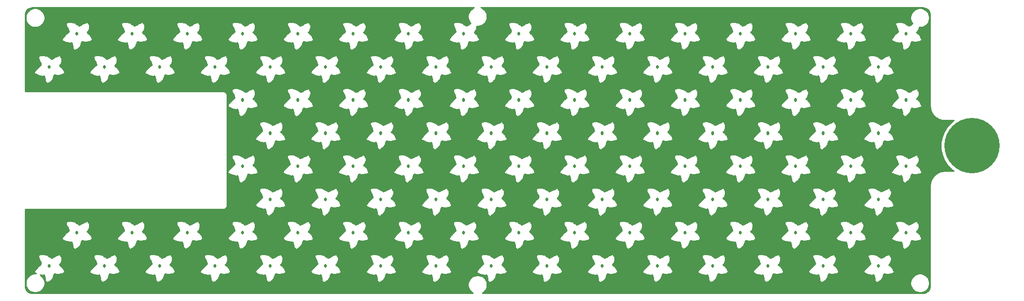
<source format=gbl>
G04 #@! TF.GenerationSoftware,KiCad,Pcbnew,(5.1.5)-3*
G04 #@! TF.CreationDate,2021-03-06T02:15:43+09:00*
G04 #@! TF.ProjectId,Kleine Gherkin,4b6c6569-6e65-4204-9768-65726b696e2e,rev?*
G04 #@! TF.SameCoordinates,Original*
G04 #@! TF.FileFunction,Copper,L2,Bot*
G04 #@! TF.FilePolarity,Positive*
%FSLAX46Y46*%
G04 Gerber Fmt 4.6, Leading zero omitted, Abs format (unit mm)*
G04 Created by KiCad (PCBNEW (5.1.5)-3) date 2021-03-06 02:15:43*
%MOMM*%
%LPD*%
G04 APERTURE LIST*
%ADD10C,10.000000*%
%ADD11C,0.500000*%
%ADD12C,0.254000*%
G04 APERTURE END LIST*
D10*
X202406250Y-57150000D03*
D11*
X190500000Y-36980000D02*
X190500000Y-36780000D01*
X180500000Y-36980000D02*
X180500000Y-36780000D01*
X160500000Y-36980000D02*
X160500000Y-36780000D01*
X170500000Y-36980000D02*
X170500000Y-36780000D01*
X120500000Y-36980000D02*
X120500000Y-36780000D01*
X140500000Y-36980000D02*
X140500000Y-36780000D01*
X130500000Y-36980000D02*
X130500000Y-36780000D01*
X150500000Y-36980000D02*
X150500000Y-36780000D01*
X80500000Y-36980000D02*
X80500000Y-36780000D01*
X60500000Y-36980000D02*
X60500000Y-36780000D01*
X100500000Y-36980000D02*
X100500000Y-36780000D01*
X50500000Y-36980000D02*
X50500000Y-36780000D01*
X70500000Y-36980000D02*
X70500000Y-36780000D01*
X40500000Y-36980000D02*
X40500000Y-36780000D01*
X90500000Y-36980000D02*
X90500000Y-36780000D01*
X110500000Y-36980000D02*
X110500000Y-36780000D01*
X155500000Y-42980000D02*
X155500000Y-42780000D01*
X135500000Y-42980000D02*
X135500000Y-42780000D01*
X175500000Y-42980000D02*
X175500000Y-42780000D01*
X125500000Y-42980000D02*
X125500000Y-42780000D01*
X145500000Y-42980000D02*
X145500000Y-42780000D01*
X55500000Y-42980000D02*
X55500000Y-42780000D01*
X85500000Y-42980000D02*
X85500000Y-42780000D01*
X105500000Y-42980000D02*
X105500000Y-42780000D01*
X45500000Y-42980000D02*
X45500000Y-42780000D01*
X115500000Y-42980000D02*
X115500000Y-42780000D01*
X165500000Y-42980000D02*
X165500000Y-42780000D01*
X95500000Y-42980000D02*
X95500000Y-42780000D01*
X75500000Y-42980000D02*
X75500000Y-42780000D01*
X65500000Y-42980000D02*
X65500000Y-42780000D01*
X35500000Y-42980000D02*
X35500000Y-42780000D01*
X185500000Y-42980000D02*
X185500000Y-42780000D01*
X95500000Y-54980000D02*
X95500000Y-54780000D01*
X185500000Y-54980000D02*
X185500000Y-54780000D01*
X75500000Y-54980000D02*
X75500000Y-54780000D01*
X160500000Y-48980000D02*
X160500000Y-48780000D01*
X140500000Y-48980000D02*
X140500000Y-48780000D01*
X180500000Y-48980000D02*
X180500000Y-48780000D01*
X130500000Y-48980000D02*
X130500000Y-48780000D01*
X150500000Y-48980000D02*
X150500000Y-48780000D01*
X155500000Y-54980000D02*
X155500000Y-54780000D01*
X90500000Y-48980000D02*
X90500000Y-48780000D01*
X110500000Y-48980000D02*
X110500000Y-48780000D01*
X135500000Y-54980000D02*
X135500000Y-54780000D01*
X120500000Y-48980000D02*
X120500000Y-48780000D01*
X175500000Y-54980000D02*
X175500000Y-54780000D01*
X125500000Y-54980000D02*
X125500000Y-54780000D01*
X145500000Y-54980000D02*
X145500000Y-54780000D01*
X85500000Y-54980000D02*
X85500000Y-54780000D01*
X105500000Y-54980000D02*
X105500000Y-54780000D01*
X170500000Y-48980000D02*
X170500000Y-48780000D01*
X115500000Y-54980000D02*
X115500000Y-54780000D01*
X100500000Y-48980000D02*
X100500000Y-48780000D01*
X165500000Y-54980000D02*
X165500000Y-54780000D01*
X80500000Y-48980000D02*
X80500000Y-48780000D01*
X70500000Y-48980000D02*
X70500000Y-48780000D01*
X190500000Y-48980000D02*
X190500000Y-48780000D01*
X95500000Y-66980000D02*
X95500000Y-66780000D01*
X185500000Y-66980000D02*
X185500000Y-66780000D01*
X75500000Y-66980000D02*
X75500000Y-66780000D01*
X160500000Y-60980000D02*
X160500000Y-60780000D01*
X140500000Y-60980000D02*
X140500000Y-60780000D01*
X180500000Y-60980000D02*
X180500000Y-60780000D01*
X130500000Y-60980000D02*
X130500000Y-60780000D01*
X150500000Y-60980000D02*
X150500000Y-60780000D01*
X155500000Y-66980000D02*
X155500000Y-66780000D01*
X90500000Y-60980000D02*
X90500000Y-60780000D01*
X110500000Y-60980000D02*
X110500000Y-60780000D01*
X135500000Y-66980000D02*
X135500000Y-66780000D01*
X120500000Y-60980000D02*
X120500000Y-60780000D01*
X175500000Y-66980000D02*
X175500000Y-66780000D01*
X125500000Y-66980000D02*
X125500000Y-66780000D01*
X145500000Y-66980000D02*
X145500000Y-66780000D01*
X85500000Y-66980000D02*
X85500000Y-66780000D01*
X105500000Y-66980000D02*
X105500000Y-66780000D01*
X170500000Y-60980000D02*
X170500000Y-60780000D01*
X115500000Y-66980000D02*
X115500000Y-66780000D01*
X100500000Y-60980000D02*
X100500000Y-60780000D01*
X165500000Y-66980000D02*
X165500000Y-66780000D01*
X80500000Y-60980000D02*
X80500000Y-60780000D01*
X70500000Y-60980000D02*
X70500000Y-60780000D01*
X190500000Y-60980000D02*
X190500000Y-60780000D01*
X60500000Y-72980000D02*
X60500000Y-72780000D01*
X185500000Y-78980000D02*
X185500000Y-78780000D01*
X160500000Y-72980000D02*
X160500000Y-72780000D01*
X170500000Y-72980000D02*
X170500000Y-72780000D01*
X55500000Y-78980000D02*
X55500000Y-78780000D01*
X190500000Y-72980000D02*
X190500000Y-72780000D01*
X130500000Y-72980000D02*
X130500000Y-72780000D01*
X70500000Y-72980000D02*
X70500000Y-72780000D01*
X85500000Y-78980000D02*
X85500000Y-78780000D01*
X115500000Y-78980000D02*
X115500000Y-78780000D01*
X165500000Y-78980000D02*
X165500000Y-78780000D01*
X75500000Y-78980000D02*
X75500000Y-78780000D01*
X135500000Y-78980000D02*
X135500000Y-78780000D01*
X105500000Y-78980000D02*
X105500000Y-78780000D01*
X120500000Y-72980000D02*
X120500000Y-72780000D01*
X100500000Y-72980000D02*
X100500000Y-72780000D01*
X35500000Y-78980000D02*
X35500000Y-78780000D01*
X80500000Y-72980000D02*
X80500000Y-72780000D01*
X50500000Y-72980000D02*
X50500000Y-72780000D01*
X45500000Y-78980000D02*
X45500000Y-78780000D01*
X125500000Y-78980000D02*
X125500000Y-78780000D01*
X155500000Y-78980000D02*
X155500000Y-78780000D01*
X90500000Y-72980000D02*
X90500000Y-72780000D01*
X65500000Y-78980000D02*
X65500000Y-78780000D01*
X95500000Y-78980000D02*
X95500000Y-78780000D01*
X140500000Y-72980000D02*
X140500000Y-72780000D01*
X180500000Y-72980000D02*
X180500000Y-72780000D01*
X175500000Y-78980000D02*
X175500000Y-78780000D01*
X40500000Y-72980000D02*
X40500000Y-72780000D01*
X145500000Y-78980000D02*
X145500000Y-78780000D01*
X150500000Y-72980000D02*
X150500000Y-72780000D01*
X110500000Y-72980000D02*
X110500000Y-72780000D01*
D12*
G36*
X112178169Y-32262463D02*
G01*
X111894002Y-32452337D01*
X111652337Y-32694002D01*
X111462463Y-32978169D01*
X111331675Y-33293919D01*
X111265000Y-33629117D01*
X111265000Y-33970883D01*
X111331675Y-34306081D01*
X111462463Y-34621831D01*
X111652337Y-34905998D01*
X111769352Y-35023013D01*
X111659839Y-35059517D01*
X111629553Y-35074330D01*
X111336132Y-35269944D01*
X111151280Y-35362370D01*
X110934302Y-35434696D01*
X110789803Y-35290197D01*
X110777866Y-35279671D01*
X110756796Y-35266408D01*
X110563868Y-35169944D01*
X110270447Y-34974330D01*
X110256796Y-34966408D01*
X110056796Y-34866408D01*
X110024907Y-34855466D01*
X109524907Y-34755466D01*
X109500000Y-34753000D01*
X109100000Y-34753000D01*
X109069198Y-34756792D01*
X108669198Y-34856792D01*
X108651399Y-34862667D01*
X108629443Y-34874403D01*
X108610197Y-34890197D01*
X108594403Y-34909443D01*
X108582667Y-34931399D01*
X108575440Y-34955224D01*
X108573000Y-34980000D01*
X108573000Y-35280000D01*
X108573997Y-35295884D01*
X108579517Y-35320161D01*
X108679517Y-35620161D01*
X108694330Y-35650447D01*
X108884895Y-35936294D01*
X108977976Y-36215538D01*
X109056340Y-36528995D01*
X108723800Y-36778400D01*
X108710197Y-36790197D01*
X108310197Y-37190197D01*
X108300830Y-37200664D01*
X107900830Y-37700664D01*
X107886408Y-37723204D01*
X107786408Y-37923204D01*
X107777510Y-37946456D01*
X107773320Y-37970997D01*
X107773997Y-37995884D01*
X107779517Y-38020161D01*
X107789667Y-38042894D01*
X107804057Y-38063211D01*
X107822134Y-38080329D01*
X107843204Y-38093592D01*
X108243204Y-38293592D01*
X108252833Y-38297917D01*
X108752833Y-38497917D01*
X108775093Y-38504534D01*
X109275093Y-38604534D01*
X109306173Y-38606850D01*
X109330802Y-38603208D01*
X109607594Y-38534010D01*
X109773000Y-39195634D01*
X109773000Y-39480000D01*
X109775440Y-39504776D01*
X109782667Y-39528601D01*
X109794403Y-39550557D01*
X109810197Y-39569803D01*
X110110197Y-39869803D01*
X110137106Y-39890333D01*
X110159839Y-39900483D01*
X110184116Y-39906003D01*
X110209003Y-39906680D01*
X110233544Y-39902490D01*
X110256796Y-39893592D01*
X110456796Y-39793592D01*
X110470447Y-39785670D01*
X110770447Y-39585670D01*
X110789803Y-39569803D01*
X111089803Y-39269803D01*
X111100329Y-39257866D01*
X111113592Y-39236796D01*
X111213592Y-39036796D01*
X111220483Y-39020161D01*
X111417630Y-38428720D01*
X111472655Y-38318669D01*
X112082039Y-38405724D01*
X112117961Y-38405724D01*
X112817961Y-38305724D01*
X112833544Y-38302490D01*
X112856796Y-38293592D01*
X113256796Y-38093592D01*
X113283211Y-38075943D01*
X113300329Y-38057866D01*
X113313592Y-38036796D01*
X113322490Y-38013544D01*
X113326680Y-37989003D01*
X113326191Y-37970997D01*
X117773320Y-37970997D01*
X117773997Y-37995884D01*
X117779517Y-38020161D01*
X117789667Y-38042894D01*
X117804057Y-38063211D01*
X117822134Y-38080329D01*
X117843204Y-38093592D01*
X118243204Y-38293592D01*
X118252833Y-38297917D01*
X118752833Y-38497917D01*
X118775093Y-38504534D01*
X119275093Y-38604534D01*
X119306173Y-38606850D01*
X119330802Y-38603208D01*
X119607594Y-38534010D01*
X119773000Y-39195634D01*
X119773000Y-39480000D01*
X119775440Y-39504776D01*
X119782667Y-39528601D01*
X119794403Y-39550557D01*
X119810197Y-39569803D01*
X120110197Y-39869803D01*
X120137106Y-39890333D01*
X120159839Y-39900483D01*
X120184116Y-39906003D01*
X120209003Y-39906680D01*
X120233544Y-39902490D01*
X120256796Y-39893592D01*
X120456796Y-39793592D01*
X120470447Y-39785670D01*
X120770447Y-39585670D01*
X120789803Y-39569803D01*
X121089803Y-39269803D01*
X121100329Y-39257866D01*
X121113592Y-39236796D01*
X121213592Y-39036796D01*
X121220483Y-39020161D01*
X121417630Y-38428720D01*
X121472655Y-38318669D01*
X122082039Y-38405724D01*
X122117961Y-38405724D01*
X122817961Y-38305724D01*
X122833544Y-38302490D01*
X122856796Y-38293592D01*
X123256796Y-38093592D01*
X123283211Y-38075943D01*
X123300329Y-38057866D01*
X123313592Y-38036796D01*
X123322490Y-38013544D01*
X123326680Y-37989003D01*
X123326191Y-37970997D01*
X127773320Y-37970997D01*
X127773997Y-37995884D01*
X127779517Y-38020161D01*
X127789667Y-38042894D01*
X127804057Y-38063211D01*
X127822134Y-38080329D01*
X127843204Y-38093592D01*
X128243204Y-38293592D01*
X128252833Y-38297917D01*
X128752833Y-38497917D01*
X128775093Y-38504534D01*
X129275093Y-38604534D01*
X129306173Y-38606850D01*
X129330802Y-38603208D01*
X129607594Y-38534010D01*
X129773000Y-39195634D01*
X129773000Y-39480000D01*
X129775440Y-39504776D01*
X129782667Y-39528601D01*
X129794403Y-39550557D01*
X129810197Y-39569803D01*
X130110197Y-39869803D01*
X130137106Y-39890333D01*
X130159839Y-39900483D01*
X130184116Y-39906003D01*
X130209003Y-39906680D01*
X130233544Y-39902490D01*
X130256796Y-39893592D01*
X130456796Y-39793592D01*
X130470447Y-39785670D01*
X130770447Y-39585670D01*
X130789803Y-39569803D01*
X131089803Y-39269803D01*
X131100329Y-39257866D01*
X131113592Y-39236796D01*
X131213592Y-39036796D01*
X131220483Y-39020161D01*
X131417630Y-38428720D01*
X131472655Y-38318669D01*
X132082039Y-38405724D01*
X132117961Y-38405724D01*
X132817961Y-38305724D01*
X132833544Y-38302490D01*
X132856796Y-38293592D01*
X133256796Y-38093592D01*
X133283211Y-38075943D01*
X133300329Y-38057866D01*
X133313592Y-38036796D01*
X133322490Y-38013544D01*
X133326680Y-37989003D01*
X133326191Y-37970997D01*
X137773320Y-37970997D01*
X137773997Y-37995884D01*
X137779517Y-38020161D01*
X137789667Y-38042894D01*
X137804057Y-38063211D01*
X137822134Y-38080329D01*
X137843204Y-38093592D01*
X138243204Y-38293592D01*
X138252833Y-38297917D01*
X138752833Y-38497917D01*
X138775093Y-38504534D01*
X139275093Y-38604534D01*
X139306173Y-38606850D01*
X139330802Y-38603208D01*
X139607594Y-38534010D01*
X139773000Y-39195634D01*
X139773000Y-39480000D01*
X139775440Y-39504776D01*
X139782667Y-39528601D01*
X139794403Y-39550557D01*
X139810197Y-39569803D01*
X140110197Y-39869803D01*
X140137106Y-39890333D01*
X140159839Y-39900483D01*
X140184116Y-39906003D01*
X140209003Y-39906680D01*
X140233544Y-39902490D01*
X140256796Y-39893592D01*
X140456796Y-39793592D01*
X140470447Y-39785670D01*
X140770447Y-39585670D01*
X140789803Y-39569803D01*
X141089803Y-39269803D01*
X141100329Y-39257866D01*
X141113592Y-39236796D01*
X141213592Y-39036796D01*
X141220483Y-39020161D01*
X141417630Y-38428720D01*
X141472655Y-38318669D01*
X142082039Y-38405724D01*
X142117961Y-38405724D01*
X142817961Y-38305724D01*
X142833544Y-38302490D01*
X142856796Y-38293592D01*
X143256796Y-38093592D01*
X143283211Y-38075943D01*
X143300329Y-38057866D01*
X143313592Y-38036796D01*
X143322490Y-38013544D01*
X143326680Y-37989003D01*
X143326191Y-37970997D01*
X147773320Y-37970997D01*
X147773997Y-37995884D01*
X147779517Y-38020161D01*
X147789667Y-38042894D01*
X147804057Y-38063211D01*
X147822134Y-38080329D01*
X147843204Y-38093592D01*
X148243204Y-38293592D01*
X148252833Y-38297917D01*
X148752833Y-38497917D01*
X148775093Y-38504534D01*
X149275093Y-38604534D01*
X149306173Y-38606850D01*
X149330802Y-38603208D01*
X149607594Y-38534010D01*
X149773000Y-39195634D01*
X149773000Y-39480000D01*
X149775440Y-39504776D01*
X149782667Y-39528601D01*
X149794403Y-39550557D01*
X149810197Y-39569803D01*
X150110197Y-39869803D01*
X150137106Y-39890333D01*
X150159839Y-39900483D01*
X150184116Y-39906003D01*
X150209003Y-39906680D01*
X150233544Y-39902490D01*
X150256796Y-39893592D01*
X150456796Y-39793592D01*
X150470447Y-39785670D01*
X150770447Y-39585670D01*
X150789803Y-39569803D01*
X151089803Y-39269803D01*
X151100329Y-39257866D01*
X151113592Y-39236796D01*
X151213592Y-39036796D01*
X151220483Y-39020161D01*
X151417630Y-38428720D01*
X151472655Y-38318669D01*
X152082039Y-38405724D01*
X152117961Y-38405724D01*
X152817961Y-38305724D01*
X152833544Y-38302490D01*
X152856796Y-38293592D01*
X153256796Y-38093592D01*
X153283211Y-38075943D01*
X153300329Y-38057866D01*
X153313592Y-38036796D01*
X153322490Y-38013544D01*
X153326680Y-37989003D01*
X153326191Y-37970997D01*
X157773320Y-37970997D01*
X157773997Y-37995884D01*
X157779517Y-38020161D01*
X157789667Y-38042894D01*
X157804057Y-38063211D01*
X157822134Y-38080329D01*
X157843204Y-38093592D01*
X158243204Y-38293592D01*
X158252833Y-38297917D01*
X158752833Y-38497917D01*
X158775093Y-38504534D01*
X159275093Y-38604534D01*
X159306173Y-38606850D01*
X159330802Y-38603208D01*
X159607594Y-38534010D01*
X159773000Y-39195634D01*
X159773000Y-39480000D01*
X159775440Y-39504776D01*
X159782667Y-39528601D01*
X159794403Y-39550557D01*
X159810197Y-39569803D01*
X160110197Y-39869803D01*
X160137106Y-39890333D01*
X160159839Y-39900483D01*
X160184116Y-39906003D01*
X160209003Y-39906680D01*
X160233544Y-39902490D01*
X160256796Y-39893592D01*
X160456796Y-39793592D01*
X160470447Y-39785670D01*
X160770447Y-39585670D01*
X160789803Y-39569803D01*
X161089803Y-39269803D01*
X161100329Y-39257866D01*
X161113592Y-39236796D01*
X161213592Y-39036796D01*
X161220483Y-39020161D01*
X161417630Y-38428720D01*
X161472655Y-38318669D01*
X162082039Y-38405724D01*
X162117961Y-38405724D01*
X162817961Y-38305724D01*
X162833544Y-38302490D01*
X162856796Y-38293592D01*
X163256796Y-38093592D01*
X163283211Y-38075943D01*
X163300329Y-38057866D01*
X163313592Y-38036796D01*
X163322490Y-38013544D01*
X163326680Y-37989003D01*
X163326191Y-37970997D01*
X167773320Y-37970997D01*
X167773997Y-37995884D01*
X167779517Y-38020161D01*
X167789667Y-38042894D01*
X167804057Y-38063211D01*
X167822134Y-38080329D01*
X167843204Y-38093592D01*
X168243204Y-38293592D01*
X168252833Y-38297917D01*
X168752833Y-38497917D01*
X168775093Y-38504534D01*
X169275093Y-38604534D01*
X169306173Y-38606850D01*
X169330802Y-38603208D01*
X169607594Y-38534010D01*
X169773000Y-39195634D01*
X169773000Y-39480000D01*
X169775440Y-39504776D01*
X169782667Y-39528601D01*
X169794403Y-39550557D01*
X169810197Y-39569803D01*
X170110197Y-39869803D01*
X170137106Y-39890333D01*
X170159839Y-39900483D01*
X170184116Y-39906003D01*
X170209003Y-39906680D01*
X170233544Y-39902490D01*
X170256796Y-39893592D01*
X170456796Y-39793592D01*
X170470447Y-39785670D01*
X170770447Y-39585670D01*
X170789803Y-39569803D01*
X171089803Y-39269803D01*
X171100329Y-39257866D01*
X171113592Y-39236796D01*
X171213592Y-39036796D01*
X171220483Y-39020161D01*
X171417630Y-38428720D01*
X171472655Y-38318669D01*
X172082039Y-38405724D01*
X172117961Y-38405724D01*
X172817961Y-38305724D01*
X172833544Y-38302490D01*
X172856796Y-38293592D01*
X173256796Y-38093592D01*
X173283211Y-38075943D01*
X173300329Y-38057866D01*
X173313592Y-38036796D01*
X173322490Y-38013544D01*
X173326680Y-37989003D01*
X173326191Y-37970997D01*
X177773320Y-37970997D01*
X177773997Y-37995884D01*
X177779517Y-38020161D01*
X177789667Y-38042894D01*
X177804057Y-38063211D01*
X177822134Y-38080329D01*
X177843204Y-38093592D01*
X178243204Y-38293592D01*
X178252833Y-38297917D01*
X178752833Y-38497917D01*
X178775093Y-38504534D01*
X179275093Y-38604534D01*
X179306173Y-38606850D01*
X179330802Y-38603208D01*
X179607594Y-38534010D01*
X179773000Y-39195634D01*
X179773000Y-39480000D01*
X179775440Y-39504776D01*
X179782667Y-39528601D01*
X179794403Y-39550557D01*
X179810197Y-39569803D01*
X180110197Y-39869803D01*
X180137106Y-39890333D01*
X180159839Y-39900483D01*
X180184116Y-39906003D01*
X180209003Y-39906680D01*
X180233544Y-39902490D01*
X180256796Y-39893592D01*
X180456796Y-39793592D01*
X180470447Y-39785670D01*
X180770447Y-39585670D01*
X180789803Y-39569803D01*
X181089803Y-39269803D01*
X181100329Y-39257866D01*
X181113592Y-39236796D01*
X181213592Y-39036796D01*
X181220483Y-39020161D01*
X181417630Y-38428720D01*
X181472655Y-38318669D01*
X182082039Y-38405724D01*
X182117961Y-38405724D01*
X182817961Y-38305724D01*
X182833544Y-38302490D01*
X182856796Y-38293592D01*
X183256796Y-38093592D01*
X183283211Y-38075943D01*
X183300329Y-38057866D01*
X183313592Y-38036796D01*
X183322490Y-38013544D01*
X183326680Y-37989003D01*
X183326191Y-37970997D01*
X187773320Y-37970997D01*
X187773997Y-37995884D01*
X187779517Y-38020161D01*
X187789667Y-38042894D01*
X187804057Y-38063211D01*
X187822134Y-38080329D01*
X187843204Y-38093592D01*
X188243204Y-38293592D01*
X188252833Y-38297917D01*
X188752833Y-38497917D01*
X188775093Y-38504534D01*
X189275093Y-38604534D01*
X189306173Y-38606850D01*
X189330802Y-38603208D01*
X189607594Y-38534010D01*
X189773000Y-39195634D01*
X189773000Y-39480000D01*
X189775440Y-39504776D01*
X189782667Y-39528601D01*
X189794403Y-39550557D01*
X189810197Y-39569803D01*
X190110197Y-39869803D01*
X190137106Y-39890333D01*
X190159839Y-39900483D01*
X190184116Y-39906003D01*
X190209003Y-39906680D01*
X190233544Y-39902490D01*
X190256796Y-39893592D01*
X190456796Y-39793592D01*
X190470447Y-39785670D01*
X190770447Y-39585670D01*
X190789803Y-39569803D01*
X191089803Y-39269803D01*
X191100329Y-39257866D01*
X191113592Y-39236796D01*
X191213592Y-39036796D01*
X191220483Y-39020161D01*
X191417630Y-38428720D01*
X191472655Y-38318669D01*
X192082039Y-38405724D01*
X192117961Y-38405724D01*
X192817961Y-38305724D01*
X192833544Y-38302490D01*
X192856796Y-38293592D01*
X193256796Y-38093592D01*
X193283211Y-38075943D01*
X193300329Y-38057866D01*
X193313592Y-38036796D01*
X193322490Y-38013544D01*
X193326680Y-37989003D01*
X193326003Y-37964116D01*
X193320483Y-37939839D01*
X193220483Y-37639839D01*
X193213592Y-37623204D01*
X193013592Y-37223204D01*
X193005597Y-37209443D01*
X192989803Y-37190197D01*
X192689803Y-36890197D01*
X192670447Y-36874330D01*
X192380914Y-36681308D01*
X192379606Y-36680000D01*
X192489803Y-36569803D01*
X192505670Y-36550447D01*
X192705670Y-36250447D01*
X192714832Y-36234247D01*
X192723208Y-36210802D01*
X192823208Y-35810802D01*
X192827000Y-35780000D01*
X192827000Y-35734579D01*
X192829117Y-35735000D01*
X193170883Y-35735000D01*
X193506081Y-35668325D01*
X193821831Y-35537537D01*
X194105998Y-35347663D01*
X194347663Y-35105998D01*
X194537537Y-34821831D01*
X194668325Y-34506081D01*
X194735000Y-34170883D01*
X194735000Y-33829117D01*
X194668325Y-33493919D01*
X194537537Y-33178169D01*
X194347663Y-32894002D01*
X194105998Y-32652337D01*
X193821831Y-32462463D01*
X193506081Y-32331675D01*
X193170883Y-32265000D01*
X192829117Y-32265000D01*
X192493919Y-32331675D01*
X192178169Y-32462463D01*
X191894002Y-32652337D01*
X191652337Y-32894002D01*
X191462463Y-33178169D01*
X191331675Y-33493919D01*
X191265000Y-33829117D01*
X191265000Y-34170883D01*
X191331675Y-34506081D01*
X191462463Y-34821831D01*
X191630777Y-35073731D01*
X191629553Y-35074330D01*
X191336132Y-35269944D01*
X191151280Y-35362370D01*
X190934302Y-35434696D01*
X190789803Y-35290197D01*
X190777866Y-35279671D01*
X190756796Y-35266408D01*
X190563868Y-35169944D01*
X190270447Y-34974330D01*
X190256796Y-34966408D01*
X190056796Y-34866408D01*
X190024907Y-34855466D01*
X189524907Y-34755466D01*
X189500000Y-34753000D01*
X189100000Y-34753000D01*
X189069198Y-34756792D01*
X188669198Y-34856792D01*
X188651399Y-34862667D01*
X188629443Y-34874403D01*
X188610197Y-34890197D01*
X188594403Y-34909443D01*
X188582667Y-34931399D01*
X188575440Y-34955224D01*
X188573000Y-34980000D01*
X188573000Y-35280000D01*
X188573997Y-35295884D01*
X188579517Y-35320161D01*
X188679517Y-35620161D01*
X188694330Y-35650447D01*
X188884895Y-35936294D01*
X188977976Y-36215538D01*
X189056340Y-36528995D01*
X188723800Y-36778400D01*
X188710197Y-36790197D01*
X188310197Y-37190197D01*
X188300830Y-37200664D01*
X187900830Y-37700664D01*
X187886408Y-37723204D01*
X187786408Y-37923204D01*
X187777510Y-37946456D01*
X187773320Y-37970997D01*
X183326191Y-37970997D01*
X183326003Y-37964116D01*
X183320483Y-37939839D01*
X183220483Y-37639839D01*
X183213592Y-37623204D01*
X183013592Y-37223204D01*
X183005597Y-37209443D01*
X182989803Y-37190197D01*
X182689803Y-36890197D01*
X182670447Y-36874330D01*
X182380914Y-36681308D01*
X182379606Y-36680000D01*
X182489803Y-36569803D01*
X182505670Y-36550447D01*
X182705670Y-36250447D01*
X182714832Y-36234247D01*
X182723208Y-36210802D01*
X182823208Y-35810802D01*
X182827000Y-35780000D01*
X182827000Y-35380000D01*
X182824586Y-35355354D01*
X182817383Y-35331522D01*
X182805670Y-35309553D01*
X182610056Y-35016132D01*
X182513592Y-34823204D01*
X182500329Y-34802134D01*
X182483211Y-34784057D01*
X182462894Y-34769667D01*
X182440161Y-34759517D01*
X182415884Y-34753997D01*
X182390997Y-34753320D01*
X182366456Y-34757510D01*
X182343204Y-34766408D01*
X181951280Y-34962370D01*
X181659839Y-35059517D01*
X181629553Y-35074330D01*
X181336132Y-35269944D01*
X181151280Y-35362370D01*
X180934302Y-35434696D01*
X180789803Y-35290197D01*
X180777866Y-35279671D01*
X180756796Y-35266408D01*
X180563868Y-35169944D01*
X180270447Y-34974330D01*
X180256796Y-34966408D01*
X180056796Y-34866408D01*
X180024907Y-34855466D01*
X179524907Y-34755466D01*
X179500000Y-34753000D01*
X179100000Y-34753000D01*
X179069198Y-34756792D01*
X178669198Y-34856792D01*
X178651399Y-34862667D01*
X178629443Y-34874403D01*
X178610197Y-34890197D01*
X178594403Y-34909443D01*
X178582667Y-34931399D01*
X178575440Y-34955224D01*
X178573000Y-34980000D01*
X178573000Y-35280000D01*
X178573997Y-35295884D01*
X178579517Y-35320161D01*
X178679517Y-35620161D01*
X178694330Y-35650447D01*
X178884895Y-35936294D01*
X178977976Y-36215538D01*
X179056340Y-36528995D01*
X178723800Y-36778400D01*
X178710197Y-36790197D01*
X178310197Y-37190197D01*
X178300830Y-37200664D01*
X177900830Y-37700664D01*
X177886408Y-37723204D01*
X177786408Y-37923204D01*
X177777510Y-37946456D01*
X177773320Y-37970997D01*
X173326191Y-37970997D01*
X173326003Y-37964116D01*
X173320483Y-37939839D01*
X173220483Y-37639839D01*
X173213592Y-37623204D01*
X173013592Y-37223204D01*
X173005597Y-37209443D01*
X172989803Y-37190197D01*
X172689803Y-36890197D01*
X172670447Y-36874330D01*
X172380914Y-36681308D01*
X172379606Y-36680000D01*
X172489803Y-36569803D01*
X172505670Y-36550447D01*
X172705670Y-36250447D01*
X172714832Y-36234247D01*
X172723208Y-36210802D01*
X172823208Y-35810802D01*
X172827000Y-35780000D01*
X172827000Y-35380000D01*
X172824586Y-35355354D01*
X172817383Y-35331522D01*
X172805670Y-35309553D01*
X172610056Y-35016132D01*
X172513592Y-34823204D01*
X172500329Y-34802134D01*
X172483211Y-34784057D01*
X172462894Y-34769667D01*
X172440161Y-34759517D01*
X172415884Y-34753997D01*
X172390997Y-34753320D01*
X172366456Y-34757510D01*
X172343204Y-34766408D01*
X171951280Y-34962370D01*
X171659839Y-35059517D01*
X171629553Y-35074330D01*
X171336132Y-35269944D01*
X171151280Y-35362370D01*
X170934302Y-35434696D01*
X170789803Y-35290197D01*
X170777866Y-35279671D01*
X170756796Y-35266408D01*
X170563868Y-35169944D01*
X170270447Y-34974330D01*
X170256796Y-34966408D01*
X170056796Y-34866408D01*
X170024907Y-34855466D01*
X169524907Y-34755466D01*
X169500000Y-34753000D01*
X169100000Y-34753000D01*
X169069198Y-34756792D01*
X168669198Y-34856792D01*
X168651399Y-34862667D01*
X168629443Y-34874403D01*
X168610197Y-34890197D01*
X168594403Y-34909443D01*
X168582667Y-34931399D01*
X168575440Y-34955224D01*
X168573000Y-34980000D01*
X168573000Y-35280000D01*
X168573997Y-35295884D01*
X168579517Y-35320161D01*
X168679517Y-35620161D01*
X168694330Y-35650447D01*
X168884895Y-35936294D01*
X168977976Y-36215538D01*
X169056340Y-36528995D01*
X168723800Y-36778400D01*
X168710197Y-36790197D01*
X168310197Y-37190197D01*
X168300830Y-37200664D01*
X167900830Y-37700664D01*
X167886408Y-37723204D01*
X167786408Y-37923204D01*
X167777510Y-37946456D01*
X167773320Y-37970997D01*
X163326191Y-37970997D01*
X163326003Y-37964116D01*
X163320483Y-37939839D01*
X163220483Y-37639839D01*
X163213592Y-37623204D01*
X163013592Y-37223204D01*
X163005597Y-37209443D01*
X162989803Y-37190197D01*
X162689803Y-36890197D01*
X162670447Y-36874330D01*
X162380914Y-36681308D01*
X162379606Y-36680000D01*
X162489803Y-36569803D01*
X162505670Y-36550447D01*
X162705670Y-36250447D01*
X162714832Y-36234247D01*
X162723208Y-36210802D01*
X162823208Y-35810802D01*
X162827000Y-35780000D01*
X162827000Y-35380000D01*
X162824586Y-35355354D01*
X162817383Y-35331522D01*
X162805670Y-35309553D01*
X162610056Y-35016132D01*
X162513592Y-34823204D01*
X162500329Y-34802134D01*
X162483211Y-34784057D01*
X162462894Y-34769667D01*
X162440161Y-34759517D01*
X162415884Y-34753997D01*
X162390997Y-34753320D01*
X162366456Y-34757510D01*
X162343204Y-34766408D01*
X161951280Y-34962370D01*
X161659839Y-35059517D01*
X161629553Y-35074330D01*
X161336132Y-35269944D01*
X161151280Y-35362370D01*
X160934302Y-35434696D01*
X160789803Y-35290197D01*
X160777866Y-35279671D01*
X160756796Y-35266408D01*
X160563868Y-35169944D01*
X160270447Y-34974330D01*
X160256796Y-34966408D01*
X160056796Y-34866408D01*
X160024907Y-34855466D01*
X159524907Y-34755466D01*
X159500000Y-34753000D01*
X159100000Y-34753000D01*
X159069198Y-34756792D01*
X158669198Y-34856792D01*
X158651399Y-34862667D01*
X158629443Y-34874403D01*
X158610197Y-34890197D01*
X158594403Y-34909443D01*
X158582667Y-34931399D01*
X158575440Y-34955224D01*
X158573000Y-34980000D01*
X158573000Y-35280000D01*
X158573997Y-35295884D01*
X158579517Y-35320161D01*
X158679517Y-35620161D01*
X158694330Y-35650447D01*
X158884895Y-35936294D01*
X158977976Y-36215538D01*
X159056340Y-36528995D01*
X158723800Y-36778400D01*
X158710197Y-36790197D01*
X158310197Y-37190197D01*
X158300830Y-37200664D01*
X157900830Y-37700664D01*
X157886408Y-37723204D01*
X157786408Y-37923204D01*
X157777510Y-37946456D01*
X157773320Y-37970997D01*
X153326191Y-37970997D01*
X153326003Y-37964116D01*
X153320483Y-37939839D01*
X153220483Y-37639839D01*
X153213592Y-37623204D01*
X153013592Y-37223204D01*
X153005597Y-37209443D01*
X152989803Y-37190197D01*
X152689803Y-36890197D01*
X152670447Y-36874330D01*
X152380914Y-36681308D01*
X152379606Y-36680000D01*
X152489803Y-36569803D01*
X152505670Y-36550447D01*
X152705670Y-36250447D01*
X152714832Y-36234247D01*
X152723208Y-36210802D01*
X152823208Y-35810802D01*
X152827000Y-35780000D01*
X152827000Y-35380000D01*
X152824586Y-35355354D01*
X152817383Y-35331522D01*
X152805670Y-35309553D01*
X152610056Y-35016132D01*
X152513592Y-34823204D01*
X152500329Y-34802134D01*
X152483211Y-34784057D01*
X152462894Y-34769667D01*
X152440161Y-34759517D01*
X152415884Y-34753997D01*
X152390997Y-34753320D01*
X152366456Y-34757510D01*
X152343204Y-34766408D01*
X151951280Y-34962370D01*
X151659839Y-35059517D01*
X151629553Y-35074330D01*
X151336132Y-35269944D01*
X151151280Y-35362370D01*
X150934302Y-35434696D01*
X150789803Y-35290197D01*
X150777866Y-35279671D01*
X150756796Y-35266408D01*
X150563868Y-35169944D01*
X150270447Y-34974330D01*
X150256796Y-34966408D01*
X150056796Y-34866408D01*
X150024907Y-34855466D01*
X149524907Y-34755466D01*
X149500000Y-34753000D01*
X149100000Y-34753000D01*
X149069198Y-34756792D01*
X148669198Y-34856792D01*
X148651399Y-34862667D01*
X148629443Y-34874403D01*
X148610197Y-34890197D01*
X148594403Y-34909443D01*
X148582667Y-34931399D01*
X148575440Y-34955224D01*
X148573000Y-34980000D01*
X148573000Y-35280000D01*
X148573997Y-35295884D01*
X148579517Y-35320161D01*
X148679517Y-35620161D01*
X148694330Y-35650447D01*
X148884895Y-35936294D01*
X148977976Y-36215538D01*
X149056340Y-36528995D01*
X148723800Y-36778400D01*
X148710197Y-36790197D01*
X148310197Y-37190197D01*
X148300830Y-37200664D01*
X147900830Y-37700664D01*
X147886408Y-37723204D01*
X147786408Y-37923204D01*
X147777510Y-37946456D01*
X147773320Y-37970997D01*
X143326191Y-37970997D01*
X143326003Y-37964116D01*
X143320483Y-37939839D01*
X143220483Y-37639839D01*
X143213592Y-37623204D01*
X143013592Y-37223204D01*
X143005597Y-37209443D01*
X142989803Y-37190197D01*
X142689803Y-36890197D01*
X142670447Y-36874330D01*
X142380914Y-36681308D01*
X142379606Y-36680000D01*
X142489803Y-36569803D01*
X142505670Y-36550447D01*
X142705670Y-36250447D01*
X142714832Y-36234247D01*
X142723208Y-36210802D01*
X142823208Y-35810802D01*
X142827000Y-35780000D01*
X142827000Y-35380000D01*
X142824586Y-35355354D01*
X142817383Y-35331522D01*
X142805670Y-35309553D01*
X142610056Y-35016132D01*
X142513592Y-34823204D01*
X142500329Y-34802134D01*
X142483211Y-34784057D01*
X142462894Y-34769667D01*
X142440161Y-34759517D01*
X142415884Y-34753997D01*
X142390997Y-34753320D01*
X142366456Y-34757510D01*
X142343204Y-34766408D01*
X141951280Y-34962370D01*
X141659839Y-35059517D01*
X141629553Y-35074330D01*
X141336132Y-35269944D01*
X141151280Y-35362370D01*
X140934302Y-35434696D01*
X140789803Y-35290197D01*
X140777866Y-35279671D01*
X140756796Y-35266408D01*
X140563868Y-35169944D01*
X140270447Y-34974330D01*
X140256796Y-34966408D01*
X140056796Y-34866408D01*
X140024907Y-34855466D01*
X139524907Y-34755466D01*
X139500000Y-34753000D01*
X139100000Y-34753000D01*
X139069198Y-34756792D01*
X138669198Y-34856792D01*
X138651399Y-34862667D01*
X138629443Y-34874403D01*
X138610197Y-34890197D01*
X138594403Y-34909443D01*
X138582667Y-34931399D01*
X138575440Y-34955224D01*
X138573000Y-34980000D01*
X138573000Y-35280000D01*
X138573997Y-35295884D01*
X138579517Y-35320161D01*
X138679517Y-35620161D01*
X138694330Y-35650447D01*
X138884895Y-35936294D01*
X138977976Y-36215538D01*
X139056340Y-36528995D01*
X138723800Y-36778400D01*
X138710197Y-36790197D01*
X138310197Y-37190197D01*
X138300830Y-37200664D01*
X137900830Y-37700664D01*
X137886408Y-37723204D01*
X137786408Y-37923204D01*
X137777510Y-37946456D01*
X137773320Y-37970997D01*
X133326191Y-37970997D01*
X133326003Y-37964116D01*
X133320483Y-37939839D01*
X133220483Y-37639839D01*
X133213592Y-37623204D01*
X133013592Y-37223204D01*
X133005597Y-37209443D01*
X132989803Y-37190197D01*
X132689803Y-36890197D01*
X132670447Y-36874330D01*
X132380914Y-36681308D01*
X132379606Y-36680000D01*
X132489803Y-36569803D01*
X132505670Y-36550447D01*
X132705670Y-36250447D01*
X132714832Y-36234247D01*
X132723208Y-36210802D01*
X132823208Y-35810802D01*
X132827000Y-35780000D01*
X132827000Y-35380000D01*
X132824586Y-35355354D01*
X132817383Y-35331522D01*
X132805670Y-35309553D01*
X132610056Y-35016132D01*
X132513592Y-34823204D01*
X132500329Y-34802134D01*
X132483211Y-34784057D01*
X132462894Y-34769667D01*
X132440161Y-34759517D01*
X132415884Y-34753997D01*
X132390997Y-34753320D01*
X132366456Y-34757510D01*
X132343204Y-34766408D01*
X131951280Y-34962370D01*
X131659839Y-35059517D01*
X131629553Y-35074330D01*
X131336132Y-35269944D01*
X131151280Y-35362370D01*
X130934302Y-35434696D01*
X130789803Y-35290197D01*
X130777866Y-35279671D01*
X130756796Y-35266408D01*
X130563868Y-35169944D01*
X130270447Y-34974330D01*
X130256796Y-34966408D01*
X130056796Y-34866408D01*
X130024907Y-34855466D01*
X129524907Y-34755466D01*
X129500000Y-34753000D01*
X129100000Y-34753000D01*
X129069198Y-34756792D01*
X128669198Y-34856792D01*
X128651399Y-34862667D01*
X128629443Y-34874403D01*
X128610197Y-34890197D01*
X128594403Y-34909443D01*
X128582667Y-34931399D01*
X128575440Y-34955224D01*
X128573000Y-34980000D01*
X128573000Y-35280000D01*
X128573997Y-35295884D01*
X128579517Y-35320161D01*
X128679517Y-35620161D01*
X128694330Y-35650447D01*
X128884895Y-35936294D01*
X128977976Y-36215538D01*
X129056340Y-36528995D01*
X128723800Y-36778400D01*
X128710197Y-36790197D01*
X128310197Y-37190197D01*
X128300830Y-37200664D01*
X127900830Y-37700664D01*
X127886408Y-37723204D01*
X127786408Y-37923204D01*
X127777510Y-37946456D01*
X127773320Y-37970997D01*
X123326191Y-37970997D01*
X123326003Y-37964116D01*
X123320483Y-37939839D01*
X123220483Y-37639839D01*
X123213592Y-37623204D01*
X123013592Y-37223204D01*
X123005597Y-37209443D01*
X122989803Y-37190197D01*
X122689803Y-36890197D01*
X122670447Y-36874330D01*
X122380914Y-36681308D01*
X122379606Y-36680000D01*
X122489803Y-36569803D01*
X122505670Y-36550447D01*
X122705670Y-36250447D01*
X122714832Y-36234247D01*
X122723208Y-36210802D01*
X122823208Y-35810802D01*
X122827000Y-35780000D01*
X122827000Y-35380000D01*
X122824586Y-35355354D01*
X122817383Y-35331522D01*
X122805670Y-35309553D01*
X122610056Y-35016132D01*
X122513592Y-34823204D01*
X122500329Y-34802134D01*
X122483211Y-34784057D01*
X122462894Y-34769667D01*
X122440161Y-34759517D01*
X122415884Y-34753997D01*
X122390997Y-34753320D01*
X122366456Y-34757510D01*
X122343204Y-34766408D01*
X121951280Y-34962370D01*
X121659839Y-35059517D01*
X121629553Y-35074330D01*
X121336132Y-35269944D01*
X121151280Y-35362370D01*
X120934302Y-35434696D01*
X120789803Y-35290197D01*
X120777866Y-35279671D01*
X120756796Y-35266408D01*
X120563868Y-35169944D01*
X120270447Y-34974330D01*
X120256796Y-34966408D01*
X120056796Y-34866408D01*
X120024907Y-34855466D01*
X119524907Y-34755466D01*
X119500000Y-34753000D01*
X119100000Y-34753000D01*
X119069198Y-34756792D01*
X118669198Y-34856792D01*
X118651399Y-34862667D01*
X118629443Y-34874403D01*
X118610197Y-34890197D01*
X118594403Y-34909443D01*
X118582667Y-34931399D01*
X118575440Y-34955224D01*
X118573000Y-34980000D01*
X118573000Y-35280000D01*
X118573997Y-35295884D01*
X118579517Y-35320161D01*
X118679517Y-35620161D01*
X118694330Y-35650447D01*
X118884895Y-35936294D01*
X118977976Y-36215538D01*
X119056340Y-36528995D01*
X118723800Y-36778400D01*
X118710197Y-36790197D01*
X118310197Y-37190197D01*
X118300830Y-37200664D01*
X117900830Y-37700664D01*
X117886408Y-37723204D01*
X117786408Y-37923204D01*
X117777510Y-37946456D01*
X117773320Y-37970997D01*
X113326191Y-37970997D01*
X113326003Y-37964116D01*
X113320483Y-37939839D01*
X113220483Y-37639839D01*
X113213592Y-37623204D01*
X113013592Y-37223204D01*
X113005597Y-37209443D01*
X112989803Y-37190197D01*
X112689803Y-36890197D01*
X112670447Y-36874330D01*
X112380914Y-36681308D01*
X112379606Y-36680000D01*
X112489803Y-36569803D01*
X112505670Y-36550447D01*
X112705670Y-36250447D01*
X112714832Y-36234247D01*
X112723208Y-36210802D01*
X112823208Y-35810802D01*
X112827000Y-35780000D01*
X112827000Y-35534579D01*
X112829117Y-35535000D01*
X113170883Y-35535000D01*
X113506081Y-35468325D01*
X113821831Y-35337537D01*
X114105998Y-35147663D01*
X114347663Y-34905998D01*
X114537537Y-34621831D01*
X114668325Y-34306081D01*
X114735000Y-33970883D01*
X114735000Y-33629117D01*
X114668325Y-33293919D01*
X114537537Y-32978169D01*
X114347663Y-32694002D01*
X114105998Y-32452337D01*
X113821831Y-32262463D01*
X113634819Y-32185000D01*
X193466495Y-32185000D01*
X193754782Y-32213267D01*
X193999855Y-32287259D01*
X194225890Y-32407443D01*
X194424281Y-32569248D01*
X194587460Y-32766497D01*
X194709220Y-32991687D01*
X194784924Y-33236247D01*
X194815001Y-33522408D01*
X194815000Y-49933646D01*
X194817955Y-49963644D01*
X194817868Y-49976047D01*
X194818802Y-49985565D01*
X194859603Y-50373758D01*
X194872080Y-50434539D01*
X194883720Y-50495560D01*
X194886484Y-50504716D01*
X195001908Y-50877591D01*
X195025986Y-50934870D01*
X195049225Y-50992388D01*
X195053714Y-51000833D01*
X195239366Y-51344188D01*
X195274068Y-51395635D01*
X195308079Y-51447610D01*
X195314124Y-51455022D01*
X195562931Y-51755777D01*
X195606984Y-51799524D01*
X195650422Y-51843881D01*
X195657792Y-51849978D01*
X195960276Y-52096679D01*
X196012005Y-52131047D01*
X196063215Y-52166111D01*
X196071628Y-52170661D01*
X196416270Y-52353910D01*
X196473636Y-52377555D01*
X196530736Y-52402028D01*
X196539873Y-52404856D01*
X196913544Y-52517674D01*
X196974469Y-52529737D01*
X197035174Y-52542641D01*
X197044686Y-52543641D01*
X197433155Y-52581731D01*
X197433163Y-52581731D01*
X197466353Y-52585000D01*
X199095524Y-52585000D01*
X198814147Y-52773010D01*
X198029260Y-53557897D01*
X197412578Y-54480827D01*
X196987800Y-55506331D01*
X196771250Y-56595001D01*
X196771250Y-57704999D01*
X196987800Y-58793669D01*
X197412578Y-59819173D01*
X198029260Y-60742103D01*
X198814147Y-61526990D01*
X199095524Y-61715000D01*
X197466353Y-61715000D01*
X197436355Y-61717955D01*
X197423953Y-61717868D01*
X197414434Y-61718802D01*
X197026242Y-61759603D01*
X196965461Y-61772080D01*
X196904440Y-61783720D01*
X196895284Y-61786484D01*
X196522409Y-61901908D01*
X196465163Y-61925972D01*
X196407612Y-61949224D01*
X196399167Y-61953714D01*
X196055812Y-62139365D01*
X196004344Y-62174081D01*
X195952389Y-62208080D01*
X195944978Y-62214124D01*
X195644223Y-62462931D01*
X195600457Y-62507004D01*
X195556119Y-62550423D01*
X195550022Y-62557792D01*
X195303321Y-62860277D01*
X195268960Y-62911995D01*
X195233888Y-62963216D01*
X195229339Y-62971629D01*
X195046089Y-63316270D01*
X195022418Y-63373700D01*
X194997972Y-63430737D01*
X194995144Y-63439873D01*
X194882326Y-63813545D01*
X194870265Y-63874455D01*
X194857359Y-63935174D01*
X194856359Y-63944686D01*
X194818269Y-64333155D01*
X194818269Y-64333164D01*
X194815000Y-64366354D01*
X194815001Y-82466484D01*
X194786733Y-82754782D01*
X194712741Y-82999855D01*
X194592554Y-83225893D01*
X194430754Y-83424279D01*
X194233503Y-83587460D01*
X194008310Y-83709221D01*
X193763753Y-83784924D01*
X193477602Y-83815000D01*
X113855560Y-83815000D01*
X114105998Y-83647663D01*
X114347663Y-83405998D01*
X114537537Y-83121831D01*
X114668325Y-82806081D01*
X114735000Y-82470883D01*
X114735000Y-82129117D01*
X114668325Y-81793919D01*
X114537537Y-81478169D01*
X114347663Y-81194002D01*
X114105998Y-80952337D01*
X113821831Y-80762463D01*
X113506081Y-80631675D01*
X113170883Y-80565000D01*
X112829117Y-80565000D01*
X112493919Y-80631675D01*
X112178169Y-80762463D01*
X111894002Y-80952337D01*
X111652337Y-81194002D01*
X111462463Y-81478169D01*
X111331675Y-81793919D01*
X111265000Y-82129117D01*
X111265000Y-82470883D01*
X111331675Y-82806081D01*
X111462463Y-83121831D01*
X111652337Y-83405998D01*
X111894002Y-83647663D01*
X112144440Y-83815000D01*
X32533505Y-83815000D01*
X32245218Y-83786733D01*
X32000145Y-83712741D01*
X31774107Y-83592554D01*
X31575721Y-83430754D01*
X31412540Y-83233503D01*
X31290779Y-83008310D01*
X31215076Y-82763753D01*
X31185000Y-82477602D01*
X31185000Y-81829117D01*
X31265000Y-81829117D01*
X31265000Y-82170883D01*
X31331675Y-82506081D01*
X31462463Y-82821831D01*
X31652337Y-83105998D01*
X31894002Y-83347663D01*
X32178169Y-83537537D01*
X32493919Y-83668325D01*
X32829117Y-83735000D01*
X33170883Y-83735000D01*
X33506081Y-83668325D01*
X33821831Y-83537537D01*
X34105998Y-83347663D01*
X34347663Y-83105998D01*
X34537537Y-82821831D01*
X34668325Y-82506081D01*
X34735000Y-82170883D01*
X34735000Y-81829117D01*
X34668325Y-81493919D01*
X34537537Y-81178169D01*
X34347663Y-80894002D01*
X34105998Y-80652337D01*
X33931658Y-80535847D01*
X34275093Y-80604534D01*
X34306173Y-80606850D01*
X34330802Y-80603208D01*
X34607594Y-80534010D01*
X34773000Y-81195634D01*
X34773000Y-81480000D01*
X34775440Y-81504776D01*
X34782667Y-81528601D01*
X34794403Y-81550557D01*
X34810197Y-81569803D01*
X35110197Y-81869803D01*
X35137106Y-81890333D01*
X35159839Y-81900483D01*
X35184116Y-81906003D01*
X35209003Y-81906680D01*
X35233544Y-81902490D01*
X35256796Y-81893592D01*
X35456796Y-81793592D01*
X35470447Y-81785670D01*
X35770447Y-81585670D01*
X35789803Y-81569803D01*
X36089803Y-81269803D01*
X36100329Y-81257866D01*
X36113592Y-81236796D01*
X36213592Y-81036796D01*
X36220483Y-81020161D01*
X36417630Y-80428720D01*
X36472655Y-80318669D01*
X37082039Y-80405724D01*
X37117961Y-80405724D01*
X37817961Y-80305724D01*
X37833544Y-80302490D01*
X37856796Y-80293592D01*
X38256796Y-80093592D01*
X38283211Y-80075943D01*
X38300329Y-80057866D01*
X38313592Y-80036796D01*
X38322490Y-80013544D01*
X38326680Y-79989003D01*
X38326191Y-79970997D01*
X42773320Y-79970997D01*
X42773997Y-79995884D01*
X42779517Y-80020161D01*
X42789667Y-80042894D01*
X42804057Y-80063211D01*
X42822134Y-80080329D01*
X42843204Y-80093592D01*
X43243204Y-80293592D01*
X43252833Y-80297917D01*
X43752833Y-80497917D01*
X43775093Y-80504534D01*
X44275093Y-80604534D01*
X44306173Y-80606850D01*
X44330802Y-80603208D01*
X44607594Y-80534010D01*
X44773000Y-81195634D01*
X44773000Y-81480000D01*
X44775440Y-81504776D01*
X44782667Y-81528601D01*
X44794403Y-81550557D01*
X44810197Y-81569803D01*
X45110197Y-81869803D01*
X45137106Y-81890333D01*
X45159839Y-81900483D01*
X45184116Y-81906003D01*
X45209003Y-81906680D01*
X45233544Y-81902490D01*
X45256796Y-81893592D01*
X45456796Y-81793592D01*
X45470447Y-81785670D01*
X45770447Y-81585670D01*
X45789803Y-81569803D01*
X46089803Y-81269803D01*
X46100329Y-81257866D01*
X46113592Y-81236796D01*
X46213592Y-81036796D01*
X46220483Y-81020161D01*
X46417630Y-80428720D01*
X46472655Y-80318669D01*
X47082039Y-80405724D01*
X47117961Y-80405724D01*
X47817961Y-80305724D01*
X47833544Y-80302490D01*
X47856796Y-80293592D01*
X48256796Y-80093592D01*
X48283211Y-80075943D01*
X48300329Y-80057866D01*
X48313592Y-80036796D01*
X48322490Y-80013544D01*
X48326680Y-79989003D01*
X48326191Y-79970997D01*
X52773320Y-79970997D01*
X52773997Y-79995884D01*
X52779517Y-80020161D01*
X52789667Y-80042894D01*
X52804057Y-80063211D01*
X52822134Y-80080329D01*
X52843204Y-80093592D01*
X53243204Y-80293592D01*
X53252833Y-80297917D01*
X53752833Y-80497917D01*
X53775093Y-80504534D01*
X54275093Y-80604534D01*
X54306173Y-80606850D01*
X54330802Y-80603208D01*
X54607594Y-80534010D01*
X54773000Y-81195634D01*
X54773000Y-81480000D01*
X54775440Y-81504776D01*
X54782667Y-81528601D01*
X54794403Y-81550557D01*
X54810197Y-81569803D01*
X55110197Y-81869803D01*
X55137106Y-81890333D01*
X55159839Y-81900483D01*
X55184116Y-81906003D01*
X55209003Y-81906680D01*
X55233544Y-81902490D01*
X55256796Y-81893592D01*
X55456796Y-81793592D01*
X55470447Y-81785670D01*
X55770447Y-81585670D01*
X55789803Y-81569803D01*
X56089803Y-81269803D01*
X56100329Y-81257866D01*
X56113592Y-81236796D01*
X56213592Y-81036796D01*
X56220483Y-81020161D01*
X56417630Y-80428720D01*
X56472655Y-80318669D01*
X57082039Y-80405724D01*
X57117961Y-80405724D01*
X57817961Y-80305724D01*
X57833544Y-80302490D01*
X57856796Y-80293592D01*
X58256796Y-80093592D01*
X58283211Y-80075943D01*
X58300329Y-80057866D01*
X58313592Y-80036796D01*
X58322490Y-80013544D01*
X58326680Y-79989003D01*
X58326191Y-79970997D01*
X62773320Y-79970997D01*
X62773997Y-79995884D01*
X62779517Y-80020161D01*
X62789667Y-80042894D01*
X62804057Y-80063211D01*
X62822134Y-80080329D01*
X62843204Y-80093592D01*
X63243204Y-80293592D01*
X63252833Y-80297917D01*
X63752833Y-80497917D01*
X63775093Y-80504534D01*
X64275093Y-80604534D01*
X64306173Y-80606850D01*
X64330802Y-80603208D01*
X64607594Y-80534010D01*
X64773000Y-81195634D01*
X64773000Y-81480000D01*
X64775440Y-81504776D01*
X64782667Y-81528601D01*
X64794403Y-81550557D01*
X64810197Y-81569803D01*
X65110197Y-81869803D01*
X65137106Y-81890333D01*
X65159839Y-81900483D01*
X65184116Y-81906003D01*
X65209003Y-81906680D01*
X65233544Y-81902490D01*
X65256796Y-81893592D01*
X65456796Y-81793592D01*
X65470447Y-81785670D01*
X65770447Y-81585670D01*
X65789803Y-81569803D01*
X66089803Y-81269803D01*
X66100329Y-81257866D01*
X66113592Y-81236796D01*
X66213592Y-81036796D01*
X66220483Y-81020161D01*
X66417630Y-80428720D01*
X66472655Y-80318669D01*
X67082039Y-80405724D01*
X67117961Y-80405724D01*
X67817961Y-80305724D01*
X67833544Y-80302490D01*
X67856796Y-80293592D01*
X68256796Y-80093592D01*
X68283211Y-80075943D01*
X68300329Y-80057866D01*
X68313592Y-80036796D01*
X68322490Y-80013544D01*
X68326680Y-79989003D01*
X68326191Y-79970997D01*
X72773320Y-79970997D01*
X72773997Y-79995884D01*
X72779517Y-80020161D01*
X72789667Y-80042894D01*
X72804057Y-80063211D01*
X72822134Y-80080329D01*
X72843204Y-80093592D01*
X73243204Y-80293592D01*
X73252833Y-80297917D01*
X73752833Y-80497917D01*
X73775093Y-80504534D01*
X74275093Y-80604534D01*
X74306173Y-80606850D01*
X74330802Y-80603208D01*
X74607594Y-80534010D01*
X74773000Y-81195634D01*
X74773000Y-81480000D01*
X74775440Y-81504776D01*
X74782667Y-81528601D01*
X74794403Y-81550557D01*
X74810197Y-81569803D01*
X75110197Y-81869803D01*
X75137106Y-81890333D01*
X75159839Y-81900483D01*
X75184116Y-81906003D01*
X75209003Y-81906680D01*
X75233544Y-81902490D01*
X75256796Y-81893592D01*
X75456796Y-81793592D01*
X75470447Y-81785670D01*
X75770447Y-81585670D01*
X75789803Y-81569803D01*
X76089803Y-81269803D01*
X76100329Y-81257866D01*
X76113592Y-81236796D01*
X76213592Y-81036796D01*
X76220483Y-81020161D01*
X76417630Y-80428720D01*
X76472655Y-80318669D01*
X77082039Y-80405724D01*
X77117961Y-80405724D01*
X77817961Y-80305724D01*
X77833544Y-80302490D01*
X77856796Y-80293592D01*
X78256796Y-80093592D01*
X78283211Y-80075943D01*
X78300329Y-80057866D01*
X78313592Y-80036796D01*
X78322490Y-80013544D01*
X78326680Y-79989003D01*
X78326191Y-79970997D01*
X82773320Y-79970997D01*
X82773997Y-79995884D01*
X82779517Y-80020161D01*
X82789667Y-80042894D01*
X82804057Y-80063211D01*
X82822134Y-80080329D01*
X82843204Y-80093592D01*
X83243204Y-80293592D01*
X83252833Y-80297917D01*
X83752833Y-80497917D01*
X83775093Y-80504534D01*
X84275093Y-80604534D01*
X84306173Y-80606850D01*
X84330802Y-80603208D01*
X84607594Y-80534010D01*
X84773000Y-81195634D01*
X84773000Y-81480000D01*
X84775440Y-81504776D01*
X84782667Y-81528601D01*
X84794403Y-81550557D01*
X84810197Y-81569803D01*
X85110197Y-81869803D01*
X85137106Y-81890333D01*
X85159839Y-81900483D01*
X85184116Y-81906003D01*
X85209003Y-81906680D01*
X85233544Y-81902490D01*
X85256796Y-81893592D01*
X85456796Y-81793592D01*
X85470447Y-81785670D01*
X85770447Y-81585670D01*
X85789803Y-81569803D01*
X86089803Y-81269803D01*
X86100329Y-81257866D01*
X86113592Y-81236796D01*
X86213592Y-81036796D01*
X86220483Y-81020161D01*
X86417630Y-80428720D01*
X86472655Y-80318669D01*
X87082039Y-80405724D01*
X87117961Y-80405724D01*
X87817961Y-80305724D01*
X87833544Y-80302490D01*
X87856796Y-80293592D01*
X88256796Y-80093592D01*
X88283211Y-80075943D01*
X88300329Y-80057866D01*
X88313592Y-80036796D01*
X88322490Y-80013544D01*
X88326680Y-79989003D01*
X88326191Y-79970997D01*
X92773320Y-79970997D01*
X92773997Y-79995884D01*
X92779517Y-80020161D01*
X92789667Y-80042894D01*
X92804057Y-80063211D01*
X92822134Y-80080329D01*
X92843204Y-80093592D01*
X93243204Y-80293592D01*
X93252833Y-80297917D01*
X93752833Y-80497917D01*
X93775093Y-80504534D01*
X94275093Y-80604534D01*
X94306173Y-80606850D01*
X94330802Y-80603208D01*
X94607594Y-80534010D01*
X94773000Y-81195634D01*
X94773000Y-81480000D01*
X94775440Y-81504776D01*
X94782667Y-81528601D01*
X94794403Y-81550557D01*
X94810197Y-81569803D01*
X95110197Y-81869803D01*
X95137106Y-81890333D01*
X95159839Y-81900483D01*
X95184116Y-81906003D01*
X95209003Y-81906680D01*
X95233544Y-81902490D01*
X95256796Y-81893592D01*
X95456796Y-81793592D01*
X95470447Y-81785670D01*
X95770447Y-81585670D01*
X95789803Y-81569803D01*
X96089803Y-81269803D01*
X96100329Y-81257866D01*
X96113592Y-81236796D01*
X96213592Y-81036796D01*
X96220483Y-81020161D01*
X96417630Y-80428720D01*
X96472655Y-80318669D01*
X97082039Y-80405724D01*
X97117961Y-80405724D01*
X97817961Y-80305724D01*
X97833544Y-80302490D01*
X97856796Y-80293592D01*
X98256796Y-80093592D01*
X98283211Y-80075943D01*
X98300329Y-80057866D01*
X98313592Y-80036796D01*
X98322490Y-80013544D01*
X98326680Y-79989003D01*
X98326191Y-79970997D01*
X102773320Y-79970997D01*
X102773997Y-79995884D01*
X102779517Y-80020161D01*
X102789667Y-80042894D01*
X102804057Y-80063211D01*
X102822134Y-80080329D01*
X102843204Y-80093592D01*
X103243204Y-80293592D01*
X103252833Y-80297917D01*
X103752833Y-80497917D01*
X103775093Y-80504534D01*
X104275093Y-80604534D01*
X104306173Y-80606850D01*
X104330802Y-80603208D01*
X104607594Y-80534010D01*
X104773000Y-81195634D01*
X104773000Y-81480000D01*
X104775440Y-81504776D01*
X104782667Y-81528601D01*
X104794403Y-81550557D01*
X104810197Y-81569803D01*
X105110197Y-81869803D01*
X105137106Y-81890333D01*
X105159839Y-81900483D01*
X105184116Y-81906003D01*
X105209003Y-81906680D01*
X105233544Y-81902490D01*
X105256796Y-81893592D01*
X105456796Y-81793592D01*
X105470447Y-81785670D01*
X105770447Y-81585670D01*
X105789803Y-81569803D01*
X106089803Y-81269803D01*
X106100329Y-81257866D01*
X106113592Y-81236796D01*
X106213592Y-81036796D01*
X106220483Y-81020161D01*
X106417630Y-80428720D01*
X106472655Y-80318669D01*
X107082039Y-80405724D01*
X107117961Y-80405724D01*
X107817961Y-80305724D01*
X107833544Y-80302490D01*
X107856796Y-80293592D01*
X108256796Y-80093592D01*
X108283211Y-80075943D01*
X108300329Y-80057866D01*
X108313592Y-80036796D01*
X108322490Y-80013544D01*
X108326680Y-79989003D01*
X108326191Y-79970997D01*
X112773320Y-79970997D01*
X112773997Y-79995884D01*
X112779517Y-80020161D01*
X112789667Y-80042894D01*
X112804057Y-80063211D01*
X112822134Y-80080329D01*
X112843204Y-80093592D01*
X113243204Y-80293592D01*
X113252833Y-80297917D01*
X113752833Y-80497917D01*
X113775093Y-80504534D01*
X114275093Y-80604534D01*
X114306173Y-80606850D01*
X114330802Y-80603208D01*
X114607594Y-80534010D01*
X114773000Y-81195634D01*
X114773000Y-81480000D01*
X114775440Y-81504776D01*
X114782667Y-81528601D01*
X114794403Y-81550557D01*
X114810197Y-81569803D01*
X115110197Y-81869803D01*
X115137106Y-81890333D01*
X115159839Y-81900483D01*
X115184116Y-81906003D01*
X115209003Y-81906680D01*
X115233544Y-81902490D01*
X115256796Y-81893592D01*
X115456796Y-81793592D01*
X115470447Y-81785670D01*
X115770447Y-81585670D01*
X115789803Y-81569803D01*
X116089803Y-81269803D01*
X116100329Y-81257866D01*
X116113592Y-81236796D01*
X116213592Y-81036796D01*
X116220483Y-81020161D01*
X116417630Y-80428720D01*
X116472655Y-80318669D01*
X117082039Y-80405724D01*
X117117961Y-80405724D01*
X117817961Y-80305724D01*
X117833544Y-80302490D01*
X117856796Y-80293592D01*
X118256796Y-80093592D01*
X118283211Y-80075943D01*
X118300329Y-80057866D01*
X118313592Y-80036796D01*
X118322490Y-80013544D01*
X118326680Y-79989003D01*
X118326191Y-79970997D01*
X122773320Y-79970997D01*
X122773997Y-79995884D01*
X122779517Y-80020161D01*
X122789667Y-80042894D01*
X122804057Y-80063211D01*
X122822134Y-80080329D01*
X122843204Y-80093592D01*
X123243204Y-80293592D01*
X123252833Y-80297917D01*
X123752833Y-80497917D01*
X123775093Y-80504534D01*
X124275093Y-80604534D01*
X124306173Y-80606850D01*
X124330802Y-80603208D01*
X124607594Y-80534010D01*
X124773000Y-81195634D01*
X124773000Y-81480000D01*
X124775440Y-81504776D01*
X124782667Y-81528601D01*
X124794403Y-81550557D01*
X124810197Y-81569803D01*
X125110197Y-81869803D01*
X125137106Y-81890333D01*
X125159839Y-81900483D01*
X125184116Y-81906003D01*
X125209003Y-81906680D01*
X125233544Y-81902490D01*
X125256796Y-81893592D01*
X125456796Y-81793592D01*
X125470447Y-81785670D01*
X125770447Y-81585670D01*
X125789803Y-81569803D01*
X126089803Y-81269803D01*
X126100329Y-81257866D01*
X126113592Y-81236796D01*
X126213592Y-81036796D01*
X126220483Y-81020161D01*
X126417630Y-80428720D01*
X126472655Y-80318669D01*
X127082039Y-80405724D01*
X127117961Y-80405724D01*
X127817961Y-80305724D01*
X127833544Y-80302490D01*
X127856796Y-80293592D01*
X128256796Y-80093592D01*
X128283211Y-80075943D01*
X128300329Y-80057866D01*
X128313592Y-80036796D01*
X128322490Y-80013544D01*
X128326680Y-79989003D01*
X128326191Y-79970997D01*
X132773320Y-79970997D01*
X132773997Y-79995884D01*
X132779517Y-80020161D01*
X132789667Y-80042894D01*
X132804057Y-80063211D01*
X132822134Y-80080329D01*
X132843204Y-80093592D01*
X133243204Y-80293592D01*
X133252833Y-80297917D01*
X133752833Y-80497917D01*
X133775093Y-80504534D01*
X134275093Y-80604534D01*
X134306173Y-80606850D01*
X134330802Y-80603208D01*
X134607594Y-80534010D01*
X134773000Y-81195634D01*
X134773000Y-81480000D01*
X134775440Y-81504776D01*
X134782667Y-81528601D01*
X134794403Y-81550557D01*
X134810197Y-81569803D01*
X135110197Y-81869803D01*
X135137106Y-81890333D01*
X135159839Y-81900483D01*
X135184116Y-81906003D01*
X135209003Y-81906680D01*
X135233544Y-81902490D01*
X135256796Y-81893592D01*
X135456796Y-81793592D01*
X135470447Y-81785670D01*
X135770447Y-81585670D01*
X135789803Y-81569803D01*
X136089803Y-81269803D01*
X136100329Y-81257866D01*
X136113592Y-81236796D01*
X136213592Y-81036796D01*
X136220483Y-81020161D01*
X136417630Y-80428720D01*
X136472655Y-80318669D01*
X137082039Y-80405724D01*
X137117961Y-80405724D01*
X137817961Y-80305724D01*
X137833544Y-80302490D01*
X137856796Y-80293592D01*
X138256796Y-80093592D01*
X138283211Y-80075943D01*
X138300329Y-80057866D01*
X138313592Y-80036796D01*
X138322490Y-80013544D01*
X138326680Y-79989003D01*
X138326191Y-79970997D01*
X142773320Y-79970997D01*
X142773997Y-79995884D01*
X142779517Y-80020161D01*
X142789667Y-80042894D01*
X142804057Y-80063211D01*
X142822134Y-80080329D01*
X142843204Y-80093592D01*
X143243204Y-80293592D01*
X143252833Y-80297917D01*
X143752833Y-80497917D01*
X143775093Y-80504534D01*
X144275093Y-80604534D01*
X144306173Y-80606850D01*
X144330802Y-80603208D01*
X144607594Y-80534010D01*
X144773000Y-81195634D01*
X144773000Y-81480000D01*
X144775440Y-81504776D01*
X144782667Y-81528601D01*
X144794403Y-81550557D01*
X144810197Y-81569803D01*
X145110197Y-81869803D01*
X145137106Y-81890333D01*
X145159839Y-81900483D01*
X145184116Y-81906003D01*
X145209003Y-81906680D01*
X145233544Y-81902490D01*
X145256796Y-81893592D01*
X145456796Y-81793592D01*
X145470447Y-81785670D01*
X145770447Y-81585670D01*
X145789803Y-81569803D01*
X146089803Y-81269803D01*
X146100329Y-81257866D01*
X146113592Y-81236796D01*
X146213592Y-81036796D01*
X146220483Y-81020161D01*
X146417630Y-80428720D01*
X146472655Y-80318669D01*
X147082039Y-80405724D01*
X147117961Y-80405724D01*
X147817961Y-80305724D01*
X147833544Y-80302490D01*
X147856796Y-80293592D01*
X148256796Y-80093592D01*
X148283211Y-80075943D01*
X148300329Y-80057866D01*
X148313592Y-80036796D01*
X148322490Y-80013544D01*
X148326680Y-79989003D01*
X148326191Y-79970997D01*
X152773320Y-79970997D01*
X152773997Y-79995884D01*
X152779517Y-80020161D01*
X152789667Y-80042894D01*
X152804057Y-80063211D01*
X152822134Y-80080329D01*
X152843204Y-80093592D01*
X153243204Y-80293592D01*
X153252833Y-80297917D01*
X153752833Y-80497917D01*
X153775093Y-80504534D01*
X154275093Y-80604534D01*
X154306173Y-80606850D01*
X154330802Y-80603208D01*
X154607594Y-80534010D01*
X154773000Y-81195634D01*
X154773000Y-81480000D01*
X154775440Y-81504776D01*
X154782667Y-81528601D01*
X154794403Y-81550557D01*
X154810197Y-81569803D01*
X155110197Y-81869803D01*
X155137106Y-81890333D01*
X155159839Y-81900483D01*
X155184116Y-81906003D01*
X155209003Y-81906680D01*
X155233544Y-81902490D01*
X155256796Y-81893592D01*
X155456796Y-81793592D01*
X155470447Y-81785670D01*
X155770447Y-81585670D01*
X155789803Y-81569803D01*
X156089803Y-81269803D01*
X156100329Y-81257866D01*
X156113592Y-81236796D01*
X156213592Y-81036796D01*
X156220483Y-81020161D01*
X156417630Y-80428720D01*
X156472655Y-80318669D01*
X157082039Y-80405724D01*
X157117961Y-80405724D01*
X157817961Y-80305724D01*
X157833544Y-80302490D01*
X157856796Y-80293592D01*
X158256796Y-80093592D01*
X158283211Y-80075943D01*
X158300329Y-80057866D01*
X158313592Y-80036796D01*
X158322490Y-80013544D01*
X158326680Y-79989003D01*
X158326191Y-79970997D01*
X162773320Y-79970997D01*
X162773997Y-79995884D01*
X162779517Y-80020161D01*
X162789667Y-80042894D01*
X162804057Y-80063211D01*
X162822134Y-80080329D01*
X162843204Y-80093592D01*
X163243204Y-80293592D01*
X163252833Y-80297917D01*
X163752833Y-80497917D01*
X163775093Y-80504534D01*
X164275093Y-80604534D01*
X164306173Y-80606850D01*
X164330802Y-80603208D01*
X164607594Y-80534010D01*
X164773000Y-81195634D01*
X164773000Y-81480000D01*
X164775440Y-81504776D01*
X164782667Y-81528601D01*
X164794403Y-81550557D01*
X164810197Y-81569803D01*
X165110197Y-81869803D01*
X165137106Y-81890333D01*
X165159839Y-81900483D01*
X165184116Y-81906003D01*
X165209003Y-81906680D01*
X165233544Y-81902490D01*
X165256796Y-81893592D01*
X165456796Y-81793592D01*
X165470447Y-81785670D01*
X165770447Y-81585670D01*
X165789803Y-81569803D01*
X166089803Y-81269803D01*
X166100329Y-81257866D01*
X166113592Y-81236796D01*
X166213592Y-81036796D01*
X166220483Y-81020161D01*
X166417630Y-80428720D01*
X166472655Y-80318669D01*
X167082039Y-80405724D01*
X167117961Y-80405724D01*
X167817961Y-80305724D01*
X167833544Y-80302490D01*
X167856796Y-80293592D01*
X168256796Y-80093592D01*
X168283211Y-80075943D01*
X168300329Y-80057866D01*
X168313592Y-80036796D01*
X168322490Y-80013544D01*
X168326680Y-79989003D01*
X168326191Y-79970997D01*
X172773320Y-79970997D01*
X172773997Y-79995884D01*
X172779517Y-80020161D01*
X172789667Y-80042894D01*
X172804057Y-80063211D01*
X172822134Y-80080329D01*
X172843204Y-80093592D01*
X173243204Y-80293592D01*
X173252833Y-80297917D01*
X173752833Y-80497917D01*
X173775093Y-80504534D01*
X174275093Y-80604534D01*
X174306173Y-80606850D01*
X174330802Y-80603208D01*
X174607594Y-80534010D01*
X174773000Y-81195634D01*
X174773000Y-81480000D01*
X174775440Y-81504776D01*
X174782667Y-81528601D01*
X174794403Y-81550557D01*
X174810197Y-81569803D01*
X175110197Y-81869803D01*
X175137106Y-81890333D01*
X175159839Y-81900483D01*
X175184116Y-81906003D01*
X175209003Y-81906680D01*
X175233544Y-81902490D01*
X175256796Y-81893592D01*
X175456796Y-81793592D01*
X175470447Y-81785670D01*
X175770447Y-81585670D01*
X175789803Y-81569803D01*
X176089803Y-81269803D01*
X176100329Y-81257866D01*
X176113592Y-81236796D01*
X176213592Y-81036796D01*
X176220483Y-81020161D01*
X176417630Y-80428720D01*
X176472655Y-80318669D01*
X177082039Y-80405724D01*
X177117961Y-80405724D01*
X177817961Y-80305724D01*
X177833544Y-80302490D01*
X177856796Y-80293592D01*
X178256796Y-80093592D01*
X178283211Y-80075943D01*
X178300329Y-80057866D01*
X178313592Y-80036796D01*
X178322490Y-80013544D01*
X178326680Y-79989003D01*
X178326191Y-79970997D01*
X182773320Y-79970997D01*
X182773997Y-79995884D01*
X182779517Y-80020161D01*
X182789667Y-80042894D01*
X182804057Y-80063211D01*
X182822134Y-80080329D01*
X182843204Y-80093592D01*
X183243204Y-80293592D01*
X183252833Y-80297917D01*
X183752833Y-80497917D01*
X183775093Y-80504534D01*
X184275093Y-80604534D01*
X184306173Y-80606850D01*
X184330802Y-80603208D01*
X184607594Y-80534010D01*
X184773000Y-81195634D01*
X184773000Y-81480000D01*
X184775440Y-81504776D01*
X184782667Y-81528601D01*
X184794403Y-81550557D01*
X184810197Y-81569803D01*
X185110197Y-81869803D01*
X185137106Y-81890333D01*
X185159839Y-81900483D01*
X185184116Y-81906003D01*
X185209003Y-81906680D01*
X185233544Y-81902490D01*
X185256796Y-81893592D01*
X185385746Y-81829117D01*
X191265000Y-81829117D01*
X191265000Y-82170883D01*
X191331675Y-82506081D01*
X191462463Y-82821831D01*
X191652337Y-83105998D01*
X191894002Y-83347663D01*
X192178169Y-83537537D01*
X192493919Y-83668325D01*
X192829117Y-83735000D01*
X193170883Y-83735000D01*
X193506081Y-83668325D01*
X193821831Y-83537537D01*
X194105998Y-83347663D01*
X194347663Y-83105998D01*
X194537537Y-82821831D01*
X194668325Y-82506081D01*
X194735000Y-82170883D01*
X194735000Y-81829117D01*
X194668325Y-81493919D01*
X194537537Y-81178169D01*
X194347663Y-80894002D01*
X194105998Y-80652337D01*
X193821831Y-80462463D01*
X193506081Y-80331675D01*
X193170883Y-80265000D01*
X192829117Y-80265000D01*
X192493919Y-80331675D01*
X192178169Y-80462463D01*
X191894002Y-80652337D01*
X191652337Y-80894002D01*
X191462463Y-81178169D01*
X191331675Y-81493919D01*
X191265000Y-81829117D01*
X185385746Y-81829117D01*
X185456796Y-81793592D01*
X185470447Y-81785670D01*
X185770447Y-81585670D01*
X185789803Y-81569803D01*
X186089803Y-81269803D01*
X186100329Y-81257866D01*
X186113592Y-81236796D01*
X186213592Y-81036796D01*
X186220483Y-81020161D01*
X186417630Y-80428720D01*
X186472655Y-80318669D01*
X187082039Y-80405724D01*
X187117961Y-80405724D01*
X187817961Y-80305724D01*
X187833544Y-80302490D01*
X187856796Y-80293592D01*
X188256796Y-80093592D01*
X188283211Y-80075943D01*
X188300329Y-80057866D01*
X188313592Y-80036796D01*
X188322490Y-80013544D01*
X188326680Y-79989003D01*
X188326003Y-79964116D01*
X188320483Y-79939839D01*
X188220483Y-79639839D01*
X188213592Y-79623204D01*
X188013592Y-79223204D01*
X188005597Y-79209443D01*
X187989803Y-79190197D01*
X187689803Y-78890197D01*
X187670447Y-78874330D01*
X187380914Y-78681308D01*
X187379606Y-78680000D01*
X187489803Y-78569803D01*
X187505670Y-78550447D01*
X187705670Y-78250447D01*
X187714832Y-78234247D01*
X187723208Y-78210802D01*
X187823208Y-77810802D01*
X187827000Y-77780000D01*
X187827000Y-77380000D01*
X187824586Y-77355354D01*
X187817383Y-77331522D01*
X187805670Y-77309553D01*
X187610056Y-77016132D01*
X187513592Y-76823204D01*
X187500329Y-76802134D01*
X187483211Y-76784057D01*
X187462894Y-76769667D01*
X187440161Y-76759517D01*
X187415884Y-76753997D01*
X187390997Y-76753320D01*
X187366456Y-76757510D01*
X187343204Y-76766408D01*
X186951280Y-76962370D01*
X186659839Y-77059517D01*
X186629553Y-77074330D01*
X186336132Y-77269944D01*
X186151280Y-77362370D01*
X185934302Y-77434696D01*
X185789803Y-77290197D01*
X185777866Y-77279671D01*
X185756796Y-77266408D01*
X185563868Y-77169944D01*
X185270447Y-76974330D01*
X185256796Y-76966408D01*
X185056796Y-76866408D01*
X185024907Y-76855466D01*
X184524907Y-76755466D01*
X184500000Y-76753000D01*
X184100000Y-76753000D01*
X184069198Y-76756792D01*
X183669198Y-76856792D01*
X183651399Y-76862667D01*
X183629443Y-76874403D01*
X183610197Y-76890197D01*
X183594403Y-76909443D01*
X183582667Y-76931399D01*
X183575440Y-76955224D01*
X183573000Y-76980000D01*
X183573000Y-77280000D01*
X183573997Y-77295884D01*
X183579517Y-77320161D01*
X183679517Y-77620161D01*
X183694330Y-77650447D01*
X183884895Y-77936294D01*
X183977976Y-78215538D01*
X184056340Y-78528995D01*
X183723800Y-78778400D01*
X183710197Y-78790197D01*
X183310197Y-79190197D01*
X183300830Y-79200664D01*
X182900830Y-79700664D01*
X182886408Y-79723204D01*
X182786408Y-79923204D01*
X182777510Y-79946456D01*
X182773320Y-79970997D01*
X178326191Y-79970997D01*
X178326003Y-79964116D01*
X178320483Y-79939839D01*
X178220483Y-79639839D01*
X178213592Y-79623204D01*
X178013592Y-79223204D01*
X178005597Y-79209443D01*
X177989803Y-79190197D01*
X177689803Y-78890197D01*
X177670447Y-78874330D01*
X177380914Y-78681308D01*
X177379606Y-78680000D01*
X177489803Y-78569803D01*
X177505670Y-78550447D01*
X177705670Y-78250447D01*
X177714832Y-78234247D01*
X177723208Y-78210802D01*
X177823208Y-77810802D01*
X177827000Y-77780000D01*
X177827000Y-77380000D01*
X177824586Y-77355354D01*
X177817383Y-77331522D01*
X177805670Y-77309553D01*
X177610056Y-77016132D01*
X177513592Y-76823204D01*
X177500329Y-76802134D01*
X177483211Y-76784057D01*
X177462894Y-76769667D01*
X177440161Y-76759517D01*
X177415884Y-76753997D01*
X177390997Y-76753320D01*
X177366456Y-76757510D01*
X177343204Y-76766408D01*
X176951280Y-76962370D01*
X176659839Y-77059517D01*
X176629553Y-77074330D01*
X176336132Y-77269944D01*
X176151280Y-77362370D01*
X175934302Y-77434696D01*
X175789803Y-77290197D01*
X175777866Y-77279671D01*
X175756796Y-77266408D01*
X175563868Y-77169944D01*
X175270447Y-76974330D01*
X175256796Y-76966408D01*
X175056796Y-76866408D01*
X175024907Y-76855466D01*
X174524907Y-76755466D01*
X174500000Y-76753000D01*
X174100000Y-76753000D01*
X174069198Y-76756792D01*
X173669198Y-76856792D01*
X173651399Y-76862667D01*
X173629443Y-76874403D01*
X173610197Y-76890197D01*
X173594403Y-76909443D01*
X173582667Y-76931399D01*
X173575440Y-76955224D01*
X173573000Y-76980000D01*
X173573000Y-77280000D01*
X173573997Y-77295884D01*
X173579517Y-77320161D01*
X173679517Y-77620161D01*
X173694330Y-77650447D01*
X173884895Y-77936294D01*
X173977976Y-78215538D01*
X174056340Y-78528995D01*
X173723800Y-78778400D01*
X173710197Y-78790197D01*
X173310197Y-79190197D01*
X173300830Y-79200664D01*
X172900830Y-79700664D01*
X172886408Y-79723204D01*
X172786408Y-79923204D01*
X172777510Y-79946456D01*
X172773320Y-79970997D01*
X168326191Y-79970997D01*
X168326003Y-79964116D01*
X168320483Y-79939839D01*
X168220483Y-79639839D01*
X168213592Y-79623204D01*
X168013592Y-79223204D01*
X168005597Y-79209443D01*
X167989803Y-79190197D01*
X167689803Y-78890197D01*
X167670447Y-78874330D01*
X167380914Y-78681308D01*
X167379606Y-78680000D01*
X167489803Y-78569803D01*
X167505670Y-78550447D01*
X167705670Y-78250447D01*
X167714832Y-78234247D01*
X167723208Y-78210802D01*
X167823208Y-77810802D01*
X167827000Y-77780000D01*
X167827000Y-77380000D01*
X167824586Y-77355354D01*
X167817383Y-77331522D01*
X167805670Y-77309553D01*
X167610056Y-77016132D01*
X167513592Y-76823204D01*
X167500329Y-76802134D01*
X167483211Y-76784057D01*
X167462894Y-76769667D01*
X167440161Y-76759517D01*
X167415884Y-76753997D01*
X167390997Y-76753320D01*
X167366456Y-76757510D01*
X167343204Y-76766408D01*
X166951280Y-76962370D01*
X166659839Y-77059517D01*
X166629553Y-77074330D01*
X166336132Y-77269944D01*
X166151280Y-77362370D01*
X165934302Y-77434696D01*
X165789803Y-77290197D01*
X165777866Y-77279671D01*
X165756796Y-77266408D01*
X165563868Y-77169944D01*
X165270447Y-76974330D01*
X165256796Y-76966408D01*
X165056796Y-76866408D01*
X165024907Y-76855466D01*
X164524907Y-76755466D01*
X164500000Y-76753000D01*
X164100000Y-76753000D01*
X164069198Y-76756792D01*
X163669198Y-76856792D01*
X163651399Y-76862667D01*
X163629443Y-76874403D01*
X163610197Y-76890197D01*
X163594403Y-76909443D01*
X163582667Y-76931399D01*
X163575440Y-76955224D01*
X163573000Y-76980000D01*
X163573000Y-77280000D01*
X163573997Y-77295884D01*
X163579517Y-77320161D01*
X163679517Y-77620161D01*
X163694330Y-77650447D01*
X163884895Y-77936294D01*
X163977976Y-78215538D01*
X164056340Y-78528995D01*
X163723800Y-78778400D01*
X163710197Y-78790197D01*
X163310197Y-79190197D01*
X163300830Y-79200664D01*
X162900830Y-79700664D01*
X162886408Y-79723204D01*
X162786408Y-79923204D01*
X162777510Y-79946456D01*
X162773320Y-79970997D01*
X158326191Y-79970997D01*
X158326003Y-79964116D01*
X158320483Y-79939839D01*
X158220483Y-79639839D01*
X158213592Y-79623204D01*
X158013592Y-79223204D01*
X158005597Y-79209443D01*
X157989803Y-79190197D01*
X157689803Y-78890197D01*
X157670447Y-78874330D01*
X157380914Y-78681308D01*
X157379606Y-78680000D01*
X157489803Y-78569803D01*
X157505670Y-78550447D01*
X157705670Y-78250447D01*
X157714832Y-78234247D01*
X157723208Y-78210802D01*
X157823208Y-77810802D01*
X157827000Y-77780000D01*
X157827000Y-77380000D01*
X157824586Y-77355354D01*
X157817383Y-77331522D01*
X157805670Y-77309553D01*
X157610056Y-77016132D01*
X157513592Y-76823204D01*
X157500329Y-76802134D01*
X157483211Y-76784057D01*
X157462894Y-76769667D01*
X157440161Y-76759517D01*
X157415884Y-76753997D01*
X157390997Y-76753320D01*
X157366456Y-76757510D01*
X157343204Y-76766408D01*
X156951280Y-76962370D01*
X156659839Y-77059517D01*
X156629553Y-77074330D01*
X156336132Y-77269944D01*
X156151280Y-77362370D01*
X155934302Y-77434696D01*
X155789803Y-77290197D01*
X155777866Y-77279671D01*
X155756796Y-77266408D01*
X155563868Y-77169944D01*
X155270447Y-76974330D01*
X155256796Y-76966408D01*
X155056796Y-76866408D01*
X155024907Y-76855466D01*
X154524907Y-76755466D01*
X154500000Y-76753000D01*
X154100000Y-76753000D01*
X154069198Y-76756792D01*
X153669198Y-76856792D01*
X153651399Y-76862667D01*
X153629443Y-76874403D01*
X153610197Y-76890197D01*
X153594403Y-76909443D01*
X153582667Y-76931399D01*
X153575440Y-76955224D01*
X153573000Y-76980000D01*
X153573000Y-77280000D01*
X153573997Y-77295884D01*
X153579517Y-77320161D01*
X153679517Y-77620161D01*
X153694330Y-77650447D01*
X153884895Y-77936294D01*
X153977976Y-78215538D01*
X154056340Y-78528995D01*
X153723800Y-78778400D01*
X153710197Y-78790197D01*
X153310197Y-79190197D01*
X153300830Y-79200664D01*
X152900830Y-79700664D01*
X152886408Y-79723204D01*
X152786408Y-79923204D01*
X152777510Y-79946456D01*
X152773320Y-79970997D01*
X148326191Y-79970997D01*
X148326003Y-79964116D01*
X148320483Y-79939839D01*
X148220483Y-79639839D01*
X148213592Y-79623204D01*
X148013592Y-79223204D01*
X148005597Y-79209443D01*
X147989803Y-79190197D01*
X147689803Y-78890197D01*
X147670447Y-78874330D01*
X147380914Y-78681308D01*
X147379606Y-78680000D01*
X147489803Y-78569803D01*
X147505670Y-78550447D01*
X147705670Y-78250447D01*
X147714832Y-78234247D01*
X147723208Y-78210802D01*
X147823208Y-77810802D01*
X147827000Y-77780000D01*
X147827000Y-77380000D01*
X147824586Y-77355354D01*
X147817383Y-77331522D01*
X147805670Y-77309553D01*
X147610056Y-77016132D01*
X147513592Y-76823204D01*
X147500329Y-76802134D01*
X147483211Y-76784057D01*
X147462894Y-76769667D01*
X147440161Y-76759517D01*
X147415884Y-76753997D01*
X147390997Y-76753320D01*
X147366456Y-76757510D01*
X147343204Y-76766408D01*
X146951280Y-76962370D01*
X146659839Y-77059517D01*
X146629553Y-77074330D01*
X146336132Y-77269944D01*
X146151280Y-77362370D01*
X145934302Y-77434696D01*
X145789803Y-77290197D01*
X145777866Y-77279671D01*
X145756796Y-77266408D01*
X145563868Y-77169944D01*
X145270447Y-76974330D01*
X145256796Y-76966408D01*
X145056796Y-76866408D01*
X145024907Y-76855466D01*
X144524907Y-76755466D01*
X144500000Y-76753000D01*
X144100000Y-76753000D01*
X144069198Y-76756792D01*
X143669198Y-76856792D01*
X143651399Y-76862667D01*
X143629443Y-76874403D01*
X143610197Y-76890197D01*
X143594403Y-76909443D01*
X143582667Y-76931399D01*
X143575440Y-76955224D01*
X143573000Y-76980000D01*
X143573000Y-77280000D01*
X143573997Y-77295884D01*
X143579517Y-77320161D01*
X143679517Y-77620161D01*
X143694330Y-77650447D01*
X143884895Y-77936294D01*
X143977976Y-78215538D01*
X144056340Y-78528995D01*
X143723800Y-78778400D01*
X143710197Y-78790197D01*
X143310197Y-79190197D01*
X143300830Y-79200664D01*
X142900830Y-79700664D01*
X142886408Y-79723204D01*
X142786408Y-79923204D01*
X142777510Y-79946456D01*
X142773320Y-79970997D01*
X138326191Y-79970997D01*
X138326003Y-79964116D01*
X138320483Y-79939839D01*
X138220483Y-79639839D01*
X138213592Y-79623204D01*
X138013592Y-79223204D01*
X138005597Y-79209443D01*
X137989803Y-79190197D01*
X137689803Y-78890197D01*
X137670447Y-78874330D01*
X137380914Y-78681308D01*
X137379606Y-78680000D01*
X137489803Y-78569803D01*
X137505670Y-78550447D01*
X137705670Y-78250447D01*
X137714832Y-78234247D01*
X137723208Y-78210802D01*
X137823208Y-77810802D01*
X137827000Y-77780000D01*
X137827000Y-77380000D01*
X137824586Y-77355354D01*
X137817383Y-77331522D01*
X137805670Y-77309553D01*
X137610056Y-77016132D01*
X137513592Y-76823204D01*
X137500329Y-76802134D01*
X137483211Y-76784057D01*
X137462894Y-76769667D01*
X137440161Y-76759517D01*
X137415884Y-76753997D01*
X137390997Y-76753320D01*
X137366456Y-76757510D01*
X137343204Y-76766408D01*
X136951280Y-76962370D01*
X136659839Y-77059517D01*
X136629553Y-77074330D01*
X136336132Y-77269944D01*
X136151280Y-77362370D01*
X135934302Y-77434696D01*
X135789803Y-77290197D01*
X135777866Y-77279671D01*
X135756796Y-77266408D01*
X135563868Y-77169944D01*
X135270447Y-76974330D01*
X135256796Y-76966408D01*
X135056796Y-76866408D01*
X135024907Y-76855466D01*
X134524907Y-76755466D01*
X134500000Y-76753000D01*
X134100000Y-76753000D01*
X134069198Y-76756792D01*
X133669198Y-76856792D01*
X133651399Y-76862667D01*
X133629443Y-76874403D01*
X133610197Y-76890197D01*
X133594403Y-76909443D01*
X133582667Y-76931399D01*
X133575440Y-76955224D01*
X133573000Y-76980000D01*
X133573000Y-77280000D01*
X133573997Y-77295884D01*
X133579517Y-77320161D01*
X133679517Y-77620161D01*
X133694330Y-77650447D01*
X133884895Y-77936294D01*
X133977976Y-78215538D01*
X134056340Y-78528995D01*
X133723800Y-78778400D01*
X133710197Y-78790197D01*
X133310197Y-79190197D01*
X133300830Y-79200664D01*
X132900830Y-79700664D01*
X132886408Y-79723204D01*
X132786408Y-79923204D01*
X132777510Y-79946456D01*
X132773320Y-79970997D01*
X128326191Y-79970997D01*
X128326003Y-79964116D01*
X128320483Y-79939839D01*
X128220483Y-79639839D01*
X128213592Y-79623204D01*
X128013592Y-79223204D01*
X128005597Y-79209443D01*
X127989803Y-79190197D01*
X127689803Y-78890197D01*
X127670447Y-78874330D01*
X127380914Y-78681308D01*
X127379606Y-78680000D01*
X127489803Y-78569803D01*
X127505670Y-78550447D01*
X127705670Y-78250447D01*
X127714832Y-78234247D01*
X127723208Y-78210802D01*
X127823208Y-77810802D01*
X127827000Y-77780000D01*
X127827000Y-77380000D01*
X127824586Y-77355354D01*
X127817383Y-77331522D01*
X127805670Y-77309553D01*
X127610056Y-77016132D01*
X127513592Y-76823204D01*
X127500329Y-76802134D01*
X127483211Y-76784057D01*
X127462894Y-76769667D01*
X127440161Y-76759517D01*
X127415884Y-76753997D01*
X127390997Y-76753320D01*
X127366456Y-76757510D01*
X127343204Y-76766408D01*
X126951280Y-76962370D01*
X126659839Y-77059517D01*
X126629553Y-77074330D01*
X126336132Y-77269944D01*
X126151280Y-77362370D01*
X125934302Y-77434696D01*
X125789803Y-77290197D01*
X125777866Y-77279671D01*
X125756796Y-77266408D01*
X125563868Y-77169944D01*
X125270447Y-76974330D01*
X125256796Y-76966408D01*
X125056796Y-76866408D01*
X125024907Y-76855466D01*
X124524907Y-76755466D01*
X124500000Y-76753000D01*
X124100000Y-76753000D01*
X124069198Y-76756792D01*
X123669198Y-76856792D01*
X123651399Y-76862667D01*
X123629443Y-76874403D01*
X123610197Y-76890197D01*
X123594403Y-76909443D01*
X123582667Y-76931399D01*
X123575440Y-76955224D01*
X123573000Y-76980000D01*
X123573000Y-77280000D01*
X123573997Y-77295884D01*
X123579517Y-77320161D01*
X123679517Y-77620161D01*
X123694330Y-77650447D01*
X123884895Y-77936294D01*
X123977976Y-78215538D01*
X124056340Y-78528995D01*
X123723800Y-78778400D01*
X123710197Y-78790197D01*
X123310197Y-79190197D01*
X123300830Y-79200664D01*
X122900830Y-79700664D01*
X122886408Y-79723204D01*
X122786408Y-79923204D01*
X122777510Y-79946456D01*
X122773320Y-79970997D01*
X118326191Y-79970997D01*
X118326003Y-79964116D01*
X118320483Y-79939839D01*
X118220483Y-79639839D01*
X118213592Y-79623204D01*
X118013592Y-79223204D01*
X118005597Y-79209443D01*
X117989803Y-79190197D01*
X117689803Y-78890197D01*
X117670447Y-78874330D01*
X117380914Y-78681308D01*
X117379606Y-78680000D01*
X117489803Y-78569803D01*
X117505670Y-78550447D01*
X117705670Y-78250447D01*
X117714832Y-78234247D01*
X117723208Y-78210802D01*
X117823208Y-77810802D01*
X117827000Y-77780000D01*
X117827000Y-77380000D01*
X117824586Y-77355354D01*
X117817383Y-77331522D01*
X117805670Y-77309553D01*
X117610056Y-77016132D01*
X117513592Y-76823204D01*
X117500329Y-76802134D01*
X117483211Y-76784057D01*
X117462894Y-76769667D01*
X117440161Y-76759517D01*
X117415884Y-76753997D01*
X117390997Y-76753320D01*
X117366456Y-76757510D01*
X117343204Y-76766408D01*
X116951280Y-76962370D01*
X116659839Y-77059517D01*
X116629553Y-77074330D01*
X116336132Y-77269944D01*
X116151280Y-77362370D01*
X115934302Y-77434696D01*
X115789803Y-77290197D01*
X115777866Y-77279671D01*
X115756796Y-77266408D01*
X115563868Y-77169944D01*
X115270447Y-76974330D01*
X115256796Y-76966408D01*
X115056796Y-76866408D01*
X115024907Y-76855466D01*
X114524907Y-76755466D01*
X114500000Y-76753000D01*
X114100000Y-76753000D01*
X114069198Y-76756792D01*
X113669198Y-76856792D01*
X113651399Y-76862667D01*
X113629443Y-76874403D01*
X113610197Y-76890197D01*
X113594403Y-76909443D01*
X113582667Y-76931399D01*
X113575440Y-76955224D01*
X113573000Y-76980000D01*
X113573000Y-77280000D01*
X113573997Y-77295884D01*
X113579517Y-77320161D01*
X113679517Y-77620161D01*
X113694330Y-77650447D01*
X113884895Y-77936294D01*
X113977976Y-78215538D01*
X114056340Y-78528995D01*
X113723800Y-78778400D01*
X113710197Y-78790197D01*
X113310197Y-79190197D01*
X113300830Y-79200664D01*
X112900830Y-79700664D01*
X112886408Y-79723204D01*
X112786408Y-79923204D01*
X112777510Y-79946456D01*
X112773320Y-79970997D01*
X108326191Y-79970997D01*
X108326003Y-79964116D01*
X108320483Y-79939839D01*
X108220483Y-79639839D01*
X108213592Y-79623204D01*
X108013592Y-79223204D01*
X108005597Y-79209443D01*
X107989803Y-79190197D01*
X107689803Y-78890197D01*
X107670447Y-78874330D01*
X107380914Y-78681308D01*
X107379606Y-78680000D01*
X107489803Y-78569803D01*
X107505670Y-78550447D01*
X107705670Y-78250447D01*
X107714832Y-78234247D01*
X107723208Y-78210802D01*
X107823208Y-77810802D01*
X107827000Y-77780000D01*
X107827000Y-77380000D01*
X107824586Y-77355354D01*
X107817383Y-77331522D01*
X107805670Y-77309553D01*
X107610056Y-77016132D01*
X107513592Y-76823204D01*
X107500329Y-76802134D01*
X107483211Y-76784057D01*
X107462894Y-76769667D01*
X107440161Y-76759517D01*
X107415884Y-76753997D01*
X107390997Y-76753320D01*
X107366456Y-76757510D01*
X107343204Y-76766408D01*
X106951280Y-76962370D01*
X106659839Y-77059517D01*
X106629553Y-77074330D01*
X106336132Y-77269944D01*
X106151280Y-77362370D01*
X105934302Y-77434696D01*
X105789803Y-77290197D01*
X105777866Y-77279671D01*
X105756796Y-77266408D01*
X105563868Y-77169944D01*
X105270447Y-76974330D01*
X105256796Y-76966408D01*
X105056796Y-76866408D01*
X105024907Y-76855466D01*
X104524907Y-76755466D01*
X104500000Y-76753000D01*
X104100000Y-76753000D01*
X104069198Y-76756792D01*
X103669198Y-76856792D01*
X103651399Y-76862667D01*
X103629443Y-76874403D01*
X103610197Y-76890197D01*
X103594403Y-76909443D01*
X103582667Y-76931399D01*
X103575440Y-76955224D01*
X103573000Y-76980000D01*
X103573000Y-77280000D01*
X103573997Y-77295884D01*
X103579517Y-77320161D01*
X103679517Y-77620161D01*
X103694330Y-77650447D01*
X103884895Y-77936294D01*
X103977976Y-78215538D01*
X104056340Y-78528995D01*
X103723800Y-78778400D01*
X103710197Y-78790197D01*
X103310197Y-79190197D01*
X103300830Y-79200664D01*
X102900830Y-79700664D01*
X102886408Y-79723204D01*
X102786408Y-79923204D01*
X102777510Y-79946456D01*
X102773320Y-79970997D01*
X98326191Y-79970997D01*
X98326003Y-79964116D01*
X98320483Y-79939839D01*
X98220483Y-79639839D01*
X98213592Y-79623204D01*
X98013592Y-79223204D01*
X98005597Y-79209443D01*
X97989803Y-79190197D01*
X97689803Y-78890197D01*
X97670447Y-78874330D01*
X97380914Y-78681308D01*
X97379606Y-78680000D01*
X97489803Y-78569803D01*
X97505670Y-78550447D01*
X97705670Y-78250447D01*
X97714832Y-78234247D01*
X97723208Y-78210802D01*
X97823208Y-77810802D01*
X97827000Y-77780000D01*
X97827000Y-77380000D01*
X97824586Y-77355354D01*
X97817383Y-77331522D01*
X97805670Y-77309553D01*
X97610056Y-77016132D01*
X97513592Y-76823204D01*
X97500329Y-76802134D01*
X97483211Y-76784057D01*
X97462894Y-76769667D01*
X97440161Y-76759517D01*
X97415884Y-76753997D01*
X97390997Y-76753320D01*
X97366456Y-76757510D01*
X97343204Y-76766408D01*
X96951280Y-76962370D01*
X96659839Y-77059517D01*
X96629553Y-77074330D01*
X96336132Y-77269944D01*
X96151280Y-77362370D01*
X95934302Y-77434696D01*
X95789803Y-77290197D01*
X95777866Y-77279671D01*
X95756796Y-77266408D01*
X95563868Y-77169944D01*
X95270447Y-76974330D01*
X95256796Y-76966408D01*
X95056796Y-76866408D01*
X95024907Y-76855466D01*
X94524907Y-76755466D01*
X94500000Y-76753000D01*
X94100000Y-76753000D01*
X94069198Y-76756792D01*
X93669198Y-76856792D01*
X93651399Y-76862667D01*
X93629443Y-76874403D01*
X93610197Y-76890197D01*
X93594403Y-76909443D01*
X93582667Y-76931399D01*
X93575440Y-76955224D01*
X93573000Y-76980000D01*
X93573000Y-77280000D01*
X93573997Y-77295884D01*
X93579517Y-77320161D01*
X93679517Y-77620161D01*
X93694330Y-77650447D01*
X93884895Y-77936294D01*
X93977976Y-78215538D01*
X94056340Y-78528995D01*
X93723800Y-78778400D01*
X93710197Y-78790197D01*
X93310197Y-79190197D01*
X93300830Y-79200664D01*
X92900830Y-79700664D01*
X92886408Y-79723204D01*
X92786408Y-79923204D01*
X92777510Y-79946456D01*
X92773320Y-79970997D01*
X88326191Y-79970997D01*
X88326003Y-79964116D01*
X88320483Y-79939839D01*
X88220483Y-79639839D01*
X88213592Y-79623204D01*
X88013592Y-79223204D01*
X88005597Y-79209443D01*
X87989803Y-79190197D01*
X87689803Y-78890197D01*
X87670447Y-78874330D01*
X87380914Y-78681308D01*
X87379606Y-78680000D01*
X87489803Y-78569803D01*
X87505670Y-78550447D01*
X87705670Y-78250447D01*
X87714832Y-78234247D01*
X87723208Y-78210802D01*
X87823208Y-77810802D01*
X87827000Y-77780000D01*
X87827000Y-77380000D01*
X87824586Y-77355354D01*
X87817383Y-77331522D01*
X87805670Y-77309553D01*
X87610056Y-77016132D01*
X87513592Y-76823204D01*
X87500329Y-76802134D01*
X87483211Y-76784057D01*
X87462894Y-76769667D01*
X87440161Y-76759517D01*
X87415884Y-76753997D01*
X87390997Y-76753320D01*
X87366456Y-76757510D01*
X87343204Y-76766408D01*
X86951280Y-76962370D01*
X86659839Y-77059517D01*
X86629553Y-77074330D01*
X86336132Y-77269944D01*
X86151280Y-77362370D01*
X85934302Y-77434696D01*
X85789803Y-77290197D01*
X85777866Y-77279671D01*
X85756796Y-77266408D01*
X85563868Y-77169944D01*
X85270447Y-76974330D01*
X85256796Y-76966408D01*
X85056796Y-76866408D01*
X85024907Y-76855466D01*
X84524907Y-76755466D01*
X84500000Y-76753000D01*
X84100000Y-76753000D01*
X84069198Y-76756792D01*
X83669198Y-76856792D01*
X83651399Y-76862667D01*
X83629443Y-76874403D01*
X83610197Y-76890197D01*
X83594403Y-76909443D01*
X83582667Y-76931399D01*
X83575440Y-76955224D01*
X83573000Y-76980000D01*
X83573000Y-77280000D01*
X83573997Y-77295884D01*
X83579517Y-77320161D01*
X83679517Y-77620161D01*
X83694330Y-77650447D01*
X83884895Y-77936294D01*
X83977976Y-78215538D01*
X84056340Y-78528995D01*
X83723800Y-78778400D01*
X83710197Y-78790197D01*
X83310197Y-79190197D01*
X83300830Y-79200664D01*
X82900830Y-79700664D01*
X82886408Y-79723204D01*
X82786408Y-79923204D01*
X82777510Y-79946456D01*
X82773320Y-79970997D01*
X78326191Y-79970997D01*
X78326003Y-79964116D01*
X78320483Y-79939839D01*
X78220483Y-79639839D01*
X78213592Y-79623204D01*
X78013592Y-79223204D01*
X78005597Y-79209443D01*
X77989803Y-79190197D01*
X77689803Y-78890197D01*
X77670447Y-78874330D01*
X77380914Y-78681308D01*
X77379606Y-78680000D01*
X77489803Y-78569803D01*
X77505670Y-78550447D01*
X77705670Y-78250447D01*
X77714832Y-78234247D01*
X77723208Y-78210802D01*
X77823208Y-77810802D01*
X77827000Y-77780000D01*
X77827000Y-77380000D01*
X77824586Y-77355354D01*
X77817383Y-77331522D01*
X77805670Y-77309553D01*
X77610056Y-77016132D01*
X77513592Y-76823204D01*
X77500329Y-76802134D01*
X77483211Y-76784057D01*
X77462894Y-76769667D01*
X77440161Y-76759517D01*
X77415884Y-76753997D01*
X77390997Y-76753320D01*
X77366456Y-76757510D01*
X77343204Y-76766408D01*
X76951280Y-76962370D01*
X76659839Y-77059517D01*
X76629553Y-77074330D01*
X76336132Y-77269944D01*
X76151280Y-77362370D01*
X75934302Y-77434696D01*
X75789803Y-77290197D01*
X75777866Y-77279671D01*
X75756796Y-77266408D01*
X75563868Y-77169944D01*
X75270447Y-76974330D01*
X75256796Y-76966408D01*
X75056796Y-76866408D01*
X75024907Y-76855466D01*
X74524907Y-76755466D01*
X74500000Y-76753000D01*
X74100000Y-76753000D01*
X74069198Y-76756792D01*
X73669198Y-76856792D01*
X73651399Y-76862667D01*
X73629443Y-76874403D01*
X73610197Y-76890197D01*
X73594403Y-76909443D01*
X73582667Y-76931399D01*
X73575440Y-76955224D01*
X73573000Y-76980000D01*
X73573000Y-77280000D01*
X73573997Y-77295884D01*
X73579517Y-77320161D01*
X73679517Y-77620161D01*
X73694330Y-77650447D01*
X73884895Y-77936294D01*
X73977976Y-78215538D01*
X74056340Y-78528995D01*
X73723800Y-78778400D01*
X73710197Y-78790197D01*
X73310197Y-79190197D01*
X73300830Y-79200664D01*
X72900830Y-79700664D01*
X72886408Y-79723204D01*
X72786408Y-79923204D01*
X72777510Y-79946456D01*
X72773320Y-79970997D01*
X68326191Y-79970997D01*
X68326003Y-79964116D01*
X68320483Y-79939839D01*
X68220483Y-79639839D01*
X68213592Y-79623204D01*
X68013592Y-79223204D01*
X68005597Y-79209443D01*
X67989803Y-79190197D01*
X67689803Y-78890197D01*
X67670447Y-78874330D01*
X67380914Y-78681308D01*
X67379606Y-78680000D01*
X67489803Y-78569803D01*
X67505670Y-78550447D01*
X67705670Y-78250447D01*
X67714832Y-78234247D01*
X67723208Y-78210802D01*
X67823208Y-77810802D01*
X67827000Y-77780000D01*
X67827000Y-77380000D01*
X67824586Y-77355354D01*
X67817383Y-77331522D01*
X67805670Y-77309553D01*
X67610056Y-77016132D01*
X67513592Y-76823204D01*
X67500329Y-76802134D01*
X67483211Y-76784057D01*
X67462894Y-76769667D01*
X67440161Y-76759517D01*
X67415884Y-76753997D01*
X67390997Y-76753320D01*
X67366456Y-76757510D01*
X67343204Y-76766408D01*
X66951280Y-76962370D01*
X66659839Y-77059517D01*
X66629553Y-77074330D01*
X66336132Y-77269944D01*
X66151280Y-77362370D01*
X65934302Y-77434696D01*
X65789803Y-77290197D01*
X65777866Y-77279671D01*
X65756796Y-77266408D01*
X65563868Y-77169944D01*
X65270447Y-76974330D01*
X65256796Y-76966408D01*
X65056796Y-76866408D01*
X65024907Y-76855466D01*
X64524907Y-76755466D01*
X64500000Y-76753000D01*
X64100000Y-76753000D01*
X64069198Y-76756792D01*
X63669198Y-76856792D01*
X63651399Y-76862667D01*
X63629443Y-76874403D01*
X63610197Y-76890197D01*
X63594403Y-76909443D01*
X63582667Y-76931399D01*
X63575440Y-76955224D01*
X63573000Y-76980000D01*
X63573000Y-77280000D01*
X63573997Y-77295884D01*
X63579517Y-77320161D01*
X63679517Y-77620161D01*
X63694330Y-77650447D01*
X63884895Y-77936294D01*
X63977976Y-78215538D01*
X64056340Y-78528995D01*
X63723800Y-78778400D01*
X63710197Y-78790197D01*
X63310197Y-79190197D01*
X63300830Y-79200664D01*
X62900830Y-79700664D01*
X62886408Y-79723204D01*
X62786408Y-79923204D01*
X62777510Y-79946456D01*
X62773320Y-79970997D01*
X58326191Y-79970997D01*
X58326003Y-79964116D01*
X58320483Y-79939839D01*
X58220483Y-79639839D01*
X58213592Y-79623204D01*
X58013592Y-79223204D01*
X58005597Y-79209443D01*
X57989803Y-79190197D01*
X57689803Y-78890197D01*
X57670447Y-78874330D01*
X57380914Y-78681308D01*
X57379606Y-78680000D01*
X57489803Y-78569803D01*
X57505670Y-78550447D01*
X57705670Y-78250447D01*
X57714832Y-78234247D01*
X57723208Y-78210802D01*
X57823208Y-77810802D01*
X57827000Y-77780000D01*
X57827000Y-77380000D01*
X57824586Y-77355354D01*
X57817383Y-77331522D01*
X57805670Y-77309553D01*
X57610056Y-77016132D01*
X57513592Y-76823204D01*
X57500329Y-76802134D01*
X57483211Y-76784057D01*
X57462894Y-76769667D01*
X57440161Y-76759517D01*
X57415884Y-76753997D01*
X57390997Y-76753320D01*
X57366456Y-76757510D01*
X57343204Y-76766408D01*
X56951280Y-76962370D01*
X56659839Y-77059517D01*
X56629553Y-77074330D01*
X56336132Y-77269944D01*
X56151280Y-77362370D01*
X55934302Y-77434696D01*
X55789803Y-77290197D01*
X55777866Y-77279671D01*
X55756796Y-77266408D01*
X55563868Y-77169944D01*
X55270447Y-76974330D01*
X55256796Y-76966408D01*
X55056796Y-76866408D01*
X55024907Y-76855466D01*
X54524907Y-76755466D01*
X54500000Y-76753000D01*
X54100000Y-76753000D01*
X54069198Y-76756792D01*
X53669198Y-76856792D01*
X53651399Y-76862667D01*
X53629443Y-76874403D01*
X53610197Y-76890197D01*
X53594403Y-76909443D01*
X53582667Y-76931399D01*
X53575440Y-76955224D01*
X53573000Y-76980000D01*
X53573000Y-77280000D01*
X53573997Y-77295884D01*
X53579517Y-77320161D01*
X53679517Y-77620161D01*
X53694330Y-77650447D01*
X53884895Y-77936294D01*
X53977976Y-78215538D01*
X54056340Y-78528995D01*
X53723800Y-78778400D01*
X53710197Y-78790197D01*
X53310197Y-79190197D01*
X53300830Y-79200664D01*
X52900830Y-79700664D01*
X52886408Y-79723204D01*
X52786408Y-79923204D01*
X52777510Y-79946456D01*
X52773320Y-79970997D01*
X48326191Y-79970997D01*
X48326003Y-79964116D01*
X48320483Y-79939839D01*
X48220483Y-79639839D01*
X48213592Y-79623204D01*
X48013592Y-79223204D01*
X48005597Y-79209443D01*
X47989803Y-79190197D01*
X47689803Y-78890197D01*
X47670447Y-78874330D01*
X47380914Y-78681308D01*
X47379606Y-78680000D01*
X47489803Y-78569803D01*
X47505670Y-78550447D01*
X47705670Y-78250447D01*
X47714832Y-78234247D01*
X47723208Y-78210802D01*
X47823208Y-77810802D01*
X47827000Y-77780000D01*
X47827000Y-77380000D01*
X47824586Y-77355354D01*
X47817383Y-77331522D01*
X47805670Y-77309553D01*
X47610056Y-77016132D01*
X47513592Y-76823204D01*
X47500329Y-76802134D01*
X47483211Y-76784057D01*
X47462894Y-76769667D01*
X47440161Y-76759517D01*
X47415884Y-76753997D01*
X47390997Y-76753320D01*
X47366456Y-76757510D01*
X47343204Y-76766408D01*
X46951280Y-76962370D01*
X46659839Y-77059517D01*
X46629553Y-77074330D01*
X46336132Y-77269944D01*
X46151280Y-77362370D01*
X45934302Y-77434696D01*
X45789803Y-77290197D01*
X45777866Y-77279671D01*
X45756796Y-77266408D01*
X45563868Y-77169944D01*
X45270447Y-76974330D01*
X45256796Y-76966408D01*
X45056796Y-76866408D01*
X45024907Y-76855466D01*
X44524907Y-76755466D01*
X44500000Y-76753000D01*
X44100000Y-76753000D01*
X44069198Y-76756792D01*
X43669198Y-76856792D01*
X43651399Y-76862667D01*
X43629443Y-76874403D01*
X43610197Y-76890197D01*
X43594403Y-76909443D01*
X43582667Y-76931399D01*
X43575440Y-76955224D01*
X43573000Y-76980000D01*
X43573000Y-77280000D01*
X43573997Y-77295884D01*
X43579517Y-77320161D01*
X43679517Y-77620161D01*
X43694330Y-77650447D01*
X43884895Y-77936294D01*
X43977976Y-78215538D01*
X44056340Y-78528995D01*
X43723800Y-78778400D01*
X43710197Y-78790197D01*
X43310197Y-79190197D01*
X43300830Y-79200664D01*
X42900830Y-79700664D01*
X42886408Y-79723204D01*
X42786408Y-79923204D01*
X42777510Y-79946456D01*
X42773320Y-79970997D01*
X38326191Y-79970997D01*
X38326003Y-79964116D01*
X38320483Y-79939839D01*
X38220483Y-79639839D01*
X38213592Y-79623204D01*
X38013592Y-79223204D01*
X38005597Y-79209443D01*
X37989803Y-79190197D01*
X37689803Y-78890197D01*
X37670447Y-78874330D01*
X37380914Y-78681308D01*
X37379606Y-78680000D01*
X37489803Y-78569803D01*
X37505670Y-78550447D01*
X37705670Y-78250447D01*
X37714832Y-78234247D01*
X37723208Y-78210802D01*
X37823208Y-77810802D01*
X37827000Y-77780000D01*
X37827000Y-77380000D01*
X37824586Y-77355354D01*
X37817383Y-77331522D01*
X37805670Y-77309553D01*
X37610056Y-77016132D01*
X37513592Y-76823204D01*
X37500329Y-76802134D01*
X37483211Y-76784057D01*
X37462894Y-76769667D01*
X37440161Y-76759517D01*
X37415884Y-76753997D01*
X37390997Y-76753320D01*
X37366456Y-76757510D01*
X37343204Y-76766408D01*
X36951280Y-76962370D01*
X36659839Y-77059517D01*
X36629553Y-77074330D01*
X36336132Y-77269944D01*
X36151280Y-77362370D01*
X35934302Y-77434696D01*
X35789803Y-77290197D01*
X35777866Y-77279671D01*
X35756796Y-77266408D01*
X35563868Y-77169944D01*
X35270447Y-76974330D01*
X35256796Y-76966408D01*
X35056796Y-76866408D01*
X35024907Y-76855466D01*
X34524907Y-76755466D01*
X34500000Y-76753000D01*
X34100000Y-76753000D01*
X34069198Y-76756792D01*
X33669198Y-76856792D01*
X33651399Y-76862667D01*
X33629443Y-76874403D01*
X33610197Y-76890197D01*
X33594403Y-76909443D01*
X33582667Y-76931399D01*
X33575440Y-76955224D01*
X33573000Y-76980000D01*
X33573000Y-77280000D01*
X33573997Y-77295884D01*
X33579517Y-77320161D01*
X33679517Y-77620161D01*
X33694330Y-77650447D01*
X33884895Y-77936294D01*
X33977976Y-78215538D01*
X34056340Y-78528995D01*
X33723800Y-78778400D01*
X33710197Y-78790197D01*
X33310197Y-79190197D01*
X33300830Y-79200664D01*
X32900830Y-79700664D01*
X32886408Y-79723204D01*
X32786408Y-79923204D01*
X32777510Y-79946456D01*
X32773320Y-79970997D01*
X32773997Y-79995884D01*
X32779517Y-80020161D01*
X32789667Y-80042894D01*
X32804057Y-80063211D01*
X32822134Y-80080329D01*
X32843204Y-80093592D01*
X33196020Y-80270000D01*
X33170883Y-80265000D01*
X32829117Y-80265000D01*
X32493919Y-80331675D01*
X32178169Y-80462463D01*
X31894002Y-80652337D01*
X31652337Y-80894002D01*
X31462463Y-81178169D01*
X31331675Y-81493919D01*
X31265000Y-81829117D01*
X31185000Y-81829117D01*
X31185000Y-73970997D01*
X37773320Y-73970997D01*
X37773997Y-73995884D01*
X37779517Y-74020161D01*
X37789667Y-74042894D01*
X37804057Y-74063211D01*
X37822134Y-74080329D01*
X37843204Y-74093592D01*
X38243204Y-74293592D01*
X38252833Y-74297917D01*
X38752833Y-74497917D01*
X38775093Y-74504534D01*
X39275093Y-74604534D01*
X39306173Y-74606850D01*
X39330802Y-74603208D01*
X39607594Y-74534010D01*
X39773000Y-75195634D01*
X39773000Y-75480000D01*
X39775440Y-75504776D01*
X39782667Y-75528601D01*
X39794403Y-75550557D01*
X39810197Y-75569803D01*
X40110197Y-75869803D01*
X40137106Y-75890333D01*
X40159839Y-75900483D01*
X40184116Y-75906003D01*
X40209003Y-75906680D01*
X40233544Y-75902490D01*
X40256796Y-75893592D01*
X40456796Y-75793592D01*
X40470447Y-75785670D01*
X40770447Y-75585670D01*
X40789803Y-75569803D01*
X41089803Y-75269803D01*
X41100329Y-75257866D01*
X41113592Y-75236796D01*
X41213592Y-75036796D01*
X41220483Y-75020161D01*
X41417630Y-74428720D01*
X41472655Y-74318669D01*
X42082039Y-74405724D01*
X42117961Y-74405724D01*
X42817961Y-74305724D01*
X42833544Y-74302490D01*
X42856796Y-74293592D01*
X43256796Y-74093592D01*
X43283211Y-74075943D01*
X43300329Y-74057866D01*
X43313592Y-74036796D01*
X43322490Y-74013544D01*
X43326680Y-73989003D01*
X43326191Y-73970997D01*
X47773320Y-73970997D01*
X47773997Y-73995884D01*
X47779517Y-74020161D01*
X47789667Y-74042894D01*
X47804057Y-74063211D01*
X47822134Y-74080329D01*
X47843204Y-74093592D01*
X48243204Y-74293592D01*
X48252833Y-74297917D01*
X48752833Y-74497917D01*
X48775093Y-74504534D01*
X49275093Y-74604534D01*
X49306173Y-74606850D01*
X49330802Y-74603208D01*
X49607594Y-74534010D01*
X49773000Y-75195634D01*
X49773000Y-75480000D01*
X49775440Y-75504776D01*
X49782667Y-75528601D01*
X49794403Y-75550557D01*
X49810197Y-75569803D01*
X50110197Y-75869803D01*
X50137106Y-75890333D01*
X50159839Y-75900483D01*
X50184116Y-75906003D01*
X50209003Y-75906680D01*
X50233544Y-75902490D01*
X50256796Y-75893592D01*
X50456796Y-75793592D01*
X50470447Y-75785670D01*
X50770447Y-75585670D01*
X50789803Y-75569803D01*
X51089803Y-75269803D01*
X51100329Y-75257866D01*
X51113592Y-75236796D01*
X51213592Y-75036796D01*
X51220483Y-75020161D01*
X51417630Y-74428720D01*
X51472655Y-74318669D01*
X52082039Y-74405724D01*
X52117961Y-74405724D01*
X52817961Y-74305724D01*
X52833544Y-74302490D01*
X52856796Y-74293592D01*
X53256796Y-74093592D01*
X53283211Y-74075943D01*
X53300329Y-74057866D01*
X53313592Y-74036796D01*
X53322490Y-74013544D01*
X53326680Y-73989003D01*
X53326191Y-73970997D01*
X57773320Y-73970997D01*
X57773997Y-73995884D01*
X57779517Y-74020161D01*
X57789667Y-74042894D01*
X57804057Y-74063211D01*
X57822134Y-74080329D01*
X57843204Y-74093592D01*
X58243204Y-74293592D01*
X58252833Y-74297917D01*
X58752833Y-74497917D01*
X58775093Y-74504534D01*
X59275093Y-74604534D01*
X59306173Y-74606850D01*
X59330802Y-74603208D01*
X59607594Y-74534010D01*
X59773000Y-75195634D01*
X59773000Y-75480000D01*
X59775440Y-75504776D01*
X59782667Y-75528601D01*
X59794403Y-75550557D01*
X59810197Y-75569803D01*
X60110197Y-75869803D01*
X60137106Y-75890333D01*
X60159839Y-75900483D01*
X60184116Y-75906003D01*
X60209003Y-75906680D01*
X60233544Y-75902490D01*
X60256796Y-75893592D01*
X60456796Y-75793592D01*
X60470447Y-75785670D01*
X60770447Y-75585670D01*
X60789803Y-75569803D01*
X61089803Y-75269803D01*
X61100329Y-75257866D01*
X61113592Y-75236796D01*
X61213592Y-75036796D01*
X61220483Y-75020161D01*
X61417630Y-74428720D01*
X61472655Y-74318669D01*
X62082039Y-74405724D01*
X62117961Y-74405724D01*
X62817961Y-74305724D01*
X62833544Y-74302490D01*
X62856796Y-74293592D01*
X63256796Y-74093592D01*
X63283211Y-74075943D01*
X63300329Y-74057866D01*
X63313592Y-74036796D01*
X63322490Y-74013544D01*
X63326680Y-73989003D01*
X63326191Y-73970997D01*
X67773320Y-73970997D01*
X67773997Y-73995884D01*
X67779517Y-74020161D01*
X67789667Y-74042894D01*
X67804057Y-74063211D01*
X67822134Y-74080329D01*
X67843204Y-74093592D01*
X68243204Y-74293592D01*
X68252833Y-74297917D01*
X68752833Y-74497917D01*
X68775093Y-74504534D01*
X69275093Y-74604534D01*
X69306173Y-74606850D01*
X69330802Y-74603208D01*
X69607594Y-74534010D01*
X69773000Y-75195634D01*
X69773000Y-75480000D01*
X69775440Y-75504776D01*
X69782667Y-75528601D01*
X69794403Y-75550557D01*
X69810197Y-75569803D01*
X70110197Y-75869803D01*
X70137106Y-75890333D01*
X70159839Y-75900483D01*
X70184116Y-75906003D01*
X70209003Y-75906680D01*
X70233544Y-75902490D01*
X70256796Y-75893592D01*
X70456796Y-75793592D01*
X70470447Y-75785670D01*
X70770447Y-75585670D01*
X70789803Y-75569803D01*
X71089803Y-75269803D01*
X71100329Y-75257866D01*
X71113592Y-75236796D01*
X71213592Y-75036796D01*
X71220483Y-75020161D01*
X71417630Y-74428720D01*
X71472655Y-74318669D01*
X72082039Y-74405724D01*
X72117961Y-74405724D01*
X72817961Y-74305724D01*
X72833544Y-74302490D01*
X72856796Y-74293592D01*
X73256796Y-74093592D01*
X73283211Y-74075943D01*
X73300329Y-74057866D01*
X73313592Y-74036796D01*
X73322490Y-74013544D01*
X73326680Y-73989003D01*
X73326191Y-73970997D01*
X77773320Y-73970997D01*
X77773997Y-73995884D01*
X77779517Y-74020161D01*
X77789667Y-74042894D01*
X77804057Y-74063211D01*
X77822134Y-74080329D01*
X77843204Y-74093592D01*
X78243204Y-74293592D01*
X78252833Y-74297917D01*
X78752833Y-74497917D01*
X78775093Y-74504534D01*
X79275093Y-74604534D01*
X79306173Y-74606850D01*
X79330802Y-74603208D01*
X79607594Y-74534010D01*
X79773000Y-75195634D01*
X79773000Y-75480000D01*
X79775440Y-75504776D01*
X79782667Y-75528601D01*
X79794403Y-75550557D01*
X79810197Y-75569803D01*
X80110197Y-75869803D01*
X80137106Y-75890333D01*
X80159839Y-75900483D01*
X80184116Y-75906003D01*
X80209003Y-75906680D01*
X80233544Y-75902490D01*
X80256796Y-75893592D01*
X80456796Y-75793592D01*
X80470447Y-75785670D01*
X80770447Y-75585670D01*
X80789803Y-75569803D01*
X81089803Y-75269803D01*
X81100329Y-75257866D01*
X81113592Y-75236796D01*
X81213592Y-75036796D01*
X81220483Y-75020161D01*
X81417630Y-74428720D01*
X81472655Y-74318669D01*
X82082039Y-74405724D01*
X82117961Y-74405724D01*
X82817961Y-74305724D01*
X82833544Y-74302490D01*
X82856796Y-74293592D01*
X83256796Y-74093592D01*
X83283211Y-74075943D01*
X83300329Y-74057866D01*
X83313592Y-74036796D01*
X83322490Y-74013544D01*
X83326680Y-73989003D01*
X83326191Y-73970997D01*
X87773320Y-73970997D01*
X87773997Y-73995884D01*
X87779517Y-74020161D01*
X87789667Y-74042894D01*
X87804057Y-74063211D01*
X87822134Y-74080329D01*
X87843204Y-74093592D01*
X88243204Y-74293592D01*
X88252833Y-74297917D01*
X88752833Y-74497917D01*
X88775093Y-74504534D01*
X89275093Y-74604534D01*
X89306173Y-74606850D01*
X89330802Y-74603208D01*
X89607594Y-74534010D01*
X89773000Y-75195634D01*
X89773000Y-75480000D01*
X89775440Y-75504776D01*
X89782667Y-75528601D01*
X89794403Y-75550557D01*
X89810197Y-75569803D01*
X90110197Y-75869803D01*
X90137106Y-75890333D01*
X90159839Y-75900483D01*
X90184116Y-75906003D01*
X90209003Y-75906680D01*
X90233544Y-75902490D01*
X90256796Y-75893592D01*
X90456796Y-75793592D01*
X90470447Y-75785670D01*
X90770447Y-75585670D01*
X90789803Y-75569803D01*
X91089803Y-75269803D01*
X91100329Y-75257866D01*
X91113592Y-75236796D01*
X91213592Y-75036796D01*
X91220483Y-75020161D01*
X91417630Y-74428720D01*
X91472655Y-74318669D01*
X92082039Y-74405724D01*
X92117961Y-74405724D01*
X92817961Y-74305724D01*
X92833544Y-74302490D01*
X92856796Y-74293592D01*
X93256796Y-74093592D01*
X93283211Y-74075943D01*
X93300329Y-74057866D01*
X93313592Y-74036796D01*
X93322490Y-74013544D01*
X93326680Y-73989003D01*
X93326191Y-73970997D01*
X97773320Y-73970997D01*
X97773997Y-73995884D01*
X97779517Y-74020161D01*
X97789667Y-74042894D01*
X97804057Y-74063211D01*
X97822134Y-74080329D01*
X97843204Y-74093592D01*
X98243204Y-74293592D01*
X98252833Y-74297917D01*
X98752833Y-74497917D01*
X98775093Y-74504534D01*
X99275093Y-74604534D01*
X99306173Y-74606850D01*
X99330802Y-74603208D01*
X99607594Y-74534010D01*
X99773000Y-75195634D01*
X99773000Y-75480000D01*
X99775440Y-75504776D01*
X99782667Y-75528601D01*
X99794403Y-75550557D01*
X99810197Y-75569803D01*
X100110197Y-75869803D01*
X100137106Y-75890333D01*
X100159839Y-75900483D01*
X100184116Y-75906003D01*
X100209003Y-75906680D01*
X100233544Y-75902490D01*
X100256796Y-75893592D01*
X100456796Y-75793592D01*
X100470447Y-75785670D01*
X100770447Y-75585670D01*
X100789803Y-75569803D01*
X101089803Y-75269803D01*
X101100329Y-75257866D01*
X101113592Y-75236796D01*
X101213592Y-75036796D01*
X101220483Y-75020161D01*
X101417630Y-74428720D01*
X101472655Y-74318669D01*
X102082039Y-74405724D01*
X102117961Y-74405724D01*
X102817961Y-74305724D01*
X102833544Y-74302490D01*
X102856796Y-74293592D01*
X103256796Y-74093592D01*
X103283211Y-74075943D01*
X103300329Y-74057866D01*
X103313592Y-74036796D01*
X103322490Y-74013544D01*
X103326680Y-73989003D01*
X103326191Y-73970997D01*
X107773320Y-73970997D01*
X107773997Y-73995884D01*
X107779517Y-74020161D01*
X107789667Y-74042894D01*
X107804057Y-74063211D01*
X107822134Y-74080329D01*
X107843204Y-74093592D01*
X108243204Y-74293592D01*
X108252833Y-74297917D01*
X108752833Y-74497917D01*
X108775093Y-74504534D01*
X109275093Y-74604534D01*
X109306173Y-74606850D01*
X109330802Y-74603208D01*
X109607594Y-74534010D01*
X109773000Y-75195634D01*
X109773000Y-75480000D01*
X109775440Y-75504776D01*
X109782667Y-75528601D01*
X109794403Y-75550557D01*
X109810197Y-75569803D01*
X110110197Y-75869803D01*
X110137106Y-75890333D01*
X110159839Y-75900483D01*
X110184116Y-75906003D01*
X110209003Y-75906680D01*
X110233544Y-75902490D01*
X110256796Y-75893592D01*
X110456796Y-75793592D01*
X110470447Y-75785670D01*
X110770447Y-75585670D01*
X110789803Y-75569803D01*
X111089803Y-75269803D01*
X111100329Y-75257866D01*
X111113592Y-75236796D01*
X111213592Y-75036796D01*
X111220483Y-75020161D01*
X111417630Y-74428720D01*
X111472655Y-74318669D01*
X112082039Y-74405724D01*
X112117961Y-74405724D01*
X112817961Y-74305724D01*
X112833544Y-74302490D01*
X112856796Y-74293592D01*
X113256796Y-74093592D01*
X113283211Y-74075943D01*
X113300329Y-74057866D01*
X113313592Y-74036796D01*
X113322490Y-74013544D01*
X113326680Y-73989003D01*
X113326191Y-73970997D01*
X117773320Y-73970997D01*
X117773997Y-73995884D01*
X117779517Y-74020161D01*
X117789667Y-74042894D01*
X117804057Y-74063211D01*
X117822134Y-74080329D01*
X117843204Y-74093592D01*
X118243204Y-74293592D01*
X118252833Y-74297917D01*
X118752833Y-74497917D01*
X118775093Y-74504534D01*
X119275093Y-74604534D01*
X119306173Y-74606850D01*
X119330802Y-74603208D01*
X119607594Y-74534010D01*
X119773000Y-75195634D01*
X119773000Y-75480000D01*
X119775440Y-75504776D01*
X119782667Y-75528601D01*
X119794403Y-75550557D01*
X119810197Y-75569803D01*
X120110197Y-75869803D01*
X120137106Y-75890333D01*
X120159839Y-75900483D01*
X120184116Y-75906003D01*
X120209003Y-75906680D01*
X120233544Y-75902490D01*
X120256796Y-75893592D01*
X120456796Y-75793592D01*
X120470447Y-75785670D01*
X120770447Y-75585670D01*
X120789803Y-75569803D01*
X121089803Y-75269803D01*
X121100329Y-75257866D01*
X121113592Y-75236796D01*
X121213592Y-75036796D01*
X121220483Y-75020161D01*
X121417630Y-74428720D01*
X121472655Y-74318669D01*
X122082039Y-74405724D01*
X122117961Y-74405724D01*
X122817961Y-74305724D01*
X122833544Y-74302490D01*
X122856796Y-74293592D01*
X123256796Y-74093592D01*
X123283211Y-74075943D01*
X123300329Y-74057866D01*
X123313592Y-74036796D01*
X123322490Y-74013544D01*
X123326680Y-73989003D01*
X123326191Y-73970997D01*
X127773320Y-73970997D01*
X127773997Y-73995884D01*
X127779517Y-74020161D01*
X127789667Y-74042894D01*
X127804057Y-74063211D01*
X127822134Y-74080329D01*
X127843204Y-74093592D01*
X128243204Y-74293592D01*
X128252833Y-74297917D01*
X128752833Y-74497917D01*
X128775093Y-74504534D01*
X129275093Y-74604534D01*
X129306173Y-74606850D01*
X129330802Y-74603208D01*
X129607594Y-74534010D01*
X129773000Y-75195634D01*
X129773000Y-75480000D01*
X129775440Y-75504776D01*
X129782667Y-75528601D01*
X129794403Y-75550557D01*
X129810197Y-75569803D01*
X130110197Y-75869803D01*
X130137106Y-75890333D01*
X130159839Y-75900483D01*
X130184116Y-75906003D01*
X130209003Y-75906680D01*
X130233544Y-75902490D01*
X130256796Y-75893592D01*
X130456796Y-75793592D01*
X130470447Y-75785670D01*
X130770447Y-75585670D01*
X130789803Y-75569803D01*
X131089803Y-75269803D01*
X131100329Y-75257866D01*
X131113592Y-75236796D01*
X131213592Y-75036796D01*
X131220483Y-75020161D01*
X131417630Y-74428720D01*
X131472655Y-74318669D01*
X132082039Y-74405724D01*
X132117961Y-74405724D01*
X132817961Y-74305724D01*
X132833544Y-74302490D01*
X132856796Y-74293592D01*
X133256796Y-74093592D01*
X133283211Y-74075943D01*
X133300329Y-74057866D01*
X133313592Y-74036796D01*
X133322490Y-74013544D01*
X133326680Y-73989003D01*
X133326191Y-73970997D01*
X137773320Y-73970997D01*
X137773997Y-73995884D01*
X137779517Y-74020161D01*
X137789667Y-74042894D01*
X137804057Y-74063211D01*
X137822134Y-74080329D01*
X137843204Y-74093592D01*
X138243204Y-74293592D01*
X138252833Y-74297917D01*
X138752833Y-74497917D01*
X138775093Y-74504534D01*
X139275093Y-74604534D01*
X139306173Y-74606850D01*
X139330802Y-74603208D01*
X139607594Y-74534010D01*
X139773000Y-75195634D01*
X139773000Y-75480000D01*
X139775440Y-75504776D01*
X139782667Y-75528601D01*
X139794403Y-75550557D01*
X139810197Y-75569803D01*
X140110197Y-75869803D01*
X140137106Y-75890333D01*
X140159839Y-75900483D01*
X140184116Y-75906003D01*
X140209003Y-75906680D01*
X140233544Y-75902490D01*
X140256796Y-75893592D01*
X140456796Y-75793592D01*
X140470447Y-75785670D01*
X140770447Y-75585670D01*
X140789803Y-75569803D01*
X141089803Y-75269803D01*
X141100329Y-75257866D01*
X141113592Y-75236796D01*
X141213592Y-75036796D01*
X141220483Y-75020161D01*
X141417630Y-74428720D01*
X141472655Y-74318669D01*
X142082039Y-74405724D01*
X142117961Y-74405724D01*
X142817961Y-74305724D01*
X142833544Y-74302490D01*
X142856796Y-74293592D01*
X143256796Y-74093592D01*
X143283211Y-74075943D01*
X143300329Y-74057866D01*
X143313592Y-74036796D01*
X143322490Y-74013544D01*
X143326680Y-73989003D01*
X143326191Y-73970997D01*
X147773320Y-73970997D01*
X147773997Y-73995884D01*
X147779517Y-74020161D01*
X147789667Y-74042894D01*
X147804057Y-74063211D01*
X147822134Y-74080329D01*
X147843204Y-74093592D01*
X148243204Y-74293592D01*
X148252833Y-74297917D01*
X148752833Y-74497917D01*
X148775093Y-74504534D01*
X149275093Y-74604534D01*
X149306173Y-74606850D01*
X149330802Y-74603208D01*
X149607594Y-74534010D01*
X149773000Y-75195634D01*
X149773000Y-75480000D01*
X149775440Y-75504776D01*
X149782667Y-75528601D01*
X149794403Y-75550557D01*
X149810197Y-75569803D01*
X150110197Y-75869803D01*
X150137106Y-75890333D01*
X150159839Y-75900483D01*
X150184116Y-75906003D01*
X150209003Y-75906680D01*
X150233544Y-75902490D01*
X150256796Y-75893592D01*
X150456796Y-75793592D01*
X150470447Y-75785670D01*
X150770447Y-75585670D01*
X150789803Y-75569803D01*
X151089803Y-75269803D01*
X151100329Y-75257866D01*
X151113592Y-75236796D01*
X151213592Y-75036796D01*
X151220483Y-75020161D01*
X151417630Y-74428720D01*
X151472655Y-74318669D01*
X152082039Y-74405724D01*
X152117961Y-74405724D01*
X152817961Y-74305724D01*
X152833544Y-74302490D01*
X152856796Y-74293592D01*
X153256796Y-74093592D01*
X153283211Y-74075943D01*
X153300329Y-74057866D01*
X153313592Y-74036796D01*
X153322490Y-74013544D01*
X153326680Y-73989003D01*
X153326191Y-73970997D01*
X157773320Y-73970997D01*
X157773997Y-73995884D01*
X157779517Y-74020161D01*
X157789667Y-74042894D01*
X157804057Y-74063211D01*
X157822134Y-74080329D01*
X157843204Y-74093592D01*
X158243204Y-74293592D01*
X158252833Y-74297917D01*
X158752833Y-74497917D01*
X158775093Y-74504534D01*
X159275093Y-74604534D01*
X159306173Y-74606850D01*
X159330802Y-74603208D01*
X159607594Y-74534010D01*
X159773000Y-75195634D01*
X159773000Y-75480000D01*
X159775440Y-75504776D01*
X159782667Y-75528601D01*
X159794403Y-75550557D01*
X159810197Y-75569803D01*
X160110197Y-75869803D01*
X160137106Y-75890333D01*
X160159839Y-75900483D01*
X160184116Y-75906003D01*
X160209003Y-75906680D01*
X160233544Y-75902490D01*
X160256796Y-75893592D01*
X160456796Y-75793592D01*
X160470447Y-75785670D01*
X160770447Y-75585670D01*
X160789803Y-75569803D01*
X161089803Y-75269803D01*
X161100329Y-75257866D01*
X161113592Y-75236796D01*
X161213592Y-75036796D01*
X161220483Y-75020161D01*
X161417630Y-74428720D01*
X161472655Y-74318669D01*
X162082039Y-74405724D01*
X162117961Y-74405724D01*
X162817961Y-74305724D01*
X162833544Y-74302490D01*
X162856796Y-74293592D01*
X163256796Y-74093592D01*
X163283211Y-74075943D01*
X163300329Y-74057866D01*
X163313592Y-74036796D01*
X163322490Y-74013544D01*
X163326680Y-73989003D01*
X163326191Y-73970997D01*
X167773320Y-73970997D01*
X167773997Y-73995884D01*
X167779517Y-74020161D01*
X167789667Y-74042894D01*
X167804057Y-74063211D01*
X167822134Y-74080329D01*
X167843204Y-74093592D01*
X168243204Y-74293592D01*
X168252833Y-74297917D01*
X168752833Y-74497917D01*
X168775093Y-74504534D01*
X169275093Y-74604534D01*
X169306173Y-74606850D01*
X169330802Y-74603208D01*
X169607594Y-74534010D01*
X169773000Y-75195634D01*
X169773000Y-75480000D01*
X169775440Y-75504776D01*
X169782667Y-75528601D01*
X169794403Y-75550557D01*
X169810197Y-75569803D01*
X170110197Y-75869803D01*
X170137106Y-75890333D01*
X170159839Y-75900483D01*
X170184116Y-75906003D01*
X170209003Y-75906680D01*
X170233544Y-75902490D01*
X170256796Y-75893592D01*
X170456796Y-75793592D01*
X170470447Y-75785670D01*
X170770447Y-75585670D01*
X170789803Y-75569803D01*
X171089803Y-75269803D01*
X171100329Y-75257866D01*
X171113592Y-75236796D01*
X171213592Y-75036796D01*
X171220483Y-75020161D01*
X171417630Y-74428720D01*
X171472655Y-74318669D01*
X172082039Y-74405724D01*
X172117961Y-74405724D01*
X172817961Y-74305724D01*
X172833544Y-74302490D01*
X172856796Y-74293592D01*
X173256796Y-74093592D01*
X173283211Y-74075943D01*
X173300329Y-74057866D01*
X173313592Y-74036796D01*
X173322490Y-74013544D01*
X173326680Y-73989003D01*
X173326191Y-73970997D01*
X177773320Y-73970997D01*
X177773997Y-73995884D01*
X177779517Y-74020161D01*
X177789667Y-74042894D01*
X177804057Y-74063211D01*
X177822134Y-74080329D01*
X177843204Y-74093592D01*
X178243204Y-74293592D01*
X178252833Y-74297917D01*
X178752833Y-74497917D01*
X178775093Y-74504534D01*
X179275093Y-74604534D01*
X179306173Y-74606850D01*
X179330802Y-74603208D01*
X179607594Y-74534010D01*
X179773000Y-75195634D01*
X179773000Y-75480000D01*
X179775440Y-75504776D01*
X179782667Y-75528601D01*
X179794403Y-75550557D01*
X179810197Y-75569803D01*
X180110197Y-75869803D01*
X180137106Y-75890333D01*
X180159839Y-75900483D01*
X180184116Y-75906003D01*
X180209003Y-75906680D01*
X180233544Y-75902490D01*
X180256796Y-75893592D01*
X180456796Y-75793592D01*
X180470447Y-75785670D01*
X180770447Y-75585670D01*
X180789803Y-75569803D01*
X181089803Y-75269803D01*
X181100329Y-75257866D01*
X181113592Y-75236796D01*
X181213592Y-75036796D01*
X181220483Y-75020161D01*
X181417630Y-74428720D01*
X181472655Y-74318669D01*
X182082039Y-74405724D01*
X182117961Y-74405724D01*
X182817961Y-74305724D01*
X182833544Y-74302490D01*
X182856796Y-74293592D01*
X183256796Y-74093592D01*
X183283211Y-74075943D01*
X183300329Y-74057866D01*
X183313592Y-74036796D01*
X183322490Y-74013544D01*
X183326680Y-73989003D01*
X183326191Y-73970997D01*
X187773320Y-73970997D01*
X187773997Y-73995884D01*
X187779517Y-74020161D01*
X187789667Y-74042894D01*
X187804057Y-74063211D01*
X187822134Y-74080329D01*
X187843204Y-74093592D01*
X188243204Y-74293592D01*
X188252833Y-74297917D01*
X188752833Y-74497917D01*
X188775093Y-74504534D01*
X189275093Y-74604534D01*
X189306173Y-74606850D01*
X189330802Y-74603208D01*
X189607594Y-74534010D01*
X189773000Y-75195634D01*
X189773000Y-75480000D01*
X189775440Y-75504776D01*
X189782667Y-75528601D01*
X189794403Y-75550557D01*
X189810197Y-75569803D01*
X190110197Y-75869803D01*
X190137106Y-75890333D01*
X190159839Y-75900483D01*
X190184116Y-75906003D01*
X190209003Y-75906680D01*
X190233544Y-75902490D01*
X190256796Y-75893592D01*
X190456796Y-75793592D01*
X190470447Y-75785670D01*
X190770447Y-75585670D01*
X190789803Y-75569803D01*
X191089803Y-75269803D01*
X191100329Y-75257866D01*
X191113592Y-75236796D01*
X191213592Y-75036796D01*
X191220483Y-75020161D01*
X191417630Y-74428720D01*
X191472655Y-74318669D01*
X192082039Y-74405724D01*
X192117961Y-74405724D01*
X192817961Y-74305724D01*
X192833544Y-74302490D01*
X192856796Y-74293592D01*
X193256796Y-74093592D01*
X193283211Y-74075943D01*
X193300329Y-74057866D01*
X193313592Y-74036796D01*
X193322490Y-74013544D01*
X193326680Y-73989003D01*
X193326003Y-73964116D01*
X193320483Y-73939839D01*
X193220483Y-73639839D01*
X193213592Y-73623204D01*
X193013592Y-73223204D01*
X193005597Y-73209443D01*
X192989803Y-73190197D01*
X192689803Y-72890197D01*
X192670447Y-72874330D01*
X192380914Y-72681308D01*
X192379606Y-72680000D01*
X192489803Y-72569803D01*
X192505670Y-72550447D01*
X192705670Y-72250447D01*
X192714832Y-72234247D01*
X192723208Y-72210802D01*
X192823208Y-71810802D01*
X192827000Y-71780000D01*
X192827000Y-71380000D01*
X192824586Y-71355354D01*
X192817383Y-71331522D01*
X192805670Y-71309553D01*
X192610056Y-71016132D01*
X192513592Y-70823204D01*
X192500329Y-70802134D01*
X192483211Y-70784057D01*
X192462894Y-70769667D01*
X192440161Y-70759517D01*
X192415884Y-70753997D01*
X192390997Y-70753320D01*
X192366456Y-70757510D01*
X192343204Y-70766408D01*
X191951280Y-70962370D01*
X191659839Y-71059517D01*
X191629553Y-71074330D01*
X191336132Y-71269944D01*
X191151280Y-71362370D01*
X190934302Y-71434696D01*
X190789803Y-71290197D01*
X190777866Y-71279671D01*
X190756796Y-71266408D01*
X190563868Y-71169944D01*
X190270447Y-70974330D01*
X190256796Y-70966408D01*
X190056796Y-70866408D01*
X190024907Y-70855466D01*
X189524907Y-70755466D01*
X189500000Y-70753000D01*
X189100000Y-70753000D01*
X189069198Y-70756792D01*
X188669198Y-70856792D01*
X188651399Y-70862667D01*
X188629443Y-70874403D01*
X188610197Y-70890197D01*
X188594403Y-70909443D01*
X188582667Y-70931399D01*
X188575440Y-70955224D01*
X188573000Y-70980000D01*
X188573000Y-71280000D01*
X188573997Y-71295884D01*
X188579517Y-71320161D01*
X188679517Y-71620161D01*
X188694330Y-71650447D01*
X188884895Y-71936294D01*
X188977976Y-72215538D01*
X189056340Y-72528995D01*
X188723800Y-72778400D01*
X188710197Y-72790197D01*
X188310197Y-73190197D01*
X188300830Y-73200664D01*
X187900830Y-73700664D01*
X187886408Y-73723204D01*
X187786408Y-73923204D01*
X187777510Y-73946456D01*
X187773320Y-73970997D01*
X183326191Y-73970997D01*
X183326003Y-73964116D01*
X183320483Y-73939839D01*
X183220483Y-73639839D01*
X183213592Y-73623204D01*
X183013592Y-73223204D01*
X183005597Y-73209443D01*
X182989803Y-73190197D01*
X182689803Y-72890197D01*
X182670447Y-72874330D01*
X182380914Y-72681308D01*
X182379606Y-72680000D01*
X182489803Y-72569803D01*
X182505670Y-72550447D01*
X182705670Y-72250447D01*
X182714832Y-72234247D01*
X182723208Y-72210802D01*
X182823208Y-71810802D01*
X182827000Y-71780000D01*
X182827000Y-71380000D01*
X182824586Y-71355354D01*
X182817383Y-71331522D01*
X182805670Y-71309553D01*
X182610056Y-71016132D01*
X182513592Y-70823204D01*
X182500329Y-70802134D01*
X182483211Y-70784057D01*
X182462894Y-70769667D01*
X182440161Y-70759517D01*
X182415884Y-70753997D01*
X182390997Y-70753320D01*
X182366456Y-70757510D01*
X182343204Y-70766408D01*
X181951280Y-70962370D01*
X181659839Y-71059517D01*
X181629553Y-71074330D01*
X181336132Y-71269944D01*
X181151280Y-71362370D01*
X180934302Y-71434696D01*
X180789803Y-71290197D01*
X180777866Y-71279671D01*
X180756796Y-71266408D01*
X180563868Y-71169944D01*
X180270447Y-70974330D01*
X180256796Y-70966408D01*
X180056796Y-70866408D01*
X180024907Y-70855466D01*
X179524907Y-70755466D01*
X179500000Y-70753000D01*
X179100000Y-70753000D01*
X179069198Y-70756792D01*
X178669198Y-70856792D01*
X178651399Y-70862667D01*
X178629443Y-70874403D01*
X178610197Y-70890197D01*
X178594403Y-70909443D01*
X178582667Y-70931399D01*
X178575440Y-70955224D01*
X178573000Y-70980000D01*
X178573000Y-71280000D01*
X178573997Y-71295884D01*
X178579517Y-71320161D01*
X178679517Y-71620161D01*
X178694330Y-71650447D01*
X178884895Y-71936294D01*
X178977976Y-72215538D01*
X179056340Y-72528995D01*
X178723800Y-72778400D01*
X178710197Y-72790197D01*
X178310197Y-73190197D01*
X178300830Y-73200664D01*
X177900830Y-73700664D01*
X177886408Y-73723204D01*
X177786408Y-73923204D01*
X177777510Y-73946456D01*
X177773320Y-73970997D01*
X173326191Y-73970997D01*
X173326003Y-73964116D01*
X173320483Y-73939839D01*
X173220483Y-73639839D01*
X173213592Y-73623204D01*
X173013592Y-73223204D01*
X173005597Y-73209443D01*
X172989803Y-73190197D01*
X172689803Y-72890197D01*
X172670447Y-72874330D01*
X172380914Y-72681308D01*
X172379606Y-72680000D01*
X172489803Y-72569803D01*
X172505670Y-72550447D01*
X172705670Y-72250447D01*
X172714832Y-72234247D01*
X172723208Y-72210802D01*
X172823208Y-71810802D01*
X172827000Y-71780000D01*
X172827000Y-71380000D01*
X172824586Y-71355354D01*
X172817383Y-71331522D01*
X172805670Y-71309553D01*
X172610056Y-71016132D01*
X172513592Y-70823204D01*
X172500329Y-70802134D01*
X172483211Y-70784057D01*
X172462894Y-70769667D01*
X172440161Y-70759517D01*
X172415884Y-70753997D01*
X172390997Y-70753320D01*
X172366456Y-70757510D01*
X172343204Y-70766408D01*
X171951280Y-70962370D01*
X171659839Y-71059517D01*
X171629553Y-71074330D01*
X171336132Y-71269944D01*
X171151280Y-71362370D01*
X170934302Y-71434696D01*
X170789803Y-71290197D01*
X170777866Y-71279671D01*
X170756796Y-71266408D01*
X170563868Y-71169944D01*
X170270447Y-70974330D01*
X170256796Y-70966408D01*
X170056796Y-70866408D01*
X170024907Y-70855466D01*
X169524907Y-70755466D01*
X169500000Y-70753000D01*
X169100000Y-70753000D01*
X169069198Y-70756792D01*
X168669198Y-70856792D01*
X168651399Y-70862667D01*
X168629443Y-70874403D01*
X168610197Y-70890197D01*
X168594403Y-70909443D01*
X168582667Y-70931399D01*
X168575440Y-70955224D01*
X168573000Y-70980000D01*
X168573000Y-71280000D01*
X168573997Y-71295884D01*
X168579517Y-71320161D01*
X168679517Y-71620161D01*
X168694330Y-71650447D01*
X168884895Y-71936294D01*
X168977976Y-72215538D01*
X169056340Y-72528995D01*
X168723800Y-72778400D01*
X168710197Y-72790197D01*
X168310197Y-73190197D01*
X168300830Y-73200664D01*
X167900830Y-73700664D01*
X167886408Y-73723204D01*
X167786408Y-73923204D01*
X167777510Y-73946456D01*
X167773320Y-73970997D01*
X163326191Y-73970997D01*
X163326003Y-73964116D01*
X163320483Y-73939839D01*
X163220483Y-73639839D01*
X163213592Y-73623204D01*
X163013592Y-73223204D01*
X163005597Y-73209443D01*
X162989803Y-73190197D01*
X162689803Y-72890197D01*
X162670447Y-72874330D01*
X162380914Y-72681308D01*
X162379606Y-72680000D01*
X162489803Y-72569803D01*
X162505670Y-72550447D01*
X162705670Y-72250447D01*
X162714832Y-72234247D01*
X162723208Y-72210802D01*
X162823208Y-71810802D01*
X162827000Y-71780000D01*
X162827000Y-71380000D01*
X162824586Y-71355354D01*
X162817383Y-71331522D01*
X162805670Y-71309553D01*
X162610056Y-71016132D01*
X162513592Y-70823204D01*
X162500329Y-70802134D01*
X162483211Y-70784057D01*
X162462894Y-70769667D01*
X162440161Y-70759517D01*
X162415884Y-70753997D01*
X162390997Y-70753320D01*
X162366456Y-70757510D01*
X162343204Y-70766408D01*
X161951280Y-70962370D01*
X161659839Y-71059517D01*
X161629553Y-71074330D01*
X161336132Y-71269944D01*
X161151280Y-71362370D01*
X160934302Y-71434696D01*
X160789803Y-71290197D01*
X160777866Y-71279671D01*
X160756796Y-71266408D01*
X160563868Y-71169944D01*
X160270447Y-70974330D01*
X160256796Y-70966408D01*
X160056796Y-70866408D01*
X160024907Y-70855466D01*
X159524907Y-70755466D01*
X159500000Y-70753000D01*
X159100000Y-70753000D01*
X159069198Y-70756792D01*
X158669198Y-70856792D01*
X158651399Y-70862667D01*
X158629443Y-70874403D01*
X158610197Y-70890197D01*
X158594403Y-70909443D01*
X158582667Y-70931399D01*
X158575440Y-70955224D01*
X158573000Y-70980000D01*
X158573000Y-71280000D01*
X158573997Y-71295884D01*
X158579517Y-71320161D01*
X158679517Y-71620161D01*
X158694330Y-71650447D01*
X158884895Y-71936294D01*
X158977976Y-72215538D01*
X159056340Y-72528995D01*
X158723800Y-72778400D01*
X158710197Y-72790197D01*
X158310197Y-73190197D01*
X158300830Y-73200664D01*
X157900830Y-73700664D01*
X157886408Y-73723204D01*
X157786408Y-73923204D01*
X157777510Y-73946456D01*
X157773320Y-73970997D01*
X153326191Y-73970997D01*
X153326003Y-73964116D01*
X153320483Y-73939839D01*
X153220483Y-73639839D01*
X153213592Y-73623204D01*
X153013592Y-73223204D01*
X153005597Y-73209443D01*
X152989803Y-73190197D01*
X152689803Y-72890197D01*
X152670447Y-72874330D01*
X152380914Y-72681308D01*
X152379606Y-72680000D01*
X152489803Y-72569803D01*
X152505670Y-72550447D01*
X152705670Y-72250447D01*
X152714832Y-72234247D01*
X152723208Y-72210802D01*
X152823208Y-71810802D01*
X152827000Y-71780000D01*
X152827000Y-71380000D01*
X152824586Y-71355354D01*
X152817383Y-71331522D01*
X152805670Y-71309553D01*
X152610056Y-71016132D01*
X152513592Y-70823204D01*
X152500329Y-70802134D01*
X152483211Y-70784057D01*
X152462894Y-70769667D01*
X152440161Y-70759517D01*
X152415884Y-70753997D01*
X152390997Y-70753320D01*
X152366456Y-70757510D01*
X152343204Y-70766408D01*
X151951280Y-70962370D01*
X151659839Y-71059517D01*
X151629553Y-71074330D01*
X151336132Y-71269944D01*
X151151280Y-71362370D01*
X150934302Y-71434696D01*
X150789803Y-71290197D01*
X150777866Y-71279671D01*
X150756796Y-71266408D01*
X150563868Y-71169944D01*
X150270447Y-70974330D01*
X150256796Y-70966408D01*
X150056796Y-70866408D01*
X150024907Y-70855466D01*
X149524907Y-70755466D01*
X149500000Y-70753000D01*
X149100000Y-70753000D01*
X149069198Y-70756792D01*
X148669198Y-70856792D01*
X148651399Y-70862667D01*
X148629443Y-70874403D01*
X148610197Y-70890197D01*
X148594403Y-70909443D01*
X148582667Y-70931399D01*
X148575440Y-70955224D01*
X148573000Y-70980000D01*
X148573000Y-71280000D01*
X148573997Y-71295884D01*
X148579517Y-71320161D01*
X148679517Y-71620161D01*
X148694330Y-71650447D01*
X148884895Y-71936294D01*
X148977976Y-72215538D01*
X149056340Y-72528995D01*
X148723800Y-72778400D01*
X148710197Y-72790197D01*
X148310197Y-73190197D01*
X148300830Y-73200664D01*
X147900830Y-73700664D01*
X147886408Y-73723204D01*
X147786408Y-73923204D01*
X147777510Y-73946456D01*
X147773320Y-73970997D01*
X143326191Y-73970997D01*
X143326003Y-73964116D01*
X143320483Y-73939839D01*
X143220483Y-73639839D01*
X143213592Y-73623204D01*
X143013592Y-73223204D01*
X143005597Y-73209443D01*
X142989803Y-73190197D01*
X142689803Y-72890197D01*
X142670447Y-72874330D01*
X142380914Y-72681308D01*
X142379606Y-72680000D01*
X142489803Y-72569803D01*
X142505670Y-72550447D01*
X142705670Y-72250447D01*
X142714832Y-72234247D01*
X142723208Y-72210802D01*
X142823208Y-71810802D01*
X142827000Y-71780000D01*
X142827000Y-71380000D01*
X142824586Y-71355354D01*
X142817383Y-71331522D01*
X142805670Y-71309553D01*
X142610056Y-71016132D01*
X142513592Y-70823204D01*
X142500329Y-70802134D01*
X142483211Y-70784057D01*
X142462894Y-70769667D01*
X142440161Y-70759517D01*
X142415884Y-70753997D01*
X142390997Y-70753320D01*
X142366456Y-70757510D01*
X142343204Y-70766408D01*
X141951280Y-70962370D01*
X141659839Y-71059517D01*
X141629553Y-71074330D01*
X141336132Y-71269944D01*
X141151280Y-71362370D01*
X140934302Y-71434696D01*
X140789803Y-71290197D01*
X140777866Y-71279671D01*
X140756796Y-71266408D01*
X140563868Y-71169944D01*
X140270447Y-70974330D01*
X140256796Y-70966408D01*
X140056796Y-70866408D01*
X140024907Y-70855466D01*
X139524907Y-70755466D01*
X139500000Y-70753000D01*
X139100000Y-70753000D01*
X139069198Y-70756792D01*
X138669198Y-70856792D01*
X138651399Y-70862667D01*
X138629443Y-70874403D01*
X138610197Y-70890197D01*
X138594403Y-70909443D01*
X138582667Y-70931399D01*
X138575440Y-70955224D01*
X138573000Y-70980000D01*
X138573000Y-71280000D01*
X138573997Y-71295884D01*
X138579517Y-71320161D01*
X138679517Y-71620161D01*
X138694330Y-71650447D01*
X138884895Y-71936294D01*
X138977976Y-72215538D01*
X139056340Y-72528995D01*
X138723800Y-72778400D01*
X138710197Y-72790197D01*
X138310197Y-73190197D01*
X138300830Y-73200664D01*
X137900830Y-73700664D01*
X137886408Y-73723204D01*
X137786408Y-73923204D01*
X137777510Y-73946456D01*
X137773320Y-73970997D01*
X133326191Y-73970997D01*
X133326003Y-73964116D01*
X133320483Y-73939839D01*
X133220483Y-73639839D01*
X133213592Y-73623204D01*
X133013592Y-73223204D01*
X133005597Y-73209443D01*
X132989803Y-73190197D01*
X132689803Y-72890197D01*
X132670447Y-72874330D01*
X132380914Y-72681308D01*
X132379606Y-72680000D01*
X132489803Y-72569803D01*
X132505670Y-72550447D01*
X132705670Y-72250447D01*
X132714832Y-72234247D01*
X132723208Y-72210802D01*
X132823208Y-71810802D01*
X132827000Y-71780000D01*
X132827000Y-71380000D01*
X132824586Y-71355354D01*
X132817383Y-71331522D01*
X132805670Y-71309553D01*
X132610056Y-71016132D01*
X132513592Y-70823204D01*
X132500329Y-70802134D01*
X132483211Y-70784057D01*
X132462894Y-70769667D01*
X132440161Y-70759517D01*
X132415884Y-70753997D01*
X132390997Y-70753320D01*
X132366456Y-70757510D01*
X132343204Y-70766408D01*
X131951280Y-70962370D01*
X131659839Y-71059517D01*
X131629553Y-71074330D01*
X131336132Y-71269944D01*
X131151280Y-71362370D01*
X130934302Y-71434696D01*
X130789803Y-71290197D01*
X130777866Y-71279671D01*
X130756796Y-71266408D01*
X130563868Y-71169944D01*
X130270447Y-70974330D01*
X130256796Y-70966408D01*
X130056796Y-70866408D01*
X130024907Y-70855466D01*
X129524907Y-70755466D01*
X129500000Y-70753000D01*
X129100000Y-70753000D01*
X129069198Y-70756792D01*
X128669198Y-70856792D01*
X128651399Y-70862667D01*
X128629443Y-70874403D01*
X128610197Y-70890197D01*
X128594403Y-70909443D01*
X128582667Y-70931399D01*
X128575440Y-70955224D01*
X128573000Y-70980000D01*
X128573000Y-71280000D01*
X128573997Y-71295884D01*
X128579517Y-71320161D01*
X128679517Y-71620161D01*
X128694330Y-71650447D01*
X128884895Y-71936294D01*
X128977976Y-72215538D01*
X129056340Y-72528995D01*
X128723800Y-72778400D01*
X128710197Y-72790197D01*
X128310197Y-73190197D01*
X128300830Y-73200664D01*
X127900830Y-73700664D01*
X127886408Y-73723204D01*
X127786408Y-73923204D01*
X127777510Y-73946456D01*
X127773320Y-73970997D01*
X123326191Y-73970997D01*
X123326003Y-73964116D01*
X123320483Y-73939839D01*
X123220483Y-73639839D01*
X123213592Y-73623204D01*
X123013592Y-73223204D01*
X123005597Y-73209443D01*
X122989803Y-73190197D01*
X122689803Y-72890197D01*
X122670447Y-72874330D01*
X122380914Y-72681308D01*
X122379606Y-72680000D01*
X122489803Y-72569803D01*
X122505670Y-72550447D01*
X122705670Y-72250447D01*
X122714832Y-72234247D01*
X122723208Y-72210802D01*
X122823208Y-71810802D01*
X122827000Y-71780000D01*
X122827000Y-71380000D01*
X122824586Y-71355354D01*
X122817383Y-71331522D01*
X122805670Y-71309553D01*
X122610056Y-71016132D01*
X122513592Y-70823204D01*
X122500329Y-70802134D01*
X122483211Y-70784057D01*
X122462894Y-70769667D01*
X122440161Y-70759517D01*
X122415884Y-70753997D01*
X122390997Y-70753320D01*
X122366456Y-70757510D01*
X122343204Y-70766408D01*
X121951280Y-70962370D01*
X121659839Y-71059517D01*
X121629553Y-71074330D01*
X121336132Y-71269944D01*
X121151280Y-71362370D01*
X120934302Y-71434696D01*
X120789803Y-71290197D01*
X120777866Y-71279671D01*
X120756796Y-71266408D01*
X120563868Y-71169944D01*
X120270447Y-70974330D01*
X120256796Y-70966408D01*
X120056796Y-70866408D01*
X120024907Y-70855466D01*
X119524907Y-70755466D01*
X119500000Y-70753000D01*
X119100000Y-70753000D01*
X119069198Y-70756792D01*
X118669198Y-70856792D01*
X118651399Y-70862667D01*
X118629443Y-70874403D01*
X118610197Y-70890197D01*
X118594403Y-70909443D01*
X118582667Y-70931399D01*
X118575440Y-70955224D01*
X118573000Y-70980000D01*
X118573000Y-71280000D01*
X118573997Y-71295884D01*
X118579517Y-71320161D01*
X118679517Y-71620161D01*
X118694330Y-71650447D01*
X118884895Y-71936294D01*
X118977976Y-72215538D01*
X119056340Y-72528995D01*
X118723800Y-72778400D01*
X118710197Y-72790197D01*
X118310197Y-73190197D01*
X118300830Y-73200664D01*
X117900830Y-73700664D01*
X117886408Y-73723204D01*
X117786408Y-73923204D01*
X117777510Y-73946456D01*
X117773320Y-73970997D01*
X113326191Y-73970997D01*
X113326003Y-73964116D01*
X113320483Y-73939839D01*
X113220483Y-73639839D01*
X113213592Y-73623204D01*
X113013592Y-73223204D01*
X113005597Y-73209443D01*
X112989803Y-73190197D01*
X112689803Y-72890197D01*
X112670447Y-72874330D01*
X112380914Y-72681308D01*
X112379606Y-72680000D01*
X112489803Y-72569803D01*
X112505670Y-72550447D01*
X112705670Y-72250447D01*
X112714832Y-72234247D01*
X112723208Y-72210802D01*
X112823208Y-71810802D01*
X112827000Y-71780000D01*
X112827000Y-71380000D01*
X112824586Y-71355354D01*
X112817383Y-71331522D01*
X112805670Y-71309553D01*
X112610056Y-71016132D01*
X112513592Y-70823204D01*
X112500329Y-70802134D01*
X112483211Y-70784057D01*
X112462894Y-70769667D01*
X112440161Y-70759517D01*
X112415884Y-70753997D01*
X112390997Y-70753320D01*
X112366456Y-70757510D01*
X112343204Y-70766408D01*
X111951280Y-70962370D01*
X111659839Y-71059517D01*
X111629553Y-71074330D01*
X111336132Y-71269944D01*
X111151280Y-71362370D01*
X110934302Y-71434696D01*
X110789803Y-71290197D01*
X110777866Y-71279671D01*
X110756796Y-71266408D01*
X110563868Y-71169944D01*
X110270447Y-70974330D01*
X110256796Y-70966408D01*
X110056796Y-70866408D01*
X110024907Y-70855466D01*
X109524907Y-70755466D01*
X109500000Y-70753000D01*
X109100000Y-70753000D01*
X109069198Y-70756792D01*
X108669198Y-70856792D01*
X108651399Y-70862667D01*
X108629443Y-70874403D01*
X108610197Y-70890197D01*
X108594403Y-70909443D01*
X108582667Y-70931399D01*
X108575440Y-70955224D01*
X108573000Y-70980000D01*
X108573000Y-71280000D01*
X108573997Y-71295884D01*
X108579517Y-71320161D01*
X108679517Y-71620161D01*
X108694330Y-71650447D01*
X108884895Y-71936294D01*
X108977976Y-72215538D01*
X109056340Y-72528995D01*
X108723800Y-72778400D01*
X108710197Y-72790197D01*
X108310197Y-73190197D01*
X108300830Y-73200664D01*
X107900830Y-73700664D01*
X107886408Y-73723204D01*
X107786408Y-73923204D01*
X107777510Y-73946456D01*
X107773320Y-73970997D01*
X103326191Y-73970997D01*
X103326003Y-73964116D01*
X103320483Y-73939839D01*
X103220483Y-73639839D01*
X103213592Y-73623204D01*
X103013592Y-73223204D01*
X103005597Y-73209443D01*
X102989803Y-73190197D01*
X102689803Y-72890197D01*
X102670447Y-72874330D01*
X102380914Y-72681308D01*
X102379606Y-72680000D01*
X102489803Y-72569803D01*
X102505670Y-72550447D01*
X102705670Y-72250447D01*
X102714832Y-72234247D01*
X102723208Y-72210802D01*
X102823208Y-71810802D01*
X102827000Y-71780000D01*
X102827000Y-71380000D01*
X102824586Y-71355354D01*
X102817383Y-71331522D01*
X102805670Y-71309553D01*
X102610056Y-71016132D01*
X102513592Y-70823204D01*
X102500329Y-70802134D01*
X102483211Y-70784057D01*
X102462894Y-70769667D01*
X102440161Y-70759517D01*
X102415884Y-70753997D01*
X102390997Y-70753320D01*
X102366456Y-70757510D01*
X102343204Y-70766408D01*
X101951280Y-70962370D01*
X101659839Y-71059517D01*
X101629553Y-71074330D01*
X101336132Y-71269944D01*
X101151280Y-71362370D01*
X100934302Y-71434696D01*
X100789803Y-71290197D01*
X100777866Y-71279671D01*
X100756796Y-71266408D01*
X100563868Y-71169944D01*
X100270447Y-70974330D01*
X100256796Y-70966408D01*
X100056796Y-70866408D01*
X100024907Y-70855466D01*
X99524907Y-70755466D01*
X99500000Y-70753000D01*
X99100000Y-70753000D01*
X99069198Y-70756792D01*
X98669198Y-70856792D01*
X98651399Y-70862667D01*
X98629443Y-70874403D01*
X98610197Y-70890197D01*
X98594403Y-70909443D01*
X98582667Y-70931399D01*
X98575440Y-70955224D01*
X98573000Y-70980000D01*
X98573000Y-71280000D01*
X98573997Y-71295884D01*
X98579517Y-71320161D01*
X98679517Y-71620161D01*
X98694330Y-71650447D01*
X98884895Y-71936294D01*
X98977976Y-72215538D01*
X99056340Y-72528995D01*
X98723800Y-72778400D01*
X98710197Y-72790197D01*
X98310197Y-73190197D01*
X98300830Y-73200664D01*
X97900830Y-73700664D01*
X97886408Y-73723204D01*
X97786408Y-73923204D01*
X97777510Y-73946456D01*
X97773320Y-73970997D01*
X93326191Y-73970997D01*
X93326003Y-73964116D01*
X93320483Y-73939839D01*
X93220483Y-73639839D01*
X93213592Y-73623204D01*
X93013592Y-73223204D01*
X93005597Y-73209443D01*
X92989803Y-73190197D01*
X92689803Y-72890197D01*
X92670447Y-72874330D01*
X92380914Y-72681308D01*
X92379606Y-72680000D01*
X92489803Y-72569803D01*
X92505670Y-72550447D01*
X92705670Y-72250447D01*
X92714832Y-72234247D01*
X92723208Y-72210802D01*
X92823208Y-71810802D01*
X92827000Y-71780000D01*
X92827000Y-71380000D01*
X92824586Y-71355354D01*
X92817383Y-71331522D01*
X92805670Y-71309553D01*
X92610056Y-71016132D01*
X92513592Y-70823204D01*
X92500329Y-70802134D01*
X92483211Y-70784057D01*
X92462894Y-70769667D01*
X92440161Y-70759517D01*
X92415884Y-70753997D01*
X92390997Y-70753320D01*
X92366456Y-70757510D01*
X92343204Y-70766408D01*
X91951280Y-70962370D01*
X91659839Y-71059517D01*
X91629553Y-71074330D01*
X91336132Y-71269944D01*
X91151280Y-71362370D01*
X90934302Y-71434696D01*
X90789803Y-71290197D01*
X90777866Y-71279671D01*
X90756796Y-71266408D01*
X90563868Y-71169944D01*
X90270447Y-70974330D01*
X90256796Y-70966408D01*
X90056796Y-70866408D01*
X90024907Y-70855466D01*
X89524907Y-70755466D01*
X89500000Y-70753000D01*
X89100000Y-70753000D01*
X89069198Y-70756792D01*
X88669198Y-70856792D01*
X88651399Y-70862667D01*
X88629443Y-70874403D01*
X88610197Y-70890197D01*
X88594403Y-70909443D01*
X88582667Y-70931399D01*
X88575440Y-70955224D01*
X88573000Y-70980000D01*
X88573000Y-71280000D01*
X88573997Y-71295884D01*
X88579517Y-71320161D01*
X88679517Y-71620161D01*
X88694330Y-71650447D01*
X88884895Y-71936294D01*
X88977976Y-72215538D01*
X89056340Y-72528995D01*
X88723800Y-72778400D01*
X88710197Y-72790197D01*
X88310197Y-73190197D01*
X88300830Y-73200664D01*
X87900830Y-73700664D01*
X87886408Y-73723204D01*
X87786408Y-73923204D01*
X87777510Y-73946456D01*
X87773320Y-73970997D01*
X83326191Y-73970997D01*
X83326003Y-73964116D01*
X83320483Y-73939839D01*
X83220483Y-73639839D01*
X83213592Y-73623204D01*
X83013592Y-73223204D01*
X83005597Y-73209443D01*
X82989803Y-73190197D01*
X82689803Y-72890197D01*
X82670447Y-72874330D01*
X82380914Y-72681308D01*
X82379606Y-72680000D01*
X82489803Y-72569803D01*
X82505670Y-72550447D01*
X82705670Y-72250447D01*
X82714832Y-72234247D01*
X82723208Y-72210802D01*
X82823208Y-71810802D01*
X82827000Y-71780000D01*
X82827000Y-71380000D01*
X82824586Y-71355354D01*
X82817383Y-71331522D01*
X82805670Y-71309553D01*
X82610056Y-71016132D01*
X82513592Y-70823204D01*
X82500329Y-70802134D01*
X82483211Y-70784057D01*
X82462894Y-70769667D01*
X82440161Y-70759517D01*
X82415884Y-70753997D01*
X82390997Y-70753320D01*
X82366456Y-70757510D01*
X82343204Y-70766408D01*
X81951280Y-70962370D01*
X81659839Y-71059517D01*
X81629553Y-71074330D01*
X81336132Y-71269944D01*
X81151280Y-71362370D01*
X80934302Y-71434696D01*
X80789803Y-71290197D01*
X80777866Y-71279671D01*
X80756796Y-71266408D01*
X80563868Y-71169944D01*
X80270447Y-70974330D01*
X80256796Y-70966408D01*
X80056796Y-70866408D01*
X80024907Y-70855466D01*
X79524907Y-70755466D01*
X79500000Y-70753000D01*
X79100000Y-70753000D01*
X79069198Y-70756792D01*
X78669198Y-70856792D01*
X78651399Y-70862667D01*
X78629443Y-70874403D01*
X78610197Y-70890197D01*
X78594403Y-70909443D01*
X78582667Y-70931399D01*
X78575440Y-70955224D01*
X78573000Y-70980000D01*
X78573000Y-71280000D01*
X78573997Y-71295884D01*
X78579517Y-71320161D01*
X78679517Y-71620161D01*
X78694330Y-71650447D01*
X78884895Y-71936294D01*
X78977976Y-72215538D01*
X79056340Y-72528995D01*
X78723800Y-72778400D01*
X78710197Y-72790197D01*
X78310197Y-73190197D01*
X78300830Y-73200664D01*
X77900830Y-73700664D01*
X77886408Y-73723204D01*
X77786408Y-73923204D01*
X77777510Y-73946456D01*
X77773320Y-73970997D01*
X73326191Y-73970997D01*
X73326003Y-73964116D01*
X73320483Y-73939839D01*
X73220483Y-73639839D01*
X73213592Y-73623204D01*
X73013592Y-73223204D01*
X73005597Y-73209443D01*
X72989803Y-73190197D01*
X72689803Y-72890197D01*
X72670447Y-72874330D01*
X72380914Y-72681308D01*
X72379606Y-72680000D01*
X72489803Y-72569803D01*
X72505670Y-72550447D01*
X72705670Y-72250447D01*
X72714832Y-72234247D01*
X72723208Y-72210802D01*
X72823208Y-71810802D01*
X72827000Y-71780000D01*
X72827000Y-71380000D01*
X72824586Y-71355354D01*
X72817383Y-71331522D01*
X72805670Y-71309553D01*
X72610056Y-71016132D01*
X72513592Y-70823204D01*
X72500329Y-70802134D01*
X72483211Y-70784057D01*
X72462894Y-70769667D01*
X72440161Y-70759517D01*
X72415884Y-70753997D01*
X72390997Y-70753320D01*
X72366456Y-70757510D01*
X72343204Y-70766408D01*
X71951280Y-70962370D01*
X71659839Y-71059517D01*
X71629553Y-71074330D01*
X71336132Y-71269944D01*
X71151280Y-71362370D01*
X70934302Y-71434696D01*
X70789803Y-71290197D01*
X70777866Y-71279671D01*
X70756796Y-71266408D01*
X70563868Y-71169944D01*
X70270447Y-70974330D01*
X70256796Y-70966408D01*
X70056796Y-70866408D01*
X70024907Y-70855466D01*
X69524907Y-70755466D01*
X69500000Y-70753000D01*
X69100000Y-70753000D01*
X69069198Y-70756792D01*
X68669198Y-70856792D01*
X68651399Y-70862667D01*
X68629443Y-70874403D01*
X68610197Y-70890197D01*
X68594403Y-70909443D01*
X68582667Y-70931399D01*
X68575440Y-70955224D01*
X68573000Y-70980000D01*
X68573000Y-71280000D01*
X68573997Y-71295884D01*
X68579517Y-71320161D01*
X68679517Y-71620161D01*
X68694330Y-71650447D01*
X68884895Y-71936294D01*
X68977976Y-72215538D01*
X69056340Y-72528995D01*
X68723800Y-72778400D01*
X68710197Y-72790197D01*
X68310197Y-73190197D01*
X68300830Y-73200664D01*
X67900830Y-73700664D01*
X67886408Y-73723204D01*
X67786408Y-73923204D01*
X67777510Y-73946456D01*
X67773320Y-73970997D01*
X63326191Y-73970997D01*
X63326003Y-73964116D01*
X63320483Y-73939839D01*
X63220483Y-73639839D01*
X63213592Y-73623204D01*
X63013592Y-73223204D01*
X63005597Y-73209443D01*
X62989803Y-73190197D01*
X62689803Y-72890197D01*
X62670447Y-72874330D01*
X62380914Y-72681308D01*
X62379606Y-72680000D01*
X62489803Y-72569803D01*
X62505670Y-72550447D01*
X62705670Y-72250447D01*
X62714832Y-72234247D01*
X62723208Y-72210802D01*
X62823208Y-71810802D01*
X62827000Y-71780000D01*
X62827000Y-71380000D01*
X62824586Y-71355354D01*
X62817383Y-71331522D01*
X62805670Y-71309553D01*
X62610056Y-71016132D01*
X62513592Y-70823204D01*
X62500329Y-70802134D01*
X62483211Y-70784057D01*
X62462894Y-70769667D01*
X62440161Y-70759517D01*
X62415884Y-70753997D01*
X62390997Y-70753320D01*
X62366456Y-70757510D01*
X62343204Y-70766408D01*
X61951280Y-70962370D01*
X61659839Y-71059517D01*
X61629553Y-71074330D01*
X61336132Y-71269944D01*
X61151280Y-71362370D01*
X60934302Y-71434696D01*
X60789803Y-71290197D01*
X60777866Y-71279671D01*
X60756796Y-71266408D01*
X60563868Y-71169944D01*
X60270447Y-70974330D01*
X60256796Y-70966408D01*
X60056796Y-70866408D01*
X60024907Y-70855466D01*
X59524907Y-70755466D01*
X59500000Y-70753000D01*
X59100000Y-70753000D01*
X59069198Y-70756792D01*
X58669198Y-70856792D01*
X58651399Y-70862667D01*
X58629443Y-70874403D01*
X58610197Y-70890197D01*
X58594403Y-70909443D01*
X58582667Y-70931399D01*
X58575440Y-70955224D01*
X58573000Y-70980000D01*
X58573000Y-71280000D01*
X58573997Y-71295884D01*
X58579517Y-71320161D01*
X58679517Y-71620161D01*
X58694330Y-71650447D01*
X58884895Y-71936294D01*
X58977976Y-72215538D01*
X59056340Y-72528995D01*
X58723800Y-72778400D01*
X58710197Y-72790197D01*
X58310197Y-73190197D01*
X58300830Y-73200664D01*
X57900830Y-73700664D01*
X57886408Y-73723204D01*
X57786408Y-73923204D01*
X57777510Y-73946456D01*
X57773320Y-73970997D01*
X53326191Y-73970997D01*
X53326003Y-73964116D01*
X53320483Y-73939839D01*
X53220483Y-73639839D01*
X53213592Y-73623204D01*
X53013592Y-73223204D01*
X53005597Y-73209443D01*
X52989803Y-73190197D01*
X52689803Y-72890197D01*
X52670447Y-72874330D01*
X52380914Y-72681308D01*
X52379606Y-72680000D01*
X52489803Y-72569803D01*
X52505670Y-72550447D01*
X52705670Y-72250447D01*
X52714832Y-72234247D01*
X52723208Y-72210802D01*
X52823208Y-71810802D01*
X52827000Y-71780000D01*
X52827000Y-71380000D01*
X52824586Y-71355354D01*
X52817383Y-71331522D01*
X52805670Y-71309553D01*
X52610056Y-71016132D01*
X52513592Y-70823204D01*
X52500329Y-70802134D01*
X52483211Y-70784057D01*
X52462894Y-70769667D01*
X52440161Y-70759517D01*
X52415884Y-70753997D01*
X52390997Y-70753320D01*
X52366456Y-70757510D01*
X52343204Y-70766408D01*
X51951280Y-70962370D01*
X51659839Y-71059517D01*
X51629553Y-71074330D01*
X51336132Y-71269944D01*
X51151280Y-71362370D01*
X50934302Y-71434696D01*
X50789803Y-71290197D01*
X50777866Y-71279671D01*
X50756796Y-71266408D01*
X50563868Y-71169944D01*
X50270447Y-70974330D01*
X50256796Y-70966408D01*
X50056796Y-70866408D01*
X50024907Y-70855466D01*
X49524907Y-70755466D01*
X49500000Y-70753000D01*
X49100000Y-70753000D01*
X49069198Y-70756792D01*
X48669198Y-70856792D01*
X48651399Y-70862667D01*
X48629443Y-70874403D01*
X48610197Y-70890197D01*
X48594403Y-70909443D01*
X48582667Y-70931399D01*
X48575440Y-70955224D01*
X48573000Y-70980000D01*
X48573000Y-71280000D01*
X48573997Y-71295884D01*
X48579517Y-71320161D01*
X48679517Y-71620161D01*
X48694330Y-71650447D01*
X48884895Y-71936294D01*
X48977976Y-72215538D01*
X49056340Y-72528995D01*
X48723800Y-72778400D01*
X48710197Y-72790197D01*
X48310197Y-73190197D01*
X48300830Y-73200664D01*
X47900830Y-73700664D01*
X47886408Y-73723204D01*
X47786408Y-73923204D01*
X47777510Y-73946456D01*
X47773320Y-73970997D01*
X43326191Y-73970997D01*
X43326003Y-73964116D01*
X43320483Y-73939839D01*
X43220483Y-73639839D01*
X43213592Y-73623204D01*
X43013592Y-73223204D01*
X43005597Y-73209443D01*
X42989803Y-73190197D01*
X42689803Y-72890197D01*
X42670447Y-72874330D01*
X42380914Y-72681308D01*
X42379606Y-72680000D01*
X42489803Y-72569803D01*
X42505670Y-72550447D01*
X42705670Y-72250447D01*
X42714832Y-72234247D01*
X42723208Y-72210802D01*
X42823208Y-71810802D01*
X42827000Y-71780000D01*
X42827000Y-71380000D01*
X42824586Y-71355354D01*
X42817383Y-71331522D01*
X42805670Y-71309553D01*
X42610056Y-71016132D01*
X42513592Y-70823204D01*
X42500329Y-70802134D01*
X42483211Y-70784057D01*
X42462894Y-70769667D01*
X42440161Y-70759517D01*
X42415884Y-70753997D01*
X42390997Y-70753320D01*
X42366456Y-70757510D01*
X42343204Y-70766408D01*
X41951280Y-70962370D01*
X41659839Y-71059517D01*
X41629553Y-71074330D01*
X41336132Y-71269944D01*
X41151280Y-71362370D01*
X40934302Y-71434696D01*
X40789803Y-71290197D01*
X40777866Y-71279671D01*
X40756796Y-71266408D01*
X40563868Y-71169944D01*
X40270447Y-70974330D01*
X40256796Y-70966408D01*
X40056796Y-70866408D01*
X40024907Y-70855466D01*
X39524907Y-70755466D01*
X39500000Y-70753000D01*
X39100000Y-70753000D01*
X39069198Y-70756792D01*
X38669198Y-70856792D01*
X38651399Y-70862667D01*
X38629443Y-70874403D01*
X38610197Y-70890197D01*
X38594403Y-70909443D01*
X38582667Y-70931399D01*
X38575440Y-70955224D01*
X38573000Y-70980000D01*
X38573000Y-71280000D01*
X38573997Y-71295884D01*
X38579517Y-71320161D01*
X38679517Y-71620161D01*
X38694330Y-71650447D01*
X38884895Y-71936294D01*
X38977976Y-72215538D01*
X39056340Y-72528995D01*
X38723800Y-72778400D01*
X38710197Y-72790197D01*
X38310197Y-73190197D01*
X38300830Y-73200664D01*
X37900830Y-73700664D01*
X37886408Y-73723204D01*
X37786408Y-73923204D01*
X37777510Y-73946456D01*
X37773320Y-73970997D01*
X31185000Y-73970997D01*
X31185000Y-68685000D01*
X66966353Y-68685000D01*
X67000000Y-68688314D01*
X67134283Y-68675088D01*
X67263406Y-68635919D01*
X67382407Y-68572312D01*
X67486711Y-68486711D01*
X67572312Y-68382407D01*
X67635919Y-68263406D01*
X67675088Y-68134283D01*
X67685000Y-68033647D01*
X67688314Y-68000000D01*
X67685458Y-67970997D01*
X72773320Y-67970997D01*
X72773997Y-67995884D01*
X72779517Y-68020161D01*
X72789667Y-68042894D01*
X72804057Y-68063211D01*
X72822134Y-68080329D01*
X72843204Y-68093592D01*
X73243204Y-68293592D01*
X73252833Y-68297917D01*
X73752833Y-68497917D01*
X73775093Y-68504534D01*
X74275093Y-68604534D01*
X74306173Y-68606850D01*
X74330802Y-68603208D01*
X74607594Y-68534010D01*
X74773000Y-69195634D01*
X74773000Y-69480000D01*
X74775440Y-69504776D01*
X74782667Y-69528601D01*
X74794403Y-69550557D01*
X74810197Y-69569803D01*
X75110197Y-69869803D01*
X75137106Y-69890333D01*
X75159839Y-69900483D01*
X75184116Y-69906003D01*
X75209003Y-69906680D01*
X75233544Y-69902490D01*
X75256796Y-69893592D01*
X75456796Y-69793592D01*
X75470447Y-69785670D01*
X75770447Y-69585670D01*
X75789803Y-69569803D01*
X76089803Y-69269803D01*
X76100329Y-69257866D01*
X76113592Y-69236796D01*
X76213592Y-69036796D01*
X76220483Y-69020161D01*
X76417630Y-68428720D01*
X76472655Y-68318669D01*
X77082039Y-68405724D01*
X77117961Y-68405724D01*
X77817961Y-68305724D01*
X77833544Y-68302490D01*
X77856796Y-68293592D01*
X78256796Y-68093592D01*
X78283211Y-68075943D01*
X78300329Y-68057866D01*
X78313592Y-68036796D01*
X78322490Y-68013544D01*
X78326680Y-67989003D01*
X78326191Y-67970997D01*
X82773320Y-67970997D01*
X82773997Y-67995884D01*
X82779517Y-68020161D01*
X82789667Y-68042894D01*
X82804057Y-68063211D01*
X82822134Y-68080329D01*
X82843204Y-68093592D01*
X83243204Y-68293592D01*
X83252833Y-68297917D01*
X83752833Y-68497917D01*
X83775093Y-68504534D01*
X84275093Y-68604534D01*
X84306173Y-68606850D01*
X84330802Y-68603208D01*
X84607594Y-68534010D01*
X84773000Y-69195634D01*
X84773000Y-69480000D01*
X84775440Y-69504776D01*
X84782667Y-69528601D01*
X84794403Y-69550557D01*
X84810197Y-69569803D01*
X85110197Y-69869803D01*
X85137106Y-69890333D01*
X85159839Y-69900483D01*
X85184116Y-69906003D01*
X85209003Y-69906680D01*
X85233544Y-69902490D01*
X85256796Y-69893592D01*
X85456796Y-69793592D01*
X85470447Y-69785670D01*
X85770447Y-69585670D01*
X85789803Y-69569803D01*
X86089803Y-69269803D01*
X86100329Y-69257866D01*
X86113592Y-69236796D01*
X86213592Y-69036796D01*
X86220483Y-69020161D01*
X86417630Y-68428720D01*
X86472655Y-68318669D01*
X87082039Y-68405724D01*
X87117961Y-68405724D01*
X87817961Y-68305724D01*
X87833544Y-68302490D01*
X87856796Y-68293592D01*
X88256796Y-68093592D01*
X88283211Y-68075943D01*
X88300329Y-68057866D01*
X88313592Y-68036796D01*
X88322490Y-68013544D01*
X88326680Y-67989003D01*
X88326191Y-67970997D01*
X92773320Y-67970997D01*
X92773997Y-67995884D01*
X92779517Y-68020161D01*
X92789667Y-68042894D01*
X92804057Y-68063211D01*
X92822134Y-68080329D01*
X92843204Y-68093592D01*
X93243204Y-68293592D01*
X93252833Y-68297917D01*
X93752833Y-68497917D01*
X93775093Y-68504534D01*
X94275093Y-68604534D01*
X94306173Y-68606850D01*
X94330802Y-68603208D01*
X94607594Y-68534010D01*
X94773000Y-69195634D01*
X94773000Y-69480000D01*
X94775440Y-69504776D01*
X94782667Y-69528601D01*
X94794403Y-69550557D01*
X94810197Y-69569803D01*
X95110197Y-69869803D01*
X95137106Y-69890333D01*
X95159839Y-69900483D01*
X95184116Y-69906003D01*
X95209003Y-69906680D01*
X95233544Y-69902490D01*
X95256796Y-69893592D01*
X95456796Y-69793592D01*
X95470447Y-69785670D01*
X95770447Y-69585670D01*
X95789803Y-69569803D01*
X96089803Y-69269803D01*
X96100329Y-69257866D01*
X96113592Y-69236796D01*
X96213592Y-69036796D01*
X96220483Y-69020161D01*
X96417630Y-68428720D01*
X96472655Y-68318669D01*
X97082039Y-68405724D01*
X97117961Y-68405724D01*
X97817961Y-68305724D01*
X97833544Y-68302490D01*
X97856796Y-68293592D01*
X98256796Y-68093592D01*
X98283211Y-68075943D01*
X98300329Y-68057866D01*
X98313592Y-68036796D01*
X98322490Y-68013544D01*
X98326680Y-67989003D01*
X98326191Y-67970997D01*
X102773320Y-67970997D01*
X102773997Y-67995884D01*
X102779517Y-68020161D01*
X102789667Y-68042894D01*
X102804057Y-68063211D01*
X102822134Y-68080329D01*
X102843204Y-68093592D01*
X103243204Y-68293592D01*
X103252833Y-68297917D01*
X103752833Y-68497917D01*
X103775093Y-68504534D01*
X104275093Y-68604534D01*
X104306173Y-68606850D01*
X104330802Y-68603208D01*
X104607594Y-68534010D01*
X104773000Y-69195634D01*
X104773000Y-69480000D01*
X104775440Y-69504776D01*
X104782667Y-69528601D01*
X104794403Y-69550557D01*
X104810197Y-69569803D01*
X105110197Y-69869803D01*
X105137106Y-69890333D01*
X105159839Y-69900483D01*
X105184116Y-69906003D01*
X105209003Y-69906680D01*
X105233544Y-69902490D01*
X105256796Y-69893592D01*
X105456796Y-69793592D01*
X105470447Y-69785670D01*
X105770447Y-69585670D01*
X105789803Y-69569803D01*
X106089803Y-69269803D01*
X106100329Y-69257866D01*
X106113592Y-69236796D01*
X106213592Y-69036796D01*
X106220483Y-69020161D01*
X106417630Y-68428720D01*
X106472655Y-68318669D01*
X107082039Y-68405724D01*
X107117961Y-68405724D01*
X107817961Y-68305724D01*
X107833544Y-68302490D01*
X107856796Y-68293592D01*
X108256796Y-68093592D01*
X108283211Y-68075943D01*
X108300329Y-68057866D01*
X108313592Y-68036796D01*
X108322490Y-68013544D01*
X108326680Y-67989003D01*
X108326191Y-67970997D01*
X112773320Y-67970997D01*
X112773997Y-67995884D01*
X112779517Y-68020161D01*
X112789667Y-68042894D01*
X112804057Y-68063211D01*
X112822134Y-68080329D01*
X112843204Y-68093592D01*
X113243204Y-68293592D01*
X113252833Y-68297917D01*
X113752833Y-68497917D01*
X113775093Y-68504534D01*
X114275093Y-68604534D01*
X114306173Y-68606850D01*
X114330802Y-68603208D01*
X114607594Y-68534010D01*
X114773000Y-69195634D01*
X114773000Y-69480000D01*
X114775440Y-69504776D01*
X114782667Y-69528601D01*
X114794403Y-69550557D01*
X114810197Y-69569803D01*
X115110197Y-69869803D01*
X115137106Y-69890333D01*
X115159839Y-69900483D01*
X115184116Y-69906003D01*
X115209003Y-69906680D01*
X115233544Y-69902490D01*
X115256796Y-69893592D01*
X115456796Y-69793592D01*
X115470447Y-69785670D01*
X115770447Y-69585670D01*
X115789803Y-69569803D01*
X116089803Y-69269803D01*
X116100329Y-69257866D01*
X116113592Y-69236796D01*
X116213592Y-69036796D01*
X116220483Y-69020161D01*
X116417630Y-68428720D01*
X116472655Y-68318669D01*
X117082039Y-68405724D01*
X117117961Y-68405724D01*
X117817961Y-68305724D01*
X117833544Y-68302490D01*
X117856796Y-68293592D01*
X118256796Y-68093592D01*
X118283211Y-68075943D01*
X118300329Y-68057866D01*
X118313592Y-68036796D01*
X118322490Y-68013544D01*
X118326680Y-67989003D01*
X118326191Y-67970997D01*
X122773320Y-67970997D01*
X122773997Y-67995884D01*
X122779517Y-68020161D01*
X122789667Y-68042894D01*
X122804057Y-68063211D01*
X122822134Y-68080329D01*
X122843204Y-68093592D01*
X123243204Y-68293592D01*
X123252833Y-68297917D01*
X123752833Y-68497917D01*
X123775093Y-68504534D01*
X124275093Y-68604534D01*
X124306173Y-68606850D01*
X124330802Y-68603208D01*
X124607594Y-68534010D01*
X124773000Y-69195634D01*
X124773000Y-69480000D01*
X124775440Y-69504776D01*
X124782667Y-69528601D01*
X124794403Y-69550557D01*
X124810197Y-69569803D01*
X125110197Y-69869803D01*
X125137106Y-69890333D01*
X125159839Y-69900483D01*
X125184116Y-69906003D01*
X125209003Y-69906680D01*
X125233544Y-69902490D01*
X125256796Y-69893592D01*
X125456796Y-69793592D01*
X125470447Y-69785670D01*
X125770447Y-69585670D01*
X125789803Y-69569803D01*
X126089803Y-69269803D01*
X126100329Y-69257866D01*
X126113592Y-69236796D01*
X126213592Y-69036796D01*
X126220483Y-69020161D01*
X126417630Y-68428720D01*
X126472655Y-68318669D01*
X127082039Y-68405724D01*
X127117961Y-68405724D01*
X127817961Y-68305724D01*
X127833544Y-68302490D01*
X127856796Y-68293592D01*
X128256796Y-68093592D01*
X128283211Y-68075943D01*
X128300329Y-68057866D01*
X128313592Y-68036796D01*
X128322490Y-68013544D01*
X128326680Y-67989003D01*
X128326191Y-67970997D01*
X132773320Y-67970997D01*
X132773997Y-67995884D01*
X132779517Y-68020161D01*
X132789667Y-68042894D01*
X132804057Y-68063211D01*
X132822134Y-68080329D01*
X132843204Y-68093592D01*
X133243204Y-68293592D01*
X133252833Y-68297917D01*
X133752833Y-68497917D01*
X133775093Y-68504534D01*
X134275093Y-68604534D01*
X134306173Y-68606850D01*
X134330802Y-68603208D01*
X134607594Y-68534010D01*
X134773000Y-69195634D01*
X134773000Y-69480000D01*
X134775440Y-69504776D01*
X134782667Y-69528601D01*
X134794403Y-69550557D01*
X134810197Y-69569803D01*
X135110197Y-69869803D01*
X135137106Y-69890333D01*
X135159839Y-69900483D01*
X135184116Y-69906003D01*
X135209003Y-69906680D01*
X135233544Y-69902490D01*
X135256796Y-69893592D01*
X135456796Y-69793592D01*
X135470447Y-69785670D01*
X135770447Y-69585670D01*
X135789803Y-69569803D01*
X136089803Y-69269803D01*
X136100329Y-69257866D01*
X136113592Y-69236796D01*
X136213592Y-69036796D01*
X136220483Y-69020161D01*
X136417630Y-68428720D01*
X136472655Y-68318669D01*
X137082039Y-68405724D01*
X137117961Y-68405724D01*
X137817961Y-68305724D01*
X137833544Y-68302490D01*
X137856796Y-68293592D01*
X138256796Y-68093592D01*
X138283211Y-68075943D01*
X138300329Y-68057866D01*
X138313592Y-68036796D01*
X138322490Y-68013544D01*
X138326680Y-67989003D01*
X138326191Y-67970997D01*
X142773320Y-67970997D01*
X142773997Y-67995884D01*
X142779517Y-68020161D01*
X142789667Y-68042894D01*
X142804057Y-68063211D01*
X142822134Y-68080329D01*
X142843204Y-68093592D01*
X143243204Y-68293592D01*
X143252833Y-68297917D01*
X143752833Y-68497917D01*
X143775093Y-68504534D01*
X144275093Y-68604534D01*
X144306173Y-68606850D01*
X144330802Y-68603208D01*
X144607594Y-68534010D01*
X144773000Y-69195634D01*
X144773000Y-69480000D01*
X144775440Y-69504776D01*
X144782667Y-69528601D01*
X144794403Y-69550557D01*
X144810197Y-69569803D01*
X145110197Y-69869803D01*
X145137106Y-69890333D01*
X145159839Y-69900483D01*
X145184116Y-69906003D01*
X145209003Y-69906680D01*
X145233544Y-69902490D01*
X145256796Y-69893592D01*
X145456796Y-69793592D01*
X145470447Y-69785670D01*
X145770447Y-69585670D01*
X145789803Y-69569803D01*
X146089803Y-69269803D01*
X146100329Y-69257866D01*
X146113592Y-69236796D01*
X146213592Y-69036796D01*
X146220483Y-69020161D01*
X146417630Y-68428720D01*
X146472655Y-68318669D01*
X147082039Y-68405724D01*
X147117961Y-68405724D01*
X147817961Y-68305724D01*
X147833544Y-68302490D01*
X147856796Y-68293592D01*
X148256796Y-68093592D01*
X148283211Y-68075943D01*
X148300329Y-68057866D01*
X148313592Y-68036796D01*
X148322490Y-68013544D01*
X148326680Y-67989003D01*
X148326191Y-67970997D01*
X152773320Y-67970997D01*
X152773997Y-67995884D01*
X152779517Y-68020161D01*
X152789667Y-68042894D01*
X152804057Y-68063211D01*
X152822134Y-68080329D01*
X152843204Y-68093592D01*
X153243204Y-68293592D01*
X153252833Y-68297917D01*
X153752833Y-68497917D01*
X153775093Y-68504534D01*
X154275093Y-68604534D01*
X154306173Y-68606850D01*
X154330802Y-68603208D01*
X154607594Y-68534010D01*
X154773000Y-69195634D01*
X154773000Y-69480000D01*
X154775440Y-69504776D01*
X154782667Y-69528601D01*
X154794403Y-69550557D01*
X154810197Y-69569803D01*
X155110197Y-69869803D01*
X155137106Y-69890333D01*
X155159839Y-69900483D01*
X155184116Y-69906003D01*
X155209003Y-69906680D01*
X155233544Y-69902490D01*
X155256796Y-69893592D01*
X155456796Y-69793592D01*
X155470447Y-69785670D01*
X155770447Y-69585670D01*
X155789803Y-69569803D01*
X156089803Y-69269803D01*
X156100329Y-69257866D01*
X156113592Y-69236796D01*
X156213592Y-69036796D01*
X156220483Y-69020161D01*
X156417630Y-68428720D01*
X156472655Y-68318669D01*
X157082039Y-68405724D01*
X157117961Y-68405724D01*
X157817961Y-68305724D01*
X157833544Y-68302490D01*
X157856796Y-68293592D01*
X158256796Y-68093592D01*
X158283211Y-68075943D01*
X158300329Y-68057866D01*
X158313592Y-68036796D01*
X158322490Y-68013544D01*
X158326680Y-67989003D01*
X158326191Y-67970997D01*
X162773320Y-67970997D01*
X162773997Y-67995884D01*
X162779517Y-68020161D01*
X162789667Y-68042894D01*
X162804057Y-68063211D01*
X162822134Y-68080329D01*
X162843204Y-68093592D01*
X163243204Y-68293592D01*
X163252833Y-68297917D01*
X163752833Y-68497917D01*
X163775093Y-68504534D01*
X164275093Y-68604534D01*
X164306173Y-68606850D01*
X164330802Y-68603208D01*
X164607594Y-68534010D01*
X164773000Y-69195634D01*
X164773000Y-69480000D01*
X164775440Y-69504776D01*
X164782667Y-69528601D01*
X164794403Y-69550557D01*
X164810197Y-69569803D01*
X165110197Y-69869803D01*
X165137106Y-69890333D01*
X165159839Y-69900483D01*
X165184116Y-69906003D01*
X165209003Y-69906680D01*
X165233544Y-69902490D01*
X165256796Y-69893592D01*
X165456796Y-69793592D01*
X165470447Y-69785670D01*
X165770447Y-69585670D01*
X165789803Y-69569803D01*
X166089803Y-69269803D01*
X166100329Y-69257866D01*
X166113592Y-69236796D01*
X166213592Y-69036796D01*
X166220483Y-69020161D01*
X166417630Y-68428720D01*
X166472655Y-68318669D01*
X167082039Y-68405724D01*
X167117961Y-68405724D01*
X167817961Y-68305724D01*
X167833544Y-68302490D01*
X167856796Y-68293592D01*
X168256796Y-68093592D01*
X168283211Y-68075943D01*
X168300329Y-68057866D01*
X168313592Y-68036796D01*
X168322490Y-68013544D01*
X168326680Y-67989003D01*
X168326191Y-67970997D01*
X172773320Y-67970997D01*
X172773997Y-67995884D01*
X172779517Y-68020161D01*
X172789667Y-68042894D01*
X172804057Y-68063211D01*
X172822134Y-68080329D01*
X172843204Y-68093592D01*
X173243204Y-68293592D01*
X173252833Y-68297917D01*
X173752833Y-68497917D01*
X173775093Y-68504534D01*
X174275093Y-68604534D01*
X174306173Y-68606850D01*
X174330802Y-68603208D01*
X174607594Y-68534010D01*
X174773000Y-69195634D01*
X174773000Y-69480000D01*
X174775440Y-69504776D01*
X174782667Y-69528601D01*
X174794403Y-69550557D01*
X174810197Y-69569803D01*
X175110197Y-69869803D01*
X175137106Y-69890333D01*
X175159839Y-69900483D01*
X175184116Y-69906003D01*
X175209003Y-69906680D01*
X175233544Y-69902490D01*
X175256796Y-69893592D01*
X175456796Y-69793592D01*
X175470447Y-69785670D01*
X175770447Y-69585670D01*
X175789803Y-69569803D01*
X176089803Y-69269803D01*
X176100329Y-69257866D01*
X176113592Y-69236796D01*
X176213592Y-69036796D01*
X176220483Y-69020161D01*
X176417630Y-68428720D01*
X176472655Y-68318669D01*
X177082039Y-68405724D01*
X177117961Y-68405724D01*
X177817961Y-68305724D01*
X177833544Y-68302490D01*
X177856796Y-68293592D01*
X178256796Y-68093592D01*
X178283211Y-68075943D01*
X178300329Y-68057866D01*
X178313592Y-68036796D01*
X178322490Y-68013544D01*
X178326680Y-67989003D01*
X178326191Y-67970997D01*
X182773320Y-67970997D01*
X182773997Y-67995884D01*
X182779517Y-68020161D01*
X182789667Y-68042894D01*
X182804057Y-68063211D01*
X182822134Y-68080329D01*
X182843204Y-68093592D01*
X183243204Y-68293592D01*
X183252833Y-68297917D01*
X183752833Y-68497917D01*
X183775093Y-68504534D01*
X184275093Y-68604534D01*
X184306173Y-68606850D01*
X184330802Y-68603208D01*
X184607594Y-68534010D01*
X184773000Y-69195634D01*
X184773000Y-69480000D01*
X184775440Y-69504776D01*
X184782667Y-69528601D01*
X184794403Y-69550557D01*
X184810197Y-69569803D01*
X185110197Y-69869803D01*
X185137106Y-69890333D01*
X185159839Y-69900483D01*
X185184116Y-69906003D01*
X185209003Y-69906680D01*
X185233544Y-69902490D01*
X185256796Y-69893592D01*
X185456796Y-69793592D01*
X185470447Y-69785670D01*
X185770447Y-69585670D01*
X185789803Y-69569803D01*
X186089803Y-69269803D01*
X186100329Y-69257866D01*
X186113592Y-69236796D01*
X186213592Y-69036796D01*
X186220483Y-69020161D01*
X186417630Y-68428720D01*
X186472655Y-68318669D01*
X187082039Y-68405724D01*
X187117961Y-68405724D01*
X187817961Y-68305724D01*
X187833544Y-68302490D01*
X187856796Y-68293592D01*
X188256796Y-68093592D01*
X188283211Y-68075943D01*
X188300329Y-68057866D01*
X188313592Y-68036796D01*
X188322490Y-68013544D01*
X188326680Y-67989003D01*
X188326003Y-67964116D01*
X188320483Y-67939839D01*
X188220483Y-67639839D01*
X188213592Y-67623204D01*
X188013592Y-67223204D01*
X188005597Y-67209443D01*
X187989803Y-67190197D01*
X187689803Y-66890197D01*
X187670447Y-66874330D01*
X187380914Y-66681308D01*
X187379606Y-66680000D01*
X187489803Y-66569803D01*
X187505670Y-66550447D01*
X187705670Y-66250447D01*
X187714832Y-66234247D01*
X187723208Y-66210802D01*
X187823208Y-65810802D01*
X187827000Y-65780000D01*
X187827000Y-65380000D01*
X187824586Y-65355354D01*
X187817383Y-65331522D01*
X187805670Y-65309553D01*
X187610056Y-65016132D01*
X187513592Y-64823204D01*
X187500329Y-64802134D01*
X187483211Y-64784057D01*
X187462894Y-64769667D01*
X187440161Y-64759517D01*
X187415884Y-64753997D01*
X187390997Y-64753320D01*
X187366456Y-64757510D01*
X187343204Y-64766408D01*
X186951280Y-64962370D01*
X186659839Y-65059517D01*
X186629553Y-65074330D01*
X186336132Y-65269944D01*
X186151280Y-65362370D01*
X185934302Y-65434696D01*
X185789803Y-65290197D01*
X185777866Y-65279671D01*
X185756796Y-65266408D01*
X185563868Y-65169944D01*
X185270447Y-64974330D01*
X185256796Y-64966408D01*
X185056796Y-64866408D01*
X185024907Y-64855466D01*
X184524907Y-64755466D01*
X184500000Y-64753000D01*
X184100000Y-64753000D01*
X184069198Y-64756792D01*
X183669198Y-64856792D01*
X183651399Y-64862667D01*
X183629443Y-64874403D01*
X183610197Y-64890197D01*
X183594403Y-64909443D01*
X183582667Y-64931399D01*
X183575440Y-64955224D01*
X183573000Y-64980000D01*
X183573000Y-65280000D01*
X183573997Y-65295884D01*
X183579517Y-65320161D01*
X183679517Y-65620161D01*
X183694330Y-65650447D01*
X183884895Y-65936294D01*
X183977976Y-66215538D01*
X184056340Y-66528995D01*
X183723800Y-66778400D01*
X183710197Y-66790197D01*
X183310197Y-67190197D01*
X183300830Y-67200664D01*
X182900830Y-67700664D01*
X182886408Y-67723204D01*
X182786408Y-67923204D01*
X182777510Y-67946456D01*
X182773320Y-67970997D01*
X178326191Y-67970997D01*
X178326003Y-67964116D01*
X178320483Y-67939839D01*
X178220483Y-67639839D01*
X178213592Y-67623204D01*
X178013592Y-67223204D01*
X178005597Y-67209443D01*
X177989803Y-67190197D01*
X177689803Y-66890197D01*
X177670447Y-66874330D01*
X177380914Y-66681308D01*
X177379606Y-66680000D01*
X177489803Y-66569803D01*
X177505670Y-66550447D01*
X177705670Y-66250447D01*
X177714832Y-66234247D01*
X177723208Y-66210802D01*
X177823208Y-65810802D01*
X177827000Y-65780000D01*
X177827000Y-65380000D01*
X177824586Y-65355354D01*
X177817383Y-65331522D01*
X177805670Y-65309553D01*
X177610056Y-65016132D01*
X177513592Y-64823204D01*
X177500329Y-64802134D01*
X177483211Y-64784057D01*
X177462894Y-64769667D01*
X177440161Y-64759517D01*
X177415884Y-64753997D01*
X177390997Y-64753320D01*
X177366456Y-64757510D01*
X177343204Y-64766408D01*
X176951280Y-64962370D01*
X176659839Y-65059517D01*
X176629553Y-65074330D01*
X176336132Y-65269944D01*
X176151280Y-65362370D01*
X175934302Y-65434696D01*
X175789803Y-65290197D01*
X175777866Y-65279671D01*
X175756796Y-65266408D01*
X175563868Y-65169944D01*
X175270447Y-64974330D01*
X175256796Y-64966408D01*
X175056796Y-64866408D01*
X175024907Y-64855466D01*
X174524907Y-64755466D01*
X174500000Y-64753000D01*
X174100000Y-64753000D01*
X174069198Y-64756792D01*
X173669198Y-64856792D01*
X173651399Y-64862667D01*
X173629443Y-64874403D01*
X173610197Y-64890197D01*
X173594403Y-64909443D01*
X173582667Y-64931399D01*
X173575440Y-64955224D01*
X173573000Y-64980000D01*
X173573000Y-65280000D01*
X173573997Y-65295884D01*
X173579517Y-65320161D01*
X173679517Y-65620161D01*
X173694330Y-65650447D01*
X173884895Y-65936294D01*
X173977976Y-66215538D01*
X174056340Y-66528995D01*
X173723800Y-66778400D01*
X173710197Y-66790197D01*
X173310197Y-67190197D01*
X173300830Y-67200664D01*
X172900830Y-67700664D01*
X172886408Y-67723204D01*
X172786408Y-67923204D01*
X172777510Y-67946456D01*
X172773320Y-67970997D01*
X168326191Y-67970997D01*
X168326003Y-67964116D01*
X168320483Y-67939839D01*
X168220483Y-67639839D01*
X168213592Y-67623204D01*
X168013592Y-67223204D01*
X168005597Y-67209443D01*
X167989803Y-67190197D01*
X167689803Y-66890197D01*
X167670447Y-66874330D01*
X167380914Y-66681308D01*
X167379606Y-66680000D01*
X167489803Y-66569803D01*
X167505670Y-66550447D01*
X167705670Y-66250447D01*
X167714832Y-66234247D01*
X167723208Y-66210802D01*
X167823208Y-65810802D01*
X167827000Y-65780000D01*
X167827000Y-65380000D01*
X167824586Y-65355354D01*
X167817383Y-65331522D01*
X167805670Y-65309553D01*
X167610056Y-65016132D01*
X167513592Y-64823204D01*
X167500329Y-64802134D01*
X167483211Y-64784057D01*
X167462894Y-64769667D01*
X167440161Y-64759517D01*
X167415884Y-64753997D01*
X167390997Y-64753320D01*
X167366456Y-64757510D01*
X167343204Y-64766408D01*
X166951280Y-64962370D01*
X166659839Y-65059517D01*
X166629553Y-65074330D01*
X166336132Y-65269944D01*
X166151280Y-65362370D01*
X165934302Y-65434696D01*
X165789803Y-65290197D01*
X165777866Y-65279671D01*
X165756796Y-65266408D01*
X165563868Y-65169944D01*
X165270447Y-64974330D01*
X165256796Y-64966408D01*
X165056796Y-64866408D01*
X165024907Y-64855466D01*
X164524907Y-64755466D01*
X164500000Y-64753000D01*
X164100000Y-64753000D01*
X164069198Y-64756792D01*
X163669198Y-64856792D01*
X163651399Y-64862667D01*
X163629443Y-64874403D01*
X163610197Y-64890197D01*
X163594403Y-64909443D01*
X163582667Y-64931399D01*
X163575440Y-64955224D01*
X163573000Y-64980000D01*
X163573000Y-65280000D01*
X163573997Y-65295884D01*
X163579517Y-65320161D01*
X163679517Y-65620161D01*
X163694330Y-65650447D01*
X163884895Y-65936294D01*
X163977976Y-66215538D01*
X164056340Y-66528995D01*
X163723800Y-66778400D01*
X163710197Y-66790197D01*
X163310197Y-67190197D01*
X163300830Y-67200664D01*
X162900830Y-67700664D01*
X162886408Y-67723204D01*
X162786408Y-67923204D01*
X162777510Y-67946456D01*
X162773320Y-67970997D01*
X158326191Y-67970997D01*
X158326003Y-67964116D01*
X158320483Y-67939839D01*
X158220483Y-67639839D01*
X158213592Y-67623204D01*
X158013592Y-67223204D01*
X158005597Y-67209443D01*
X157989803Y-67190197D01*
X157689803Y-66890197D01*
X157670447Y-66874330D01*
X157380914Y-66681308D01*
X157379606Y-66680000D01*
X157489803Y-66569803D01*
X157505670Y-66550447D01*
X157705670Y-66250447D01*
X157714832Y-66234247D01*
X157723208Y-66210802D01*
X157823208Y-65810802D01*
X157827000Y-65780000D01*
X157827000Y-65380000D01*
X157824586Y-65355354D01*
X157817383Y-65331522D01*
X157805670Y-65309553D01*
X157610056Y-65016132D01*
X157513592Y-64823204D01*
X157500329Y-64802134D01*
X157483211Y-64784057D01*
X157462894Y-64769667D01*
X157440161Y-64759517D01*
X157415884Y-64753997D01*
X157390997Y-64753320D01*
X157366456Y-64757510D01*
X157343204Y-64766408D01*
X156951280Y-64962370D01*
X156659839Y-65059517D01*
X156629553Y-65074330D01*
X156336132Y-65269944D01*
X156151280Y-65362370D01*
X155934302Y-65434696D01*
X155789803Y-65290197D01*
X155777866Y-65279671D01*
X155756796Y-65266408D01*
X155563868Y-65169944D01*
X155270447Y-64974330D01*
X155256796Y-64966408D01*
X155056796Y-64866408D01*
X155024907Y-64855466D01*
X154524907Y-64755466D01*
X154500000Y-64753000D01*
X154100000Y-64753000D01*
X154069198Y-64756792D01*
X153669198Y-64856792D01*
X153651399Y-64862667D01*
X153629443Y-64874403D01*
X153610197Y-64890197D01*
X153594403Y-64909443D01*
X153582667Y-64931399D01*
X153575440Y-64955224D01*
X153573000Y-64980000D01*
X153573000Y-65280000D01*
X153573997Y-65295884D01*
X153579517Y-65320161D01*
X153679517Y-65620161D01*
X153694330Y-65650447D01*
X153884895Y-65936294D01*
X153977976Y-66215538D01*
X154056340Y-66528995D01*
X153723800Y-66778400D01*
X153710197Y-66790197D01*
X153310197Y-67190197D01*
X153300830Y-67200664D01*
X152900830Y-67700664D01*
X152886408Y-67723204D01*
X152786408Y-67923204D01*
X152777510Y-67946456D01*
X152773320Y-67970997D01*
X148326191Y-67970997D01*
X148326003Y-67964116D01*
X148320483Y-67939839D01*
X148220483Y-67639839D01*
X148213592Y-67623204D01*
X148013592Y-67223204D01*
X148005597Y-67209443D01*
X147989803Y-67190197D01*
X147689803Y-66890197D01*
X147670447Y-66874330D01*
X147380914Y-66681308D01*
X147379606Y-66680000D01*
X147489803Y-66569803D01*
X147505670Y-66550447D01*
X147705670Y-66250447D01*
X147714832Y-66234247D01*
X147723208Y-66210802D01*
X147823208Y-65810802D01*
X147827000Y-65780000D01*
X147827000Y-65380000D01*
X147824586Y-65355354D01*
X147817383Y-65331522D01*
X147805670Y-65309553D01*
X147610056Y-65016132D01*
X147513592Y-64823204D01*
X147500329Y-64802134D01*
X147483211Y-64784057D01*
X147462894Y-64769667D01*
X147440161Y-64759517D01*
X147415884Y-64753997D01*
X147390997Y-64753320D01*
X147366456Y-64757510D01*
X147343204Y-64766408D01*
X146951280Y-64962370D01*
X146659839Y-65059517D01*
X146629553Y-65074330D01*
X146336132Y-65269944D01*
X146151280Y-65362370D01*
X145934302Y-65434696D01*
X145789803Y-65290197D01*
X145777866Y-65279671D01*
X145756796Y-65266408D01*
X145563868Y-65169944D01*
X145270447Y-64974330D01*
X145256796Y-64966408D01*
X145056796Y-64866408D01*
X145024907Y-64855466D01*
X144524907Y-64755466D01*
X144500000Y-64753000D01*
X144100000Y-64753000D01*
X144069198Y-64756792D01*
X143669198Y-64856792D01*
X143651399Y-64862667D01*
X143629443Y-64874403D01*
X143610197Y-64890197D01*
X143594403Y-64909443D01*
X143582667Y-64931399D01*
X143575440Y-64955224D01*
X143573000Y-64980000D01*
X143573000Y-65280000D01*
X143573997Y-65295884D01*
X143579517Y-65320161D01*
X143679517Y-65620161D01*
X143694330Y-65650447D01*
X143884895Y-65936294D01*
X143977976Y-66215538D01*
X144056340Y-66528995D01*
X143723800Y-66778400D01*
X143710197Y-66790197D01*
X143310197Y-67190197D01*
X143300830Y-67200664D01*
X142900830Y-67700664D01*
X142886408Y-67723204D01*
X142786408Y-67923204D01*
X142777510Y-67946456D01*
X142773320Y-67970997D01*
X138326191Y-67970997D01*
X138326003Y-67964116D01*
X138320483Y-67939839D01*
X138220483Y-67639839D01*
X138213592Y-67623204D01*
X138013592Y-67223204D01*
X138005597Y-67209443D01*
X137989803Y-67190197D01*
X137689803Y-66890197D01*
X137670447Y-66874330D01*
X137380914Y-66681308D01*
X137379606Y-66680000D01*
X137489803Y-66569803D01*
X137505670Y-66550447D01*
X137705670Y-66250447D01*
X137714832Y-66234247D01*
X137723208Y-66210802D01*
X137823208Y-65810802D01*
X137827000Y-65780000D01*
X137827000Y-65380000D01*
X137824586Y-65355354D01*
X137817383Y-65331522D01*
X137805670Y-65309553D01*
X137610056Y-65016132D01*
X137513592Y-64823204D01*
X137500329Y-64802134D01*
X137483211Y-64784057D01*
X137462894Y-64769667D01*
X137440161Y-64759517D01*
X137415884Y-64753997D01*
X137390997Y-64753320D01*
X137366456Y-64757510D01*
X137343204Y-64766408D01*
X136951280Y-64962370D01*
X136659839Y-65059517D01*
X136629553Y-65074330D01*
X136336132Y-65269944D01*
X136151280Y-65362370D01*
X135934302Y-65434696D01*
X135789803Y-65290197D01*
X135777866Y-65279671D01*
X135756796Y-65266408D01*
X135563868Y-65169944D01*
X135270447Y-64974330D01*
X135256796Y-64966408D01*
X135056796Y-64866408D01*
X135024907Y-64855466D01*
X134524907Y-64755466D01*
X134500000Y-64753000D01*
X134100000Y-64753000D01*
X134069198Y-64756792D01*
X133669198Y-64856792D01*
X133651399Y-64862667D01*
X133629443Y-64874403D01*
X133610197Y-64890197D01*
X133594403Y-64909443D01*
X133582667Y-64931399D01*
X133575440Y-64955224D01*
X133573000Y-64980000D01*
X133573000Y-65280000D01*
X133573997Y-65295884D01*
X133579517Y-65320161D01*
X133679517Y-65620161D01*
X133694330Y-65650447D01*
X133884895Y-65936294D01*
X133977976Y-66215538D01*
X134056340Y-66528995D01*
X133723800Y-66778400D01*
X133710197Y-66790197D01*
X133310197Y-67190197D01*
X133300830Y-67200664D01*
X132900830Y-67700664D01*
X132886408Y-67723204D01*
X132786408Y-67923204D01*
X132777510Y-67946456D01*
X132773320Y-67970997D01*
X128326191Y-67970997D01*
X128326003Y-67964116D01*
X128320483Y-67939839D01*
X128220483Y-67639839D01*
X128213592Y-67623204D01*
X128013592Y-67223204D01*
X128005597Y-67209443D01*
X127989803Y-67190197D01*
X127689803Y-66890197D01*
X127670447Y-66874330D01*
X127380914Y-66681308D01*
X127379606Y-66680000D01*
X127489803Y-66569803D01*
X127505670Y-66550447D01*
X127705670Y-66250447D01*
X127714832Y-66234247D01*
X127723208Y-66210802D01*
X127823208Y-65810802D01*
X127827000Y-65780000D01*
X127827000Y-65380000D01*
X127824586Y-65355354D01*
X127817383Y-65331522D01*
X127805670Y-65309553D01*
X127610056Y-65016132D01*
X127513592Y-64823204D01*
X127500329Y-64802134D01*
X127483211Y-64784057D01*
X127462894Y-64769667D01*
X127440161Y-64759517D01*
X127415884Y-64753997D01*
X127390997Y-64753320D01*
X127366456Y-64757510D01*
X127343204Y-64766408D01*
X126951280Y-64962370D01*
X126659839Y-65059517D01*
X126629553Y-65074330D01*
X126336132Y-65269944D01*
X126151280Y-65362370D01*
X125934302Y-65434696D01*
X125789803Y-65290197D01*
X125777866Y-65279671D01*
X125756796Y-65266408D01*
X125563868Y-65169944D01*
X125270447Y-64974330D01*
X125256796Y-64966408D01*
X125056796Y-64866408D01*
X125024907Y-64855466D01*
X124524907Y-64755466D01*
X124500000Y-64753000D01*
X124100000Y-64753000D01*
X124069198Y-64756792D01*
X123669198Y-64856792D01*
X123651399Y-64862667D01*
X123629443Y-64874403D01*
X123610197Y-64890197D01*
X123594403Y-64909443D01*
X123582667Y-64931399D01*
X123575440Y-64955224D01*
X123573000Y-64980000D01*
X123573000Y-65280000D01*
X123573997Y-65295884D01*
X123579517Y-65320161D01*
X123679517Y-65620161D01*
X123694330Y-65650447D01*
X123884895Y-65936294D01*
X123977976Y-66215538D01*
X124056340Y-66528995D01*
X123723800Y-66778400D01*
X123710197Y-66790197D01*
X123310197Y-67190197D01*
X123300830Y-67200664D01*
X122900830Y-67700664D01*
X122886408Y-67723204D01*
X122786408Y-67923204D01*
X122777510Y-67946456D01*
X122773320Y-67970997D01*
X118326191Y-67970997D01*
X118326003Y-67964116D01*
X118320483Y-67939839D01*
X118220483Y-67639839D01*
X118213592Y-67623204D01*
X118013592Y-67223204D01*
X118005597Y-67209443D01*
X117989803Y-67190197D01*
X117689803Y-66890197D01*
X117670447Y-66874330D01*
X117380914Y-66681308D01*
X117379606Y-66680000D01*
X117489803Y-66569803D01*
X117505670Y-66550447D01*
X117705670Y-66250447D01*
X117714832Y-66234247D01*
X117723208Y-66210802D01*
X117823208Y-65810802D01*
X117827000Y-65780000D01*
X117827000Y-65380000D01*
X117824586Y-65355354D01*
X117817383Y-65331522D01*
X117805670Y-65309553D01*
X117610056Y-65016132D01*
X117513592Y-64823204D01*
X117500329Y-64802134D01*
X117483211Y-64784057D01*
X117462894Y-64769667D01*
X117440161Y-64759517D01*
X117415884Y-64753997D01*
X117390997Y-64753320D01*
X117366456Y-64757510D01*
X117343204Y-64766408D01*
X116951280Y-64962370D01*
X116659839Y-65059517D01*
X116629553Y-65074330D01*
X116336132Y-65269944D01*
X116151280Y-65362370D01*
X115934302Y-65434696D01*
X115789803Y-65290197D01*
X115777866Y-65279671D01*
X115756796Y-65266408D01*
X115563868Y-65169944D01*
X115270447Y-64974330D01*
X115256796Y-64966408D01*
X115056796Y-64866408D01*
X115024907Y-64855466D01*
X114524907Y-64755466D01*
X114500000Y-64753000D01*
X114100000Y-64753000D01*
X114069198Y-64756792D01*
X113669198Y-64856792D01*
X113651399Y-64862667D01*
X113629443Y-64874403D01*
X113610197Y-64890197D01*
X113594403Y-64909443D01*
X113582667Y-64931399D01*
X113575440Y-64955224D01*
X113573000Y-64980000D01*
X113573000Y-65280000D01*
X113573997Y-65295884D01*
X113579517Y-65320161D01*
X113679517Y-65620161D01*
X113694330Y-65650447D01*
X113884895Y-65936294D01*
X113977976Y-66215538D01*
X114056340Y-66528995D01*
X113723800Y-66778400D01*
X113710197Y-66790197D01*
X113310197Y-67190197D01*
X113300830Y-67200664D01*
X112900830Y-67700664D01*
X112886408Y-67723204D01*
X112786408Y-67923204D01*
X112777510Y-67946456D01*
X112773320Y-67970997D01*
X108326191Y-67970997D01*
X108326003Y-67964116D01*
X108320483Y-67939839D01*
X108220483Y-67639839D01*
X108213592Y-67623204D01*
X108013592Y-67223204D01*
X108005597Y-67209443D01*
X107989803Y-67190197D01*
X107689803Y-66890197D01*
X107670447Y-66874330D01*
X107380914Y-66681308D01*
X107379606Y-66680000D01*
X107489803Y-66569803D01*
X107505670Y-66550447D01*
X107705670Y-66250447D01*
X107714832Y-66234247D01*
X107723208Y-66210802D01*
X107823208Y-65810802D01*
X107827000Y-65780000D01*
X107827000Y-65380000D01*
X107824586Y-65355354D01*
X107817383Y-65331522D01*
X107805670Y-65309553D01*
X107610056Y-65016132D01*
X107513592Y-64823204D01*
X107500329Y-64802134D01*
X107483211Y-64784057D01*
X107462894Y-64769667D01*
X107440161Y-64759517D01*
X107415884Y-64753997D01*
X107390997Y-64753320D01*
X107366456Y-64757510D01*
X107343204Y-64766408D01*
X106951280Y-64962370D01*
X106659839Y-65059517D01*
X106629553Y-65074330D01*
X106336132Y-65269944D01*
X106151280Y-65362370D01*
X105934302Y-65434696D01*
X105789803Y-65290197D01*
X105777866Y-65279671D01*
X105756796Y-65266408D01*
X105563868Y-65169944D01*
X105270447Y-64974330D01*
X105256796Y-64966408D01*
X105056796Y-64866408D01*
X105024907Y-64855466D01*
X104524907Y-64755466D01*
X104500000Y-64753000D01*
X104100000Y-64753000D01*
X104069198Y-64756792D01*
X103669198Y-64856792D01*
X103651399Y-64862667D01*
X103629443Y-64874403D01*
X103610197Y-64890197D01*
X103594403Y-64909443D01*
X103582667Y-64931399D01*
X103575440Y-64955224D01*
X103573000Y-64980000D01*
X103573000Y-65280000D01*
X103573997Y-65295884D01*
X103579517Y-65320161D01*
X103679517Y-65620161D01*
X103694330Y-65650447D01*
X103884895Y-65936294D01*
X103977976Y-66215538D01*
X104056340Y-66528995D01*
X103723800Y-66778400D01*
X103710197Y-66790197D01*
X103310197Y-67190197D01*
X103300830Y-67200664D01*
X102900830Y-67700664D01*
X102886408Y-67723204D01*
X102786408Y-67923204D01*
X102777510Y-67946456D01*
X102773320Y-67970997D01*
X98326191Y-67970997D01*
X98326003Y-67964116D01*
X98320483Y-67939839D01*
X98220483Y-67639839D01*
X98213592Y-67623204D01*
X98013592Y-67223204D01*
X98005597Y-67209443D01*
X97989803Y-67190197D01*
X97689803Y-66890197D01*
X97670447Y-66874330D01*
X97380914Y-66681308D01*
X97379606Y-66680000D01*
X97489803Y-66569803D01*
X97505670Y-66550447D01*
X97705670Y-66250447D01*
X97714832Y-66234247D01*
X97723208Y-66210802D01*
X97823208Y-65810802D01*
X97827000Y-65780000D01*
X97827000Y-65380000D01*
X97824586Y-65355354D01*
X97817383Y-65331522D01*
X97805670Y-65309553D01*
X97610056Y-65016132D01*
X97513592Y-64823204D01*
X97500329Y-64802134D01*
X97483211Y-64784057D01*
X97462894Y-64769667D01*
X97440161Y-64759517D01*
X97415884Y-64753997D01*
X97390997Y-64753320D01*
X97366456Y-64757510D01*
X97343204Y-64766408D01*
X96951280Y-64962370D01*
X96659839Y-65059517D01*
X96629553Y-65074330D01*
X96336132Y-65269944D01*
X96151280Y-65362370D01*
X95934302Y-65434696D01*
X95789803Y-65290197D01*
X95777866Y-65279671D01*
X95756796Y-65266408D01*
X95563868Y-65169944D01*
X95270447Y-64974330D01*
X95256796Y-64966408D01*
X95056796Y-64866408D01*
X95024907Y-64855466D01*
X94524907Y-64755466D01*
X94500000Y-64753000D01*
X94100000Y-64753000D01*
X94069198Y-64756792D01*
X93669198Y-64856792D01*
X93651399Y-64862667D01*
X93629443Y-64874403D01*
X93610197Y-64890197D01*
X93594403Y-64909443D01*
X93582667Y-64931399D01*
X93575440Y-64955224D01*
X93573000Y-64980000D01*
X93573000Y-65280000D01*
X93573997Y-65295884D01*
X93579517Y-65320161D01*
X93679517Y-65620161D01*
X93694330Y-65650447D01*
X93884895Y-65936294D01*
X93977976Y-66215538D01*
X94056340Y-66528995D01*
X93723800Y-66778400D01*
X93710197Y-66790197D01*
X93310197Y-67190197D01*
X93300830Y-67200664D01*
X92900830Y-67700664D01*
X92886408Y-67723204D01*
X92786408Y-67923204D01*
X92777510Y-67946456D01*
X92773320Y-67970997D01*
X88326191Y-67970997D01*
X88326003Y-67964116D01*
X88320483Y-67939839D01*
X88220483Y-67639839D01*
X88213592Y-67623204D01*
X88013592Y-67223204D01*
X88005597Y-67209443D01*
X87989803Y-67190197D01*
X87689803Y-66890197D01*
X87670447Y-66874330D01*
X87380914Y-66681308D01*
X87379606Y-66680000D01*
X87489803Y-66569803D01*
X87505670Y-66550447D01*
X87705670Y-66250447D01*
X87714832Y-66234247D01*
X87723208Y-66210802D01*
X87823208Y-65810802D01*
X87827000Y-65780000D01*
X87827000Y-65380000D01*
X87824586Y-65355354D01*
X87817383Y-65331522D01*
X87805670Y-65309553D01*
X87610056Y-65016132D01*
X87513592Y-64823204D01*
X87500329Y-64802134D01*
X87483211Y-64784057D01*
X87462894Y-64769667D01*
X87440161Y-64759517D01*
X87415884Y-64753997D01*
X87390997Y-64753320D01*
X87366456Y-64757510D01*
X87343204Y-64766408D01*
X86951280Y-64962370D01*
X86659839Y-65059517D01*
X86629553Y-65074330D01*
X86336132Y-65269944D01*
X86151280Y-65362370D01*
X85934302Y-65434696D01*
X85789803Y-65290197D01*
X85777866Y-65279671D01*
X85756796Y-65266408D01*
X85563868Y-65169944D01*
X85270447Y-64974330D01*
X85256796Y-64966408D01*
X85056796Y-64866408D01*
X85024907Y-64855466D01*
X84524907Y-64755466D01*
X84500000Y-64753000D01*
X84100000Y-64753000D01*
X84069198Y-64756792D01*
X83669198Y-64856792D01*
X83651399Y-64862667D01*
X83629443Y-64874403D01*
X83610197Y-64890197D01*
X83594403Y-64909443D01*
X83582667Y-64931399D01*
X83575440Y-64955224D01*
X83573000Y-64980000D01*
X83573000Y-65280000D01*
X83573997Y-65295884D01*
X83579517Y-65320161D01*
X83679517Y-65620161D01*
X83694330Y-65650447D01*
X83884895Y-65936294D01*
X83977976Y-66215538D01*
X84056340Y-66528995D01*
X83723800Y-66778400D01*
X83710197Y-66790197D01*
X83310197Y-67190197D01*
X83300830Y-67200664D01*
X82900830Y-67700664D01*
X82886408Y-67723204D01*
X82786408Y-67923204D01*
X82777510Y-67946456D01*
X82773320Y-67970997D01*
X78326191Y-67970997D01*
X78326003Y-67964116D01*
X78320483Y-67939839D01*
X78220483Y-67639839D01*
X78213592Y-67623204D01*
X78013592Y-67223204D01*
X78005597Y-67209443D01*
X77989803Y-67190197D01*
X77689803Y-66890197D01*
X77670447Y-66874330D01*
X77380914Y-66681308D01*
X77379606Y-66680000D01*
X77489803Y-66569803D01*
X77505670Y-66550447D01*
X77705670Y-66250447D01*
X77714832Y-66234247D01*
X77723208Y-66210802D01*
X77823208Y-65810802D01*
X77827000Y-65780000D01*
X77827000Y-65380000D01*
X77824586Y-65355354D01*
X77817383Y-65331522D01*
X77805670Y-65309553D01*
X77610056Y-65016132D01*
X77513592Y-64823204D01*
X77500329Y-64802134D01*
X77483211Y-64784057D01*
X77462894Y-64769667D01*
X77440161Y-64759517D01*
X77415884Y-64753997D01*
X77390997Y-64753320D01*
X77366456Y-64757510D01*
X77343204Y-64766408D01*
X76951280Y-64962370D01*
X76659839Y-65059517D01*
X76629553Y-65074330D01*
X76336132Y-65269944D01*
X76151280Y-65362370D01*
X75934302Y-65434696D01*
X75789803Y-65290197D01*
X75777866Y-65279671D01*
X75756796Y-65266408D01*
X75563868Y-65169944D01*
X75270447Y-64974330D01*
X75256796Y-64966408D01*
X75056796Y-64866408D01*
X75024907Y-64855466D01*
X74524907Y-64755466D01*
X74500000Y-64753000D01*
X74100000Y-64753000D01*
X74069198Y-64756792D01*
X73669198Y-64856792D01*
X73651399Y-64862667D01*
X73629443Y-64874403D01*
X73610197Y-64890197D01*
X73594403Y-64909443D01*
X73582667Y-64931399D01*
X73575440Y-64955224D01*
X73573000Y-64980000D01*
X73573000Y-65280000D01*
X73573997Y-65295884D01*
X73579517Y-65320161D01*
X73679517Y-65620161D01*
X73694330Y-65650447D01*
X73884895Y-65936294D01*
X73977976Y-66215538D01*
X74056340Y-66528995D01*
X73723800Y-66778400D01*
X73710197Y-66790197D01*
X73310197Y-67190197D01*
X73300830Y-67200664D01*
X72900830Y-67700664D01*
X72886408Y-67723204D01*
X72786408Y-67923204D01*
X72777510Y-67946456D01*
X72773320Y-67970997D01*
X67685458Y-67970997D01*
X67685000Y-67966353D01*
X67685000Y-61970997D01*
X67773320Y-61970997D01*
X67773997Y-61995884D01*
X67779517Y-62020161D01*
X67789667Y-62042894D01*
X67804057Y-62063211D01*
X67822134Y-62080329D01*
X67843204Y-62093592D01*
X68243204Y-62293592D01*
X68252833Y-62297917D01*
X68752833Y-62497917D01*
X68775093Y-62504534D01*
X69275093Y-62604534D01*
X69306173Y-62606850D01*
X69330802Y-62603208D01*
X69607594Y-62534010D01*
X69773000Y-63195634D01*
X69773000Y-63480000D01*
X69775440Y-63504776D01*
X69782667Y-63528601D01*
X69794403Y-63550557D01*
X69810197Y-63569803D01*
X70110197Y-63869803D01*
X70137106Y-63890333D01*
X70159839Y-63900483D01*
X70184116Y-63906003D01*
X70209003Y-63906680D01*
X70233544Y-63902490D01*
X70256796Y-63893592D01*
X70456796Y-63793592D01*
X70470447Y-63785670D01*
X70770447Y-63585670D01*
X70789803Y-63569803D01*
X71089803Y-63269803D01*
X71100329Y-63257866D01*
X71113592Y-63236796D01*
X71213592Y-63036796D01*
X71220483Y-63020161D01*
X71417630Y-62428720D01*
X71472655Y-62318669D01*
X72082039Y-62405724D01*
X72117961Y-62405724D01*
X72817961Y-62305724D01*
X72833544Y-62302490D01*
X72856796Y-62293592D01*
X73256796Y-62093592D01*
X73283211Y-62075943D01*
X73300329Y-62057866D01*
X73313592Y-62036796D01*
X73322490Y-62013544D01*
X73326680Y-61989003D01*
X73326191Y-61970997D01*
X77773320Y-61970997D01*
X77773997Y-61995884D01*
X77779517Y-62020161D01*
X77789667Y-62042894D01*
X77804057Y-62063211D01*
X77822134Y-62080329D01*
X77843204Y-62093592D01*
X78243204Y-62293592D01*
X78252833Y-62297917D01*
X78752833Y-62497917D01*
X78775093Y-62504534D01*
X79275093Y-62604534D01*
X79306173Y-62606850D01*
X79330802Y-62603208D01*
X79607594Y-62534010D01*
X79773000Y-63195634D01*
X79773000Y-63480000D01*
X79775440Y-63504776D01*
X79782667Y-63528601D01*
X79794403Y-63550557D01*
X79810197Y-63569803D01*
X80110197Y-63869803D01*
X80137106Y-63890333D01*
X80159839Y-63900483D01*
X80184116Y-63906003D01*
X80209003Y-63906680D01*
X80233544Y-63902490D01*
X80256796Y-63893592D01*
X80456796Y-63793592D01*
X80470447Y-63785670D01*
X80770447Y-63585670D01*
X80789803Y-63569803D01*
X81089803Y-63269803D01*
X81100329Y-63257866D01*
X81113592Y-63236796D01*
X81213592Y-63036796D01*
X81220483Y-63020161D01*
X81417630Y-62428720D01*
X81472655Y-62318669D01*
X82082039Y-62405724D01*
X82117961Y-62405724D01*
X82817961Y-62305724D01*
X82833544Y-62302490D01*
X82856796Y-62293592D01*
X83256796Y-62093592D01*
X83283211Y-62075943D01*
X83300329Y-62057866D01*
X83313592Y-62036796D01*
X83322490Y-62013544D01*
X83326680Y-61989003D01*
X83326191Y-61970997D01*
X87773320Y-61970997D01*
X87773997Y-61995884D01*
X87779517Y-62020161D01*
X87789667Y-62042894D01*
X87804057Y-62063211D01*
X87822134Y-62080329D01*
X87843204Y-62093592D01*
X88243204Y-62293592D01*
X88252833Y-62297917D01*
X88752833Y-62497917D01*
X88775093Y-62504534D01*
X89275093Y-62604534D01*
X89306173Y-62606850D01*
X89330802Y-62603208D01*
X89607594Y-62534010D01*
X89773000Y-63195634D01*
X89773000Y-63480000D01*
X89775440Y-63504776D01*
X89782667Y-63528601D01*
X89794403Y-63550557D01*
X89810197Y-63569803D01*
X90110197Y-63869803D01*
X90137106Y-63890333D01*
X90159839Y-63900483D01*
X90184116Y-63906003D01*
X90209003Y-63906680D01*
X90233544Y-63902490D01*
X90256796Y-63893592D01*
X90456796Y-63793592D01*
X90470447Y-63785670D01*
X90770447Y-63585670D01*
X90789803Y-63569803D01*
X91089803Y-63269803D01*
X91100329Y-63257866D01*
X91113592Y-63236796D01*
X91213592Y-63036796D01*
X91220483Y-63020161D01*
X91417630Y-62428720D01*
X91472655Y-62318669D01*
X92082039Y-62405724D01*
X92117961Y-62405724D01*
X92817961Y-62305724D01*
X92833544Y-62302490D01*
X92856796Y-62293592D01*
X93256796Y-62093592D01*
X93283211Y-62075943D01*
X93300329Y-62057866D01*
X93313592Y-62036796D01*
X93322490Y-62013544D01*
X93326680Y-61989003D01*
X93326191Y-61970997D01*
X97773320Y-61970997D01*
X97773997Y-61995884D01*
X97779517Y-62020161D01*
X97789667Y-62042894D01*
X97804057Y-62063211D01*
X97822134Y-62080329D01*
X97843204Y-62093592D01*
X98243204Y-62293592D01*
X98252833Y-62297917D01*
X98752833Y-62497917D01*
X98775093Y-62504534D01*
X99275093Y-62604534D01*
X99306173Y-62606850D01*
X99330802Y-62603208D01*
X99607594Y-62534010D01*
X99773000Y-63195634D01*
X99773000Y-63480000D01*
X99775440Y-63504776D01*
X99782667Y-63528601D01*
X99794403Y-63550557D01*
X99810197Y-63569803D01*
X100110197Y-63869803D01*
X100137106Y-63890333D01*
X100159839Y-63900483D01*
X100184116Y-63906003D01*
X100209003Y-63906680D01*
X100233544Y-63902490D01*
X100256796Y-63893592D01*
X100456796Y-63793592D01*
X100470447Y-63785670D01*
X100770447Y-63585670D01*
X100789803Y-63569803D01*
X101089803Y-63269803D01*
X101100329Y-63257866D01*
X101113592Y-63236796D01*
X101213592Y-63036796D01*
X101220483Y-63020161D01*
X101417630Y-62428720D01*
X101472655Y-62318669D01*
X102082039Y-62405724D01*
X102117961Y-62405724D01*
X102817961Y-62305724D01*
X102833544Y-62302490D01*
X102856796Y-62293592D01*
X103256796Y-62093592D01*
X103283211Y-62075943D01*
X103300329Y-62057866D01*
X103313592Y-62036796D01*
X103322490Y-62013544D01*
X103326680Y-61989003D01*
X103326191Y-61970997D01*
X107773320Y-61970997D01*
X107773997Y-61995884D01*
X107779517Y-62020161D01*
X107789667Y-62042894D01*
X107804057Y-62063211D01*
X107822134Y-62080329D01*
X107843204Y-62093592D01*
X108243204Y-62293592D01*
X108252833Y-62297917D01*
X108752833Y-62497917D01*
X108775093Y-62504534D01*
X109275093Y-62604534D01*
X109306173Y-62606850D01*
X109330802Y-62603208D01*
X109607594Y-62534010D01*
X109773000Y-63195634D01*
X109773000Y-63480000D01*
X109775440Y-63504776D01*
X109782667Y-63528601D01*
X109794403Y-63550557D01*
X109810197Y-63569803D01*
X110110197Y-63869803D01*
X110137106Y-63890333D01*
X110159839Y-63900483D01*
X110184116Y-63906003D01*
X110209003Y-63906680D01*
X110233544Y-63902490D01*
X110256796Y-63893592D01*
X110456796Y-63793592D01*
X110470447Y-63785670D01*
X110770447Y-63585670D01*
X110789803Y-63569803D01*
X111089803Y-63269803D01*
X111100329Y-63257866D01*
X111113592Y-63236796D01*
X111213592Y-63036796D01*
X111220483Y-63020161D01*
X111417630Y-62428720D01*
X111472655Y-62318669D01*
X112082039Y-62405724D01*
X112117961Y-62405724D01*
X112817961Y-62305724D01*
X112833544Y-62302490D01*
X112856796Y-62293592D01*
X113256796Y-62093592D01*
X113283211Y-62075943D01*
X113300329Y-62057866D01*
X113313592Y-62036796D01*
X113322490Y-62013544D01*
X113326680Y-61989003D01*
X113326191Y-61970997D01*
X117773320Y-61970997D01*
X117773997Y-61995884D01*
X117779517Y-62020161D01*
X117789667Y-62042894D01*
X117804057Y-62063211D01*
X117822134Y-62080329D01*
X117843204Y-62093592D01*
X118243204Y-62293592D01*
X118252833Y-62297917D01*
X118752833Y-62497917D01*
X118775093Y-62504534D01*
X119275093Y-62604534D01*
X119306173Y-62606850D01*
X119330802Y-62603208D01*
X119607594Y-62534010D01*
X119773000Y-63195634D01*
X119773000Y-63480000D01*
X119775440Y-63504776D01*
X119782667Y-63528601D01*
X119794403Y-63550557D01*
X119810197Y-63569803D01*
X120110197Y-63869803D01*
X120137106Y-63890333D01*
X120159839Y-63900483D01*
X120184116Y-63906003D01*
X120209003Y-63906680D01*
X120233544Y-63902490D01*
X120256796Y-63893592D01*
X120456796Y-63793592D01*
X120470447Y-63785670D01*
X120770447Y-63585670D01*
X120789803Y-63569803D01*
X121089803Y-63269803D01*
X121100329Y-63257866D01*
X121113592Y-63236796D01*
X121213592Y-63036796D01*
X121220483Y-63020161D01*
X121417630Y-62428720D01*
X121472655Y-62318669D01*
X122082039Y-62405724D01*
X122117961Y-62405724D01*
X122817961Y-62305724D01*
X122833544Y-62302490D01*
X122856796Y-62293592D01*
X123256796Y-62093592D01*
X123283211Y-62075943D01*
X123300329Y-62057866D01*
X123313592Y-62036796D01*
X123322490Y-62013544D01*
X123326680Y-61989003D01*
X123326191Y-61970997D01*
X127773320Y-61970997D01*
X127773997Y-61995884D01*
X127779517Y-62020161D01*
X127789667Y-62042894D01*
X127804057Y-62063211D01*
X127822134Y-62080329D01*
X127843204Y-62093592D01*
X128243204Y-62293592D01*
X128252833Y-62297917D01*
X128752833Y-62497917D01*
X128775093Y-62504534D01*
X129275093Y-62604534D01*
X129306173Y-62606850D01*
X129330802Y-62603208D01*
X129607594Y-62534010D01*
X129773000Y-63195634D01*
X129773000Y-63480000D01*
X129775440Y-63504776D01*
X129782667Y-63528601D01*
X129794403Y-63550557D01*
X129810197Y-63569803D01*
X130110197Y-63869803D01*
X130137106Y-63890333D01*
X130159839Y-63900483D01*
X130184116Y-63906003D01*
X130209003Y-63906680D01*
X130233544Y-63902490D01*
X130256796Y-63893592D01*
X130456796Y-63793592D01*
X130470447Y-63785670D01*
X130770447Y-63585670D01*
X130789803Y-63569803D01*
X131089803Y-63269803D01*
X131100329Y-63257866D01*
X131113592Y-63236796D01*
X131213592Y-63036796D01*
X131220483Y-63020161D01*
X131417630Y-62428720D01*
X131472655Y-62318669D01*
X132082039Y-62405724D01*
X132117961Y-62405724D01*
X132817961Y-62305724D01*
X132833544Y-62302490D01*
X132856796Y-62293592D01*
X133256796Y-62093592D01*
X133283211Y-62075943D01*
X133300329Y-62057866D01*
X133313592Y-62036796D01*
X133322490Y-62013544D01*
X133326680Y-61989003D01*
X133326191Y-61970997D01*
X137773320Y-61970997D01*
X137773997Y-61995884D01*
X137779517Y-62020161D01*
X137789667Y-62042894D01*
X137804057Y-62063211D01*
X137822134Y-62080329D01*
X137843204Y-62093592D01*
X138243204Y-62293592D01*
X138252833Y-62297917D01*
X138752833Y-62497917D01*
X138775093Y-62504534D01*
X139275093Y-62604534D01*
X139306173Y-62606850D01*
X139330802Y-62603208D01*
X139607594Y-62534010D01*
X139773000Y-63195634D01*
X139773000Y-63480000D01*
X139775440Y-63504776D01*
X139782667Y-63528601D01*
X139794403Y-63550557D01*
X139810197Y-63569803D01*
X140110197Y-63869803D01*
X140137106Y-63890333D01*
X140159839Y-63900483D01*
X140184116Y-63906003D01*
X140209003Y-63906680D01*
X140233544Y-63902490D01*
X140256796Y-63893592D01*
X140456796Y-63793592D01*
X140470447Y-63785670D01*
X140770447Y-63585670D01*
X140789803Y-63569803D01*
X141089803Y-63269803D01*
X141100329Y-63257866D01*
X141113592Y-63236796D01*
X141213592Y-63036796D01*
X141220483Y-63020161D01*
X141417630Y-62428720D01*
X141472655Y-62318669D01*
X142082039Y-62405724D01*
X142117961Y-62405724D01*
X142817961Y-62305724D01*
X142833544Y-62302490D01*
X142856796Y-62293592D01*
X143256796Y-62093592D01*
X143283211Y-62075943D01*
X143300329Y-62057866D01*
X143313592Y-62036796D01*
X143322490Y-62013544D01*
X143326680Y-61989003D01*
X143326191Y-61970997D01*
X147773320Y-61970997D01*
X147773997Y-61995884D01*
X147779517Y-62020161D01*
X147789667Y-62042894D01*
X147804057Y-62063211D01*
X147822134Y-62080329D01*
X147843204Y-62093592D01*
X148243204Y-62293592D01*
X148252833Y-62297917D01*
X148752833Y-62497917D01*
X148775093Y-62504534D01*
X149275093Y-62604534D01*
X149306173Y-62606850D01*
X149330802Y-62603208D01*
X149607594Y-62534010D01*
X149773000Y-63195634D01*
X149773000Y-63480000D01*
X149775440Y-63504776D01*
X149782667Y-63528601D01*
X149794403Y-63550557D01*
X149810197Y-63569803D01*
X150110197Y-63869803D01*
X150137106Y-63890333D01*
X150159839Y-63900483D01*
X150184116Y-63906003D01*
X150209003Y-63906680D01*
X150233544Y-63902490D01*
X150256796Y-63893592D01*
X150456796Y-63793592D01*
X150470447Y-63785670D01*
X150770447Y-63585670D01*
X150789803Y-63569803D01*
X151089803Y-63269803D01*
X151100329Y-63257866D01*
X151113592Y-63236796D01*
X151213592Y-63036796D01*
X151220483Y-63020161D01*
X151417630Y-62428720D01*
X151472655Y-62318669D01*
X152082039Y-62405724D01*
X152117961Y-62405724D01*
X152817961Y-62305724D01*
X152833544Y-62302490D01*
X152856796Y-62293592D01*
X153256796Y-62093592D01*
X153283211Y-62075943D01*
X153300329Y-62057866D01*
X153313592Y-62036796D01*
X153322490Y-62013544D01*
X153326680Y-61989003D01*
X153326191Y-61970997D01*
X157773320Y-61970997D01*
X157773997Y-61995884D01*
X157779517Y-62020161D01*
X157789667Y-62042894D01*
X157804057Y-62063211D01*
X157822134Y-62080329D01*
X157843204Y-62093592D01*
X158243204Y-62293592D01*
X158252833Y-62297917D01*
X158752833Y-62497917D01*
X158775093Y-62504534D01*
X159275093Y-62604534D01*
X159306173Y-62606850D01*
X159330802Y-62603208D01*
X159607594Y-62534010D01*
X159773000Y-63195634D01*
X159773000Y-63480000D01*
X159775440Y-63504776D01*
X159782667Y-63528601D01*
X159794403Y-63550557D01*
X159810197Y-63569803D01*
X160110197Y-63869803D01*
X160137106Y-63890333D01*
X160159839Y-63900483D01*
X160184116Y-63906003D01*
X160209003Y-63906680D01*
X160233544Y-63902490D01*
X160256796Y-63893592D01*
X160456796Y-63793592D01*
X160470447Y-63785670D01*
X160770447Y-63585670D01*
X160789803Y-63569803D01*
X161089803Y-63269803D01*
X161100329Y-63257866D01*
X161113592Y-63236796D01*
X161213592Y-63036796D01*
X161220483Y-63020161D01*
X161417630Y-62428720D01*
X161472655Y-62318669D01*
X162082039Y-62405724D01*
X162117961Y-62405724D01*
X162817961Y-62305724D01*
X162833544Y-62302490D01*
X162856796Y-62293592D01*
X163256796Y-62093592D01*
X163283211Y-62075943D01*
X163300329Y-62057866D01*
X163313592Y-62036796D01*
X163322490Y-62013544D01*
X163326680Y-61989003D01*
X163326191Y-61970997D01*
X167773320Y-61970997D01*
X167773997Y-61995884D01*
X167779517Y-62020161D01*
X167789667Y-62042894D01*
X167804057Y-62063211D01*
X167822134Y-62080329D01*
X167843204Y-62093592D01*
X168243204Y-62293592D01*
X168252833Y-62297917D01*
X168752833Y-62497917D01*
X168775093Y-62504534D01*
X169275093Y-62604534D01*
X169306173Y-62606850D01*
X169330802Y-62603208D01*
X169607594Y-62534010D01*
X169773000Y-63195634D01*
X169773000Y-63480000D01*
X169775440Y-63504776D01*
X169782667Y-63528601D01*
X169794403Y-63550557D01*
X169810197Y-63569803D01*
X170110197Y-63869803D01*
X170137106Y-63890333D01*
X170159839Y-63900483D01*
X170184116Y-63906003D01*
X170209003Y-63906680D01*
X170233544Y-63902490D01*
X170256796Y-63893592D01*
X170456796Y-63793592D01*
X170470447Y-63785670D01*
X170770447Y-63585670D01*
X170789803Y-63569803D01*
X171089803Y-63269803D01*
X171100329Y-63257866D01*
X171113592Y-63236796D01*
X171213592Y-63036796D01*
X171220483Y-63020161D01*
X171417630Y-62428720D01*
X171472655Y-62318669D01*
X172082039Y-62405724D01*
X172117961Y-62405724D01*
X172817961Y-62305724D01*
X172833544Y-62302490D01*
X172856796Y-62293592D01*
X173256796Y-62093592D01*
X173283211Y-62075943D01*
X173300329Y-62057866D01*
X173313592Y-62036796D01*
X173322490Y-62013544D01*
X173326680Y-61989003D01*
X173326191Y-61970997D01*
X177773320Y-61970997D01*
X177773997Y-61995884D01*
X177779517Y-62020161D01*
X177789667Y-62042894D01*
X177804057Y-62063211D01*
X177822134Y-62080329D01*
X177843204Y-62093592D01*
X178243204Y-62293592D01*
X178252833Y-62297917D01*
X178752833Y-62497917D01*
X178775093Y-62504534D01*
X179275093Y-62604534D01*
X179306173Y-62606850D01*
X179330802Y-62603208D01*
X179607594Y-62534010D01*
X179773000Y-63195634D01*
X179773000Y-63480000D01*
X179775440Y-63504776D01*
X179782667Y-63528601D01*
X179794403Y-63550557D01*
X179810197Y-63569803D01*
X180110197Y-63869803D01*
X180137106Y-63890333D01*
X180159839Y-63900483D01*
X180184116Y-63906003D01*
X180209003Y-63906680D01*
X180233544Y-63902490D01*
X180256796Y-63893592D01*
X180456796Y-63793592D01*
X180470447Y-63785670D01*
X180770447Y-63585670D01*
X180789803Y-63569803D01*
X181089803Y-63269803D01*
X181100329Y-63257866D01*
X181113592Y-63236796D01*
X181213592Y-63036796D01*
X181220483Y-63020161D01*
X181417630Y-62428720D01*
X181472655Y-62318669D01*
X182082039Y-62405724D01*
X182117961Y-62405724D01*
X182817961Y-62305724D01*
X182833544Y-62302490D01*
X182856796Y-62293592D01*
X183256796Y-62093592D01*
X183283211Y-62075943D01*
X183300329Y-62057866D01*
X183313592Y-62036796D01*
X183322490Y-62013544D01*
X183326680Y-61989003D01*
X183326191Y-61970997D01*
X187773320Y-61970997D01*
X187773997Y-61995884D01*
X187779517Y-62020161D01*
X187789667Y-62042894D01*
X187804057Y-62063211D01*
X187822134Y-62080329D01*
X187843204Y-62093592D01*
X188243204Y-62293592D01*
X188252833Y-62297917D01*
X188752833Y-62497917D01*
X188775093Y-62504534D01*
X189275093Y-62604534D01*
X189306173Y-62606850D01*
X189330802Y-62603208D01*
X189607594Y-62534010D01*
X189773000Y-63195634D01*
X189773000Y-63480000D01*
X189775440Y-63504776D01*
X189782667Y-63528601D01*
X189794403Y-63550557D01*
X189810197Y-63569803D01*
X190110197Y-63869803D01*
X190137106Y-63890333D01*
X190159839Y-63900483D01*
X190184116Y-63906003D01*
X190209003Y-63906680D01*
X190233544Y-63902490D01*
X190256796Y-63893592D01*
X190456796Y-63793592D01*
X190470447Y-63785670D01*
X190770447Y-63585670D01*
X190789803Y-63569803D01*
X191089803Y-63269803D01*
X191100329Y-63257866D01*
X191113592Y-63236796D01*
X191213592Y-63036796D01*
X191220483Y-63020161D01*
X191417630Y-62428720D01*
X191472655Y-62318669D01*
X192082039Y-62405724D01*
X192117961Y-62405724D01*
X192817961Y-62305724D01*
X192833544Y-62302490D01*
X192856796Y-62293592D01*
X193256796Y-62093592D01*
X193283211Y-62075943D01*
X193300329Y-62057866D01*
X193313592Y-62036796D01*
X193322490Y-62013544D01*
X193326680Y-61989003D01*
X193326003Y-61964116D01*
X193320483Y-61939839D01*
X193220483Y-61639839D01*
X193213592Y-61623204D01*
X193013592Y-61223204D01*
X193005597Y-61209443D01*
X192989803Y-61190197D01*
X192689803Y-60890197D01*
X192670447Y-60874330D01*
X192380914Y-60681308D01*
X192379606Y-60680000D01*
X192489803Y-60569803D01*
X192505670Y-60550447D01*
X192705670Y-60250447D01*
X192714832Y-60234247D01*
X192723208Y-60210802D01*
X192823208Y-59810802D01*
X192827000Y-59780000D01*
X192827000Y-59380000D01*
X192824586Y-59355354D01*
X192817383Y-59331522D01*
X192805670Y-59309553D01*
X192610056Y-59016132D01*
X192513592Y-58823204D01*
X192500329Y-58802134D01*
X192483211Y-58784057D01*
X192462894Y-58769667D01*
X192440161Y-58759517D01*
X192415884Y-58753997D01*
X192390997Y-58753320D01*
X192366456Y-58757510D01*
X192343204Y-58766408D01*
X191951280Y-58962370D01*
X191659839Y-59059517D01*
X191629553Y-59074330D01*
X191336132Y-59269944D01*
X191151280Y-59362370D01*
X190934302Y-59434696D01*
X190789803Y-59290197D01*
X190777866Y-59279671D01*
X190756796Y-59266408D01*
X190563868Y-59169944D01*
X190270447Y-58974330D01*
X190256796Y-58966408D01*
X190056796Y-58866408D01*
X190024907Y-58855466D01*
X189524907Y-58755466D01*
X189500000Y-58753000D01*
X189100000Y-58753000D01*
X189069198Y-58756792D01*
X188669198Y-58856792D01*
X188651399Y-58862667D01*
X188629443Y-58874403D01*
X188610197Y-58890197D01*
X188594403Y-58909443D01*
X188582667Y-58931399D01*
X188575440Y-58955224D01*
X188573000Y-58980000D01*
X188573000Y-59280000D01*
X188573997Y-59295884D01*
X188579517Y-59320161D01*
X188679517Y-59620161D01*
X188694330Y-59650447D01*
X188884895Y-59936294D01*
X188977976Y-60215538D01*
X189056340Y-60528995D01*
X188723800Y-60778400D01*
X188710197Y-60790197D01*
X188310197Y-61190197D01*
X188300830Y-61200664D01*
X187900830Y-61700664D01*
X187886408Y-61723204D01*
X187786408Y-61923204D01*
X187777510Y-61946456D01*
X187773320Y-61970997D01*
X183326191Y-61970997D01*
X183326003Y-61964116D01*
X183320483Y-61939839D01*
X183220483Y-61639839D01*
X183213592Y-61623204D01*
X183013592Y-61223204D01*
X183005597Y-61209443D01*
X182989803Y-61190197D01*
X182689803Y-60890197D01*
X182670447Y-60874330D01*
X182380914Y-60681308D01*
X182379606Y-60680000D01*
X182489803Y-60569803D01*
X182505670Y-60550447D01*
X182705670Y-60250447D01*
X182714832Y-60234247D01*
X182723208Y-60210802D01*
X182823208Y-59810802D01*
X182827000Y-59780000D01*
X182827000Y-59380000D01*
X182824586Y-59355354D01*
X182817383Y-59331522D01*
X182805670Y-59309553D01*
X182610056Y-59016132D01*
X182513592Y-58823204D01*
X182500329Y-58802134D01*
X182483211Y-58784057D01*
X182462894Y-58769667D01*
X182440161Y-58759517D01*
X182415884Y-58753997D01*
X182390997Y-58753320D01*
X182366456Y-58757510D01*
X182343204Y-58766408D01*
X181951280Y-58962370D01*
X181659839Y-59059517D01*
X181629553Y-59074330D01*
X181336132Y-59269944D01*
X181151280Y-59362370D01*
X180934302Y-59434696D01*
X180789803Y-59290197D01*
X180777866Y-59279671D01*
X180756796Y-59266408D01*
X180563868Y-59169944D01*
X180270447Y-58974330D01*
X180256796Y-58966408D01*
X180056796Y-58866408D01*
X180024907Y-58855466D01*
X179524907Y-58755466D01*
X179500000Y-58753000D01*
X179100000Y-58753000D01*
X179069198Y-58756792D01*
X178669198Y-58856792D01*
X178651399Y-58862667D01*
X178629443Y-58874403D01*
X178610197Y-58890197D01*
X178594403Y-58909443D01*
X178582667Y-58931399D01*
X178575440Y-58955224D01*
X178573000Y-58980000D01*
X178573000Y-59280000D01*
X178573997Y-59295884D01*
X178579517Y-59320161D01*
X178679517Y-59620161D01*
X178694330Y-59650447D01*
X178884895Y-59936294D01*
X178977976Y-60215538D01*
X179056340Y-60528995D01*
X178723800Y-60778400D01*
X178710197Y-60790197D01*
X178310197Y-61190197D01*
X178300830Y-61200664D01*
X177900830Y-61700664D01*
X177886408Y-61723204D01*
X177786408Y-61923204D01*
X177777510Y-61946456D01*
X177773320Y-61970997D01*
X173326191Y-61970997D01*
X173326003Y-61964116D01*
X173320483Y-61939839D01*
X173220483Y-61639839D01*
X173213592Y-61623204D01*
X173013592Y-61223204D01*
X173005597Y-61209443D01*
X172989803Y-61190197D01*
X172689803Y-60890197D01*
X172670447Y-60874330D01*
X172380914Y-60681308D01*
X172379606Y-60680000D01*
X172489803Y-60569803D01*
X172505670Y-60550447D01*
X172705670Y-60250447D01*
X172714832Y-60234247D01*
X172723208Y-60210802D01*
X172823208Y-59810802D01*
X172827000Y-59780000D01*
X172827000Y-59380000D01*
X172824586Y-59355354D01*
X172817383Y-59331522D01*
X172805670Y-59309553D01*
X172610056Y-59016132D01*
X172513592Y-58823204D01*
X172500329Y-58802134D01*
X172483211Y-58784057D01*
X172462894Y-58769667D01*
X172440161Y-58759517D01*
X172415884Y-58753997D01*
X172390997Y-58753320D01*
X172366456Y-58757510D01*
X172343204Y-58766408D01*
X171951280Y-58962370D01*
X171659839Y-59059517D01*
X171629553Y-59074330D01*
X171336132Y-59269944D01*
X171151280Y-59362370D01*
X170934302Y-59434696D01*
X170789803Y-59290197D01*
X170777866Y-59279671D01*
X170756796Y-59266408D01*
X170563868Y-59169944D01*
X170270447Y-58974330D01*
X170256796Y-58966408D01*
X170056796Y-58866408D01*
X170024907Y-58855466D01*
X169524907Y-58755466D01*
X169500000Y-58753000D01*
X169100000Y-58753000D01*
X169069198Y-58756792D01*
X168669198Y-58856792D01*
X168651399Y-58862667D01*
X168629443Y-58874403D01*
X168610197Y-58890197D01*
X168594403Y-58909443D01*
X168582667Y-58931399D01*
X168575440Y-58955224D01*
X168573000Y-58980000D01*
X168573000Y-59280000D01*
X168573997Y-59295884D01*
X168579517Y
... [534639 chars truncated]
</source>
